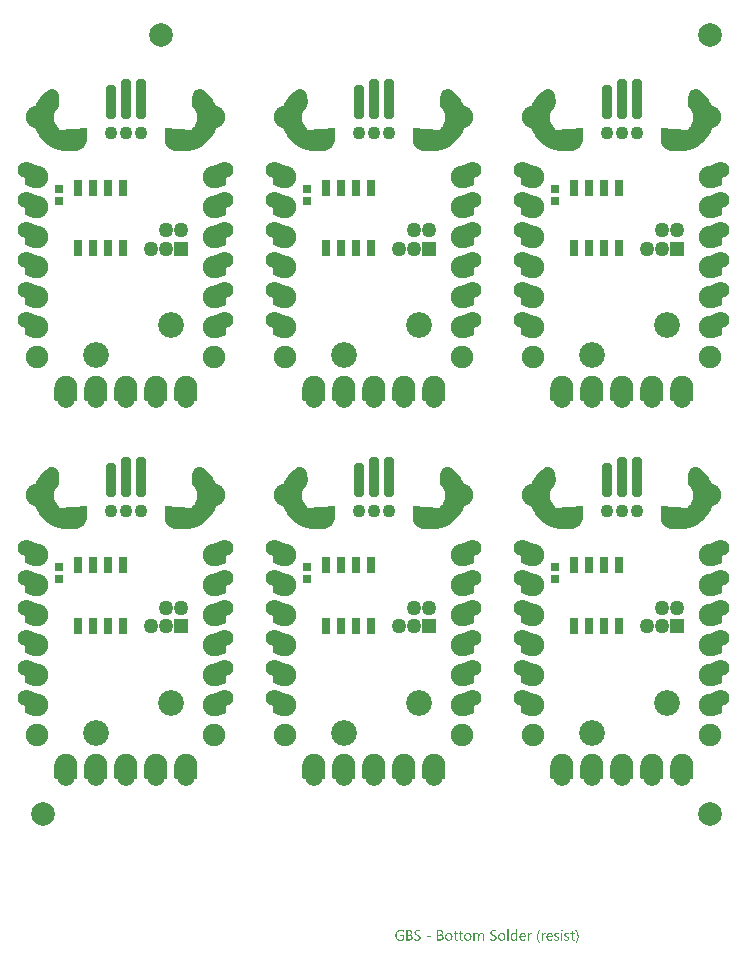
<source format=gbs>
G04*
G04 #@! TF.GenerationSoftware,Altium Limited,Altium Designer,21.9.2 (33)*
G04*
G04 Layer_Color=16711935*
%FSAX26Y26*%
%MOIN*%
G70*
G04*
G04 #@! TF.SameCoordinates,A79AF696-8D6D-4074-B618-5125023845C1*
G04*
G04*
G04 #@! TF.FilePolarity,Negative*
G04*
G01*
G75*
%ADD31C,0.043307*%
G04:AMPARAMS|DCode=33|XSize=35.433mil|YSize=133.858mil|CornerRadius=13.819mil|HoleSize=0mil|Usage=FLASHONLY|Rotation=360.000|XOffset=0mil|YOffset=0mil|HoleType=Round|Shape=RoundedRectangle|*
%AMROUNDEDRECTD33*
21,1,0.035433,0.106221,0,0,360.0*
21,1,0.007795,0.133858,0,0,360.0*
1,1,0.027638,0.003898,-0.053110*
1,1,0.027638,-0.003898,-0.053110*
1,1,0.027638,-0.003898,0.053110*
1,1,0.027638,0.003898,0.053110*
%
%ADD33ROUNDEDRECTD33*%
G04:AMPARAMS|DCode=34|XSize=35.433mil|YSize=114.173mil|CornerRadius=13.819mil|HoleSize=0mil|Usage=FLASHONLY|Rotation=360.000|XOffset=0mil|YOffset=0mil|HoleType=Round|Shape=RoundedRectangle|*
%AMROUNDEDRECTD34*
21,1,0.035433,0.086535,0,0,360.0*
21,1,0.007795,0.114173,0,0,360.0*
1,1,0.027638,0.003898,-0.043268*
1,1,0.027638,-0.003898,-0.043268*
1,1,0.027638,-0.003898,0.043268*
1,1,0.027638,0.003898,0.043268*
%
%ADD34ROUNDEDRECTD34*%
%ADD57R,0.027559X0.025591*%
%ADD59C,0.078740*%
%ADD60C,0.005906*%
%ADD61C,0.085906*%
%ADD62C,0.074803*%
%ADD63C,0.055118*%
%ADD64R,0.049606X0.049606*%
%ADD65C,0.049606*%
%ADD66R,0.027559X0.055118*%
G36*
X01506909Y01944948D02*
X01507476Y01944936D01*
X01507488Y01944935D01*
X01507503Y01944935D01*
X01507568Y01944930D01*
X01507634Y01944928D01*
X01508227Y01944878D01*
X01508797Y01944834D01*
X01508810Y01944832D01*
X01508824Y01944831D01*
X01508888Y01944822D01*
X01508955Y01944817D01*
X01509555Y01944732D01*
X01510111Y01944657D01*
X01510122Y01944655D01*
X01510137Y01944653D01*
X01510200Y01944641D01*
X01510267Y01944631D01*
X01510863Y01944513D01*
X01510872Y01944511D01*
X01511413Y01944407D01*
X01511424Y01944405D01*
X01511439Y01944402D01*
X01511502Y01944386D01*
X01511567Y01944373D01*
X01512147Y01944223D01*
X01512173Y01944217D01*
X01512698Y01944085D01*
X01512709Y01944082D01*
X01512724Y01944078D01*
X01512787Y01944058D01*
X01512851Y01944042D01*
X01513425Y01943859D01*
X01513964Y01943691D01*
X01513976Y01943686D01*
X01513989Y01943682D01*
X01514049Y01943660D01*
X01514114Y01943639D01*
X01514679Y01943423D01*
X01515206Y01943226D01*
X01515216Y01943222D01*
X01515230Y01943216D01*
X01515290Y01943190D01*
X01515352Y01943167D01*
X01515905Y01942919D01*
X01516419Y01942693D01*
X01516430Y01942688D01*
X01516443Y01942682D01*
X01516500Y01942653D01*
X01516562Y01942625D01*
X01517101Y01942347D01*
X01517601Y01942093D01*
X01517612Y01942086D01*
X01517624Y01942080D01*
X01517680Y01942048D01*
X01517740Y01942017D01*
X01518265Y01941707D01*
X01518747Y01941427D01*
X01518756Y01941421D01*
X01518770Y01941413D01*
X01518823Y01941377D01*
X01518881Y01941343D01*
X01519387Y01941005D01*
X01519407Y01940992D01*
X01519854Y01940698D01*
X01519872Y01940685D01*
X01519876Y01940682D01*
X01519880Y01940680D01*
X01525639Y01936651D01*
X01526119Y01936295D01*
X01526600Y01935943D01*
X01526651Y01935900D01*
X01526704Y01935861D01*
X01527163Y01935478D01*
X01527623Y01935100D01*
X01527671Y01935055D01*
X01527722Y01935013D01*
X01528156Y01934608D01*
X01528597Y01934201D01*
X01538704Y01924340D01*
X01539117Y01923914D01*
X01539536Y01923486D01*
X01539581Y01923435D01*
X01539626Y01923388D01*
X01540017Y01922937D01*
X01540409Y01922488D01*
X01540449Y01922437D01*
X01540494Y01922386D01*
X01540864Y01921906D01*
X01541225Y01921444D01*
X01549601Y01910076D01*
X01549935Y01909595D01*
X01550285Y01909098D01*
X01550321Y01909041D01*
X01550358Y01908987D01*
X01550668Y01908482D01*
X01550985Y01907973D01*
X01551016Y01907915D01*
X01551051Y01907858D01*
X01551335Y01907331D01*
X01551621Y01906810D01*
X01558045Y01894235D01*
X01558302Y01893695D01*
X01558561Y01893160D01*
X01558586Y01893099D01*
X01558615Y01893039D01*
X01558841Y01892486D01*
X01559069Y01891936D01*
X01559091Y01891873D01*
X01559117Y01891812D01*
X01559310Y01891251D01*
X01559509Y01890685D01*
X01563812Y01877236D01*
X01563977Y01876665D01*
X01564146Y01876091D01*
X01564162Y01876026D01*
X01564180Y01875963D01*
X01564314Y01875379D01*
X01564450Y01874801D01*
X01564461Y01874737D01*
X01564476Y01874671D01*
X01564578Y01874080D01*
X01564681Y01873496D01*
X01566749Y01859527D01*
X01566820Y01858932D01*
X01566894Y01858344D01*
X01566898Y01858279D01*
X01566906Y01858211D01*
X01566944Y01857610D01*
X01566984Y01857021D01*
X01566985Y01856955D01*
X01566989Y01856888D01*
X01566993Y01856295D01*
X01567001Y01855696D01*
X01566779Y01841577D01*
X01566753Y01840985D01*
X01566730Y01840385D01*
X01566724Y01840318D01*
X01566721Y01840253D01*
X01566661Y01839657D01*
X01566606Y01839066D01*
X01566596Y01839001D01*
X01566589Y01838934D01*
X01566497Y01838345D01*
X01566407Y01837755D01*
X01563902Y01823859D01*
X01563778Y01823268D01*
X01563660Y01822690D01*
X01563644Y01822627D01*
X01563630Y01822561D01*
X01563474Y01821979D01*
X01563324Y01821408D01*
X01563304Y01821346D01*
X01563286Y01821281D01*
X01563098Y01820710D01*
X01562916Y01820147D01*
X01558193Y01806840D01*
X01557974Y01806276D01*
X01557765Y01805727D01*
X01557738Y01805667D01*
X01557714Y01805604D01*
X01557466Y01805055D01*
X01557225Y01804516D01*
X01557195Y01804457D01*
X01557167Y01804396D01*
X01556889Y01803863D01*
X01556618Y01803338D01*
X01549802Y01790971D01*
X01549503Y01790463D01*
X01549200Y01789941D01*
X01549163Y01789885D01*
X01549130Y01789829D01*
X01548802Y01789336D01*
X01548472Y01788834D01*
X01548432Y01788781D01*
X01548395Y01788726D01*
X01548039Y01788252D01*
X01547682Y01787770D01*
X01538953Y01776670D01*
X01538572Y01776213D01*
X01538192Y01775752D01*
X01538147Y01775703D01*
X01538105Y01775652D01*
X01537699Y01775216D01*
X01537293Y01774777D01*
X01537246Y01774731D01*
X01537200Y01774682D01*
X01536769Y01774269D01*
X01536342Y01773855D01*
X01525930Y01764316D01*
X01525477Y01763923D01*
X01525031Y01763532D01*
X01524978Y01763491D01*
X01524928Y01763448D01*
X01524459Y01763086D01*
X01523986Y01762716D01*
X01523931Y01762678D01*
X01523879Y01762638D01*
X01523395Y01762305D01*
X01522898Y01761960D01*
X01522458Y01761672D01*
X01520164Y01759748D01*
X01503459Y01750103D01*
X01485334Y01743506D01*
X01466338Y01740157D01*
X01456693Y01740157D01*
X01456693Y01740157D01*
X01425893Y01740157D01*
X01422335Y01740157D01*
X01415355Y01741545D01*
X01408780Y01744268D01*
X01402862Y01748222D01*
X01397830Y01753255D01*
X01393876Y01759172D01*
X01391153Y01765747D01*
X01389764Y01772727D01*
X01389764Y01776286D01*
X01389764Y01776285D01*
X01389764Y01814744D01*
X01480822Y01808582D01*
X01480854Y01808747D01*
X01480973Y01809354D01*
X01480987Y01809410D01*
X01480997Y01809464D01*
X01481148Y01810048D01*
X01481298Y01810639D01*
X01481315Y01810693D01*
X01481329Y01810748D01*
X01481512Y01811320D01*
X01481695Y01811904D01*
X01481715Y01811957D01*
X01481732Y01812011D01*
X01481946Y01812571D01*
X01482162Y01813144D01*
X01482185Y01813196D01*
X01482205Y01813249D01*
X01482452Y01813800D01*
X01482698Y01814357D01*
X01482724Y01814407D01*
X01482747Y01814459D01*
X01483031Y01815008D01*
X01483301Y01815537D01*
X01483329Y01815584D01*
X01483356Y01815636D01*
X01483666Y01816162D01*
X01483969Y01816682D01*
X01484001Y01816730D01*
X01484030Y01816778D01*
X01484366Y01817280D01*
X01484701Y01817787D01*
X01484734Y01817832D01*
X01484766Y01817880D01*
X01485135Y01818370D01*
X01485493Y01818850D01*
X01485529Y01818893D01*
X01485564Y01818938D01*
X01485952Y01819398D01*
X01486344Y01819866D01*
X01489443Y01823365D01*
X01494241Y01830691D01*
X01497326Y01838271D01*
X01498897Y01846301D01*
X01498897Y01854484D01*
X01497325Y01862515D01*
X01494239Y01870093D01*
X01489440Y01877419D01*
X01486341Y01880918D01*
X01486048Y01881268D01*
X01485753Y01881608D01*
X01485700Y01881673D01*
X01485622Y01881773D01*
X01485555Y01881853D01*
X01485539Y01881874D01*
X01485496Y01881925D01*
X01485191Y01882330D01*
X01484889Y01882722D01*
X01484798Y01882853D01*
X01484699Y01882984D01*
X01484418Y01883405D01*
X01484138Y01883814D01*
X01484054Y01883951D01*
X01483964Y01884087D01*
X01483709Y01884518D01*
X01483449Y01884946D01*
X01483372Y01885090D01*
X01483290Y01885229D01*
X01483062Y01885670D01*
X01482825Y01886116D01*
X01482756Y01886264D01*
X01482682Y01886407D01*
X01482479Y01886861D01*
X01482267Y01887318D01*
X01482207Y01887469D01*
X01482141Y01887617D01*
X01481963Y01888084D01*
X01481778Y01888550D01*
X01481727Y01888704D01*
X01481669Y01888855D01*
X01481518Y01889331D01*
X01481359Y01889808D01*
X01481316Y01889964D01*
X01481267Y01890118D01*
X01481142Y01890603D01*
X01481010Y01891087D01*
X01480977Y01891245D01*
X01480936Y01891402D01*
X01480839Y01891891D01*
X01480734Y01892383D01*
X01480709Y01892545D01*
X01480678Y01892702D01*
X01480609Y01893193D01*
X01480532Y01893693D01*
X01480516Y01893855D01*
X01480493Y01894014D01*
X01480452Y01894507D01*
X01480402Y01895012D01*
X01480396Y01895177D01*
X01480382Y01895335D01*
X01480369Y01895831D01*
X01480348Y01896337D01*
X01480350Y01896499D01*
X01480346Y01896660D01*
X01480350Y01909447D01*
X01480349Y01910964D01*
X01480363Y01911444D01*
X01480369Y01911928D01*
X01480381Y01912110D01*
X01480386Y01912289D01*
X01480426Y01912765D01*
X01480459Y01913251D01*
X01480753Y01916286D01*
X01480813Y01916765D01*
X01480866Y01917242D01*
X01480895Y01917421D01*
X01480918Y01917601D01*
X01481004Y01918074D01*
X01481084Y01918550D01*
X01481670Y01921542D01*
X01481775Y01922010D01*
X01481874Y01922484D01*
X01481921Y01922659D01*
X01481961Y01922835D01*
X01482093Y01923298D01*
X01482218Y01923764D01*
X01483090Y01926686D01*
X01483242Y01927144D01*
X01483385Y01927603D01*
X01483449Y01927773D01*
X01483505Y01927945D01*
X01483680Y01928390D01*
X01483851Y01928844D01*
X01484416Y01930229D01*
X01484416Y01930231D01*
X01484417Y01930232D01*
X01484426Y01930256D01*
X01484452Y01930314D01*
X01484476Y01930377D01*
X01484714Y01930909D01*
X01484949Y01931444D01*
X01484956Y01931458D01*
X01484961Y01931468D01*
X01484990Y01931526D01*
X01485018Y01931587D01*
X01485281Y01932096D01*
X01485550Y01932626D01*
X01485557Y01932638D01*
X01485563Y01932650D01*
X01485596Y01932707D01*
X01485626Y01932765D01*
X01485922Y01933266D01*
X01486216Y01933772D01*
X01486223Y01933783D01*
X01486230Y01933795D01*
X01486266Y01933850D01*
X01486300Y01933907D01*
X01486627Y01934397D01*
X01486945Y01934879D01*
X01486952Y01934889D01*
X01486960Y01934901D01*
X01487000Y01934955D01*
X01487036Y01935009D01*
X01487387Y01935475D01*
X01487735Y01935944D01*
X01487744Y01935955D01*
X01487751Y01935965D01*
X01487793Y01936014D01*
X01487833Y01936068D01*
X01488206Y01936509D01*
X01488583Y01936962D01*
X01488593Y01936973D01*
X01488601Y01936982D01*
X01488646Y01937031D01*
X01488688Y01937081D01*
X01489088Y01937503D01*
X01489487Y01937931D01*
X01489496Y01937940D01*
X01489506Y01937950D01*
X01489554Y01937996D01*
X01489599Y01938044D01*
X01489599Y01938044D01*
X01490030Y01938451D01*
X01490444Y01938849D01*
X01490455Y01938857D01*
X01490464Y01938867D01*
X01490514Y01938909D01*
X01490562Y01938955D01*
X01491007Y01939330D01*
X01491451Y01939710D01*
X01491462Y01939718D01*
X01491472Y01939727D01*
X01491525Y01939768D01*
X01491575Y01939810D01*
X01492040Y01940159D01*
X01492505Y01940515D01*
X01492516Y01940522D01*
X01492527Y01940530D01*
X01492582Y01940567D01*
X01492634Y01940607D01*
X01493122Y01940933D01*
X01493602Y01941258D01*
X01493613Y01941265D01*
X01493625Y01941273D01*
X01493681Y01941307D01*
X01493736Y01941343D01*
X01494247Y01941644D01*
X01494739Y01941939D01*
X01494750Y01941945D01*
X01494763Y01941953D01*
X01494821Y01941983D01*
X01494878Y01942017D01*
X01495407Y01942290D01*
X01495913Y01942556D01*
X01495926Y01942562D01*
X01495937Y01942568D01*
X01495995Y01942594D01*
X01496055Y01942625D01*
X01496598Y01942868D01*
X01497119Y01943105D01*
X01497131Y01943110D01*
X01497144Y01943116D01*
X01497205Y01943139D01*
X01497265Y01943167D01*
X01497814Y01943376D01*
X01498354Y01943586D01*
X01498368Y01943591D01*
X01498380Y01943595D01*
X01498441Y01943615D01*
X01498504Y01943639D01*
X01499065Y01943818D01*
X01499615Y01943997D01*
X01499627Y01944001D01*
X01499640Y01944005D01*
X01499704Y01944022D01*
X01499767Y01944042D01*
X01500344Y01944190D01*
X01500359Y01944195D01*
X01500896Y01944337D01*
X01500906Y01944339D01*
X01500922Y01944343D01*
X01500987Y01944357D01*
X01501050Y01944373D01*
X01501641Y01944490D01*
X01502194Y01944604D01*
X01502207Y01944606D01*
X01502221Y01944609D01*
X01502284Y01944618D01*
X01502350Y01944631D01*
X01502951Y01944716D01*
X01503506Y01944798D01*
X01503517Y01944799D01*
X01503532Y01944802D01*
X01503597Y01944807D01*
X01503663Y01944817D01*
X01504255Y01944867D01*
X01504286Y01944869D01*
X01504826Y01944919D01*
X01504837Y01944919D01*
X01504852Y01944920D01*
X01504919Y01944923D01*
X01504984Y01944928D01*
X01505585Y01944945D01*
X01506150Y01944965D01*
X01506163Y01944964D01*
X01506177Y01944965D01*
X01506241Y01944964D01*
X01506309Y01944965D01*
X01506909Y01944948D01*
X01506909Y01944948D02*
G37*
G36*
X00680138Y01944948D02*
X00680704Y01944936D01*
X00680717Y01944935D01*
X00680731Y01944935D01*
X00680796Y01944930D01*
X00680862Y01944928D01*
X00681456Y01944878D01*
X00682025Y01944834D01*
X00682038Y01944832D01*
X00682052Y01944831D01*
X00682116Y01944822D01*
X00682183Y01944817D01*
X00682783Y01944732D01*
X00683339Y01944657D01*
X00683350Y01944655D01*
X00683366Y01944653D01*
X00683429Y01944641D01*
X00683495Y01944631D01*
X00684092Y01944513D01*
X00684100Y01944511D01*
X00684641Y01944407D01*
X00684652Y01944405D01*
X00684667Y01944402D01*
X00684730Y01944386D01*
X00684796Y01944373D01*
X00685375Y01944223D01*
X00685401Y01944217D01*
X00685927Y01944085D01*
X00685937Y01944082D01*
X00685952Y01944078D01*
X00686015Y01944058D01*
X00686079Y01944042D01*
X00686653Y01943859D01*
X00687192Y01943691D01*
X00687205Y01943686D01*
X00687218Y01943682D01*
X00687277Y01943660D01*
X00687342Y01943639D01*
X00687907Y01943423D01*
X00688434Y01943226D01*
X00688444Y01943222D01*
X00688459Y01943216D01*
X00688519Y01943190D01*
X00688580Y01943167D01*
X00689133Y01942919D01*
X00689647Y01942693D01*
X00689658Y01942688D01*
X00689672Y01942682D01*
X00689729Y01942653D01*
X00689790Y01942625D01*
X00690329Y01942347D01*
X00690829Y01942093D01*
X00690840Y01942086D01*
X00690853Y01942080D01*
X00690908Y01942048D01*
X00690968Y01942017D01*
X00691493Y01941707D01*
X00691975Y01941427D01*
X00691985Y01941421D01*
X00691998Y01941413D01*
X00692052Y01941377D01*
X00692110Y01941343D01*
X00692615Y01941005D01*
X00692635Y01940992D01*
X00693082Y01940698D01*
X00693100Y01940685D01*
X00693104Y01940682D01*
X00693108Y01940680D01*
X00698868Y01936651D01*
X00699348Y01936295D01*
X00699828Y01935943D01*
X00699879Y01935900D01*
X00699932Y01935861D01*
X00700391Y01935478D01*
X00700851Y01935100D01*
X00700899Y01935055D01*
X00700951Y01935013D01*
X00701385Y01934608D01*
X00701825Y01934201D01*
X00711932Y01924340D01*
X00712345Y01923914D01*
X00712764Y01923486D01*
X00712809Y01923435D01*
X00712854Y01923388D01*
X00713245Y01922937D01*
X00713638Y01922488D01*
X00713678Y01922437D01*
X00713722Y01922386D01*
X00714092Y01921906D01*
X00714454Y01921444D01*
X00722830Y01910076D01*
X00723163Y01909595D01*
X00723513Y01909098D01*
X00723549Y01909041D01*
X00723586Y01908987D01*
X00723896Y01908482D01*
X00724213Y01907973D01*
X00724245Y01907915D01*
X00724280Y01907858D01*
X00724564Y01907331D01*
X00724849Y01906810D01*
X00731273Y01894235D01*
X00731530Y01893695D01*
X00731789Y01893160D01*
X00731814Y01893099D01*
X00731843Y01893039D01*
X00732069Y01892486D01*
X00732298Y01891936D01*
X00732320Y01891873D01*
X00732345Y01891812D01*
X00732538Y01891251D01*
X00732737Y01890685D01*
X00737040Y01877236D01*
X00737205Y01876665D01*
X00737375Y01876091D01*
X00737390Y01876026D01*
X00737408Y01875963D01*
X00737542Y01875379D01*
X00737678Y01874801D01*
X00737690Y01874737D01*
X00737705Y01874671D01*
X00737806Y01874080D01*
X00737909Y01873496D01*
X00739977Y01859527D01*
X00740048Y01858932D01*
X00740122Y01858344D01*
X00740126Y01858279D01*
X00740135Y01858211D01*
X00740172Y01857610D01*
X00740213Y01857021D01*
X00740213Y01856955D01*
X00740218Y01856888D01*
X00740222Y01856295D01*
X00740229Y01855696D01*
X00740008Y01841577D01*
X00739981Y01840985D01*
X00739959Y01840385D01*
X00739952Y01840318D01*
X00739949Y01840253D01*
X00739890Y01839657D01*
X00739834Y01839066D01*
X00739824Y01839001D01*
X00739817Y01838934D01*
X00739725Y01838345D01*
X00739635Y01837755D01*
X00737130Y01823859D01*
X00737006Y01823268D01*
X00736889Y01822690D01*
X00736872Y01822627D01*
X00736858Y01822561D01*
X00736702Y01821979D01*
X00736552Y01821408D01*
X00736532Y01821346D01*
X00736514Y01821281D01*
X00736326Y01820710D01*
X00736144Y01820147D01*
X00731421Y01806840D01*
X00731203Y01806276D01*
X00730994Y01805727D01*
X00730967Y01805667D01*
X00730942Y01805604D01*
X00730694Y01805055D01*
X00730454Y01804516D01*
X00730423Y01804457D01*
X00730396Y01804396D01*
X00730117Y01803863D01*
X00729847Y01803338D01*
X00723031Y01790971D01*
X00722732Y01790463D01*
X00722429Y01789941D01*
X00722392Y01789885D01*
X00722359Y01789829D01*
X00722030Y01789336D01*
X00721700Y01788834D01*
X00721660Y01788781D01*
X00721623Y01788726D01*
X00721268Y01788252D01*
X00720910Y01787770D01*
X00712181Y01776670D01*
X00711800Y01776213D01*
X00711420Y01775752D01*
X00711375Y01775703D01*
X00711333Y01775652D01*
X00710927Y01775216D01*
X00710522Y01774777D01*
X00710474Y01774731D01*
X00710429Y01774682D01*
X00709997Y01774269D01*
X00709570Y01773855D01*
X00699159Y01764316D01*
X00698705Y01763923D01*
X00698259Y01763532D01*
X00698207Y01763491D01*
X00698157Y01763448D01*
X00697688Y01763086D01*
X00697215Y01762716D01*
X00697159Y01762678D01*
X00697107Y01762638D01*
X00696623Y01762305D01*
X00696126Y01761960D01*
X00695686Y01761672D01*
X00693392Y01759748D01*
X00676688Y01750103D01*
X00658562Y01743506D01*
X00639566Y01740157D01*
X00629922Y01740157D01*
X00629922Y01740157D01*
X00599122Y01740157D01*
X00595563Y01740157D01*
X00588583Y01741545D01*
X00582008Y01744268D01*
X00576091Y01748222D01*
X00571058Y01753255D01*
X00567105Y01759172D01*
X00564381Y01765747D01*
X00562993Y01772727D01*
X00562993Y01776286D01*
X00562993Y01776285D01*
X00562993Y01814744D01*
X00654050Y01808582D01*
X00654083Y01808747D01*
X00654201Y01809354D01*
X00654215Y01809410D01*
X00654226Y01809464D01*
X00654376Y01810048D01*
X00654526Y01810639D01*
X00654543Y01810693D01*
X00654557Y01810748D01*
X00654740Y01811320D01*
X00654923Y01811904D01*
X00654943Y01811957D01*
X00654960Y01812011D01*
X00655174Y01812571D01*
X00655390Y01813144D01*
X00655413Y01813196D01*
X00655433Y01813249D01*
X00655680Y01813800D01*
X00655926Y01814357D01*
X00655952Y01814407D01*
X00655975Y01814459D01*
X00656259Y01815008D01*
X00656529Y01815537D01*
X00656557Y01815584D01*
X00656584Y01815636D01*
X00656894Y01816162D01*
X00657198Y01816682D01*
X00657229Y01816730D01*
X00657258Y01816778D01*
X00657594Y01817280D01*
X00657929Y01817787D01*
X00657963Y01817832D01*
X00657995Y01817880D01*
X00658364Y01818370D01*
X00658722Y01818850D01*
X00658758Y01818893D01*
X00658792Y01818938D01*
X00659180Y01819398D01*
X00659572Y01819866D01*
X00662671Y01823365D01*
X00667469Y01830691D01*
X00670554Y01838271D01*
X00672126Y01846301D01*
X00672125Y01854484D01*
X00670553Y01862515D01*
X00667467Y01870093D01*
X00662668Y01877419D01*
X00659569Y01880918D01*
X00659277Y01881268D01*
X00658982Y01881608D01*
X00658928Y01881673D01*
X00658851Y01881773D01*
X00658783Y01881853D01*
X00658767Y01881874D01*
X00658725Y01881925D01*
X00658419Y01882330D01*
X00658117Y01882722D01*
X00658027Y01882853D01*
X00657928Y01882984D01*
X00657647Y01883405D01*
X00657366Y01883814D01*
X00657282Y01883951D01*
X00657192Y01884087D01*
X00656937Y01884518D01*
X00656677Y01884946D01*
X00656601Y01885090D01*
X00656519Y01885229D01*
X00656291Y01885670D01*
X00656053Y01886116D01*
X00655984Y01886264D01*
X00655911Y01886407D01*
X00655707Y01886861D01*
X00655495Y01887318D01*
X00655436Y01887469D01*
X00655370Y01887617D01*
X00655192Y01888084D01*
X00655006Y01888550D01*
X00654955Y01888704D01*
X00654897Y01888855D01*
X00654746Y01889331D01*
X00654587Y01889808D01*
X00654544Y01889964D01*
X00654495Y01890118D01*
X00654370Y01890603D01*
X00654239Y01891087D01*
X00654205Y01891245D01*
X00654165Y01891402D01*
X00654067Y01891891D01*
X00653963Y01892383D01*
X00653938Y01892545D01*
X00653907Y01892702D01*
X00653837Y01893193D01*
X00653760Y01893693D01*
X00653744Y01893855D01*
X00653722Y01894014D01*
X00653680Y01894507D01*
X00653631Y01895012D01*
X00653624Y01895177D01*
X00653611Y01895335D01*
X00653597Y01895831D01*
X00653576Y01896337D01*
X00653578Y01896499D01*
X00653574Y01896660D01*
X00653578Y01909447D01*
X00653578Y01910964D01*
X00653591Y01911444D01*
X00653597Y01911928D01*
X00653609Y01912110D01*
X00653614Y01912289D01*
X00653654Y01912765D01*
X00653688Y01913251D01*
X00653981Y01916286D01*
X00654042Y01916765D01*
X00654094Y01917242D01*
X00654124Y01917421D01*
X00654146Y01917601D01*
X00654233Y01918074D01*
X00654312Y01918550D01*
X00654898Y01921542D01*
X00655003Y01922010D01*
X00655102Y01922484D01*
X00655149Y01922659D01*
X00655189Y01922835D01*
X00655321Y01923298D01*
X00655446Y01923764D01*
X00656319Y01926686D01*
X00656470Y01927144D01*
X00656613Y01927603D01*
X00656677Y01927773D01*
X00656734Y01927945D01*
X00656909Y01928390D01*
X00657079Y01928844D01*
X00657644Y01930229D01*
X00657644Y01930231D01*
X00657645Y01930232D01*
X00657655Y01930256D01*
X00657680Y01930314D01*
X00657705Y01930377D01*
X00657943Y01930909D01*
X00658178Y01931444D01*
X00658185Y01931458D01*
X00658189Y01931468D01*
X00658219Y01931526D01*
X00658246Y01931587D01*
X00658509Y01932096D01*
X00658778Y01932626D01*
X00658785Y01932638D01*
X00658791Y01932650D01*
X00658825Y01932707D01*
X00658854Y01932765D01*
X00659150Y01933266D01*
X00659444Y01933772D01*
X00659451Y01933783D01*
X00659458Y01933795D01*
X00659494Y01933850D01*
X00659528Y01933907D01*
X00659855Y01934397D01*
X00660173Y01934879D01*
X00660180Y01934889D01*
X00660188Y01934901D01*
X00660228Y01934955D01*
X00660264Y01935009D01*
X00660615Y01935475D01*
X00660963Y01935944D01*
X00660972Y01935955D01*
X00660980Y01935965D01*
X00661021Y01936014D01*
X00661061Y01936068D01*
X00661434Y01936509D01*
X00661811Y01936962D01*
X00661821Y01936973D01*
X00661829Y01936982D01*
X00661875Y01937031D01*
X00661917Y01937081D01*
X00662316Y01937503D01*
X00662716Y01937931D01*
X00662725Y01937940D01*
X00662734Y01937950D01*
X00662782Y01937996D01*
X00662827Y01938044D01*
X00662827Y01938044D01*
X00663258Y01938451D01*
X00663673Y01938849D01*
X00663683Y01938857D01*
X00663693Y01938867D01*
X00663742Y01938909D01*
X00663790Y01938955D01*
X00664235Y01939330D01*
X00664680Y01939710D01*
X00664690Y01939718D01*
X00664701Y01939727D01*
X00664754Y01939768D01*
X00664803Y01939810D01*
X00665268Y01940159D01*
X00665733Y01940515D01*
X00665744Y01940522D01*
X00665755Y01940530D01*
X00665810Y01940567D01*
X00665862Y01940607D01*
X00666351Y01940933D01*
X00666831Y01941258D01*
X00666842Y01941265D01*
X00666853Y01941273D01*
X00666910Y01941307D01*
X00666965Y01941343D01*
X00667475Y01941644D01*
X00667968Y01941939D01*
X00667979Y01941945D01*
X00667991Y01941953D01*
X00668049Y01941983D01*
X00668106Y01942017D01*
X00668635Y01942290D01*
X00669141Y01942556D01*
X00669154Y01942562D01*
X00669165Y01942568D01*
X00669223Y01942594D01*
X00669284Y01942625D01*
X00669826Y01942868D01*
X00670348Y01943105D01*
X00670359Y01943110D01*
X00670372Y01943116D01*
X00670433Y01943139D01*
X00670494Y01943167D01*
X00671042Y01943376D01*
X00671583Y01943586D01*
X00671597Y01943591D01*
X00671608Y01943595D01*
X00671670Y01943615D01*
X00671732Y01943639D01*
X00672293Y01943818D01*
X00672843Y01943997D01*
X00672856Y01944001D01*
X00672869Y01944005D01*
X00672932Y01944022D01*
X00672995Y01944042D01*
X00673572Y01944190D01*
X00673587Y01944195D01*
X00674124Y01944337D01*
X00674135Y01944339D01*
X00674150Y01944343D01*
X00674216Y01944357D01*
X00674279Y01944373D01*
X00674869Y01944490D01*
X00675423Y01944604D01*
X00675435Y01944606D01*
X00675449Y01944609D01*
X00675512Y01944618D01*
X00675579Y01944631D01*
X00676179Y01944716D01*
X00676734Y01944798D01*
X00676745Y01944799D01*
X00676761Y01944802D01*
X00676826Y01944807D01*
X00676891Y01944817D01*
X00677484Y01944867D01*
X00677514Y01944869D01*
X00678054Y01944919D01*
X00678065Y01944919D01*
X00678081Y01944920D01*
X00678147Y01944923D01*
X00678212Y01944928D01*
X00678813Y01944945D01*
X00679379Y01944965D01*
X00679391Y01944964D01*
X00679406Y01944965D01*
X00679469Y01944964D01*
X00679537Y01944965D01*
X00680138Y01944948D01*
X00680138Y01944948D02*
G37*
G36*
X-00146634Y01944948D02*
X-00146068Y01944936D01*
X-00146055Y01944935D01*
X-00146041Y01944935D01*
X-00145976Y01944930D01*
X-00145910Y01944928D01*
X-00145316Y01944878D01*
X-00144746Y01944834D01*
X-00144734Y01944832D01*
X-00144720Y01944831D01*
X-00144655Y01944822D01*
X-00144589Y01944817D01*
X-00143988Y01944732D01*
X-00143432Y01944657D01*
X-00143421Y01944655D01*
X-00143406Y01944653D01*
X-00143343Y01944641D01*
X-00143276Y01944631D01*
X-00142680Y01944513D01*
X-00142671Y01944511D01*
X-00142131Y01944407D01*
X-00142120Y01944405D01*
X-00142105Y01944402D01*
X-00142041Y01944386D01*
X-00141976Y01944373D01*
X-00141396Y01944223D01*
X-00141370Y01944217D01*
X-00140845Y01944085D01*
X-00140834Y01944082D01*
X-00140819Y01944078D01*
X-00140756Y01944058D01*
X-00140693Y01944042D01*
X-00140119Y01943859D01*
X-00139579Y01943691D01*
X-00139567Y01943686D01*
X-00139554Y01943682D01*
X-00139495Y01943660D01*
X-00139430Y01943639D01*
X-00138864Y01943423D01*
X-00138338Y01943226D01*
X-00138328Y01943222D01*
X-00138313Y01943216D01*
X-00138253Y01943190D01*
X-00138191Y01943167D01*
X-00137639Y01942919D01*
X-00137124Y01942693D01*
X-00137113Y01942688D01*
X-00137100Y01942682D01*
X-00137043Y01942653D01*
X-00136981Y01942625D01*
X-00136442Y01942347D01*
X-00135943Y01942093D01*
X-00135932Y01942086D01*
X-00135919Y01942080D01*
X-00135864Y01942048D01*
X-00135804Y01942017D01*
X-00135279Y01941707D01*
X-00134796Y01941427D01*
X-00134787Y01941421D01*
X-00134774Y01941413D01*
X-00134720Y01941377D01*
X-00134662Y01941343D01*
X-00134156Y01941005D01*
X-00134136Y01940992D01*
X-00133689Y01940698D01*
X-00133671Y01940685D01*
X-00133667Y01940682D01*
X-00133664Y01940680D01*
X-00127904Y01936651D01*
X-00127424Y01936295D01*
X-00126944Y01935943D01*
X-00126893Y01935900D01*
X-00126840Y01935861D01*
X-00126380Y01935478D01*
X-00125921Y01935100D01*
X-00125872Y01935055D01*
X-00125821Y01935013D01*
X-00125387Y01934608D01*
X-00124946Y01934201D01*
X-00114840Y01924340D01*
X-00114426Y01923914D01*
X-00114007Y01923486D01*
X-00113963Y01923435D01*
X-00113917Y01923388D01*
X-00113527Y01922937D01*
X-00113134Y01922488D01*
X-00113094Y01922437D01*
X-00113050Y01922386D01*
X-00112679Y01921906D01*
X-00112318Y01921444D01*
X-00103942Y01910076D01*
X-00103608Y01909595D01*
X-00103259Y01909098D01*
X-00103223Y01909041D01*
X-00103186Y01908987D01*
X-00102875Y01908482D01*
X-00102559Y01907973D01*
X-00102527Y01907915D01*
X-00102492Y01907858D01*
X-00102208Y01907331D01*
X-00101923Y01906810D01*
X-00095498Y01894235D01*
X-00095241Y01893695D01*
X-00094983Y01893160D01*
X-00094957Y01893099D01*
X-00094929Y01893039D01*
X-00094703Y01892486D01*
X-00094474Y01891936D01*
X-00094452Y01891873D01*
X-00094427Y01891812D01*
X-00094234Y01891251D01*
X-00094035Y01890685D01*
X-00089732Y01877236D01*
X-00089567Y01876665D01*
X-00089397Y01876091D01*
X-00089382Y01876026D01*
X-00089363Y01875963D01*
X-00089230Y01875379D01*
X-00089093Y01874801D01*
X-00089082Y01874737D01*
X-00089067Y01874671D01*
X-00088966Y01874080D01*
X-00088862Y01873496D01*
X-00086794Y01859527D01*
X-00086723Y01858932D01*
X-00086650Y01858344D01*
X-00086645Y01858279D01*
X-00086637Y01858211D01*
X-00086599Y01857610D01*
X-00086559Y01857021D01*
X-00086558Y01856955D01*
X-00086554Y01856888D01*
X-00086550Y01856295D01*
X-00086543Y01855696D01*
X-00086764Y01841577D01*
X-00086790Y01840985D01*
X-00086813Y01840385D01*
X-00086819Y01840318D01*
X-00086822Y01840253D01*
X-00086882Y01839657D01*
X-00086938Y01839066D01*
X-00086948Y01839001D01*
X-00086954Y01838934D01*
X-00087047Y01838345D01*
X-00087136Y01837755D01*
X-00089642Y01823859D01*
X-00089765Y01823268D01*
X-00089883Y01822690D01*
X-00089900Y01822627D01*
X-00089913Y01822561D01*
X-00090070Y01821979D01*
X-00090220Y01821408D01*
X-00090240Y01821346D01*
X-00090257Y01821281D01*
X-00090445Y01820710D01*
X-00090628Y01820147D01*
X-00095351Y01806840D01*
X-00095569Y01806276D01*
X-00095778Y01805727D01*
X-00095805Y01805667D01*
X-00095829Y01805604D01*
X-00096078Y01805055D01*
X-00096318Y01804516D01*
X-00096348Y01804457D01*
X-00096376Y01804396D01*
X-00096654Y01803863D01*
X-00096925Y01803338D01*
X-00103741Y01790971D01*
X-00104040Y01790463D01*
X-00104343Y01789941D01*
X-00104380Y01789885D01*
X-00104413Y01789829D01*
X-00104741Y01789336D01*
X-00105072Y01788834D01*
X-00105111Y01788781D01*
X-00105148Y01788726D01*
X-00105504Y01788252D01*
X-00105862Y01787770D01*
X-00114591Y01776670D01*
X-00114972Y01776213D01*
X-00115351Y01775752D01*
X-00115397Y01775703D01*
X-00115439Y01775652D01*
X-00115845Y01775216D01*
X-00116250Y01774777D01*
X-00116298Y01774731D01*
X-00116343Y01774682D01*
X-00116774Y01774269D01*
X-00117202Y01773855D01*
X-00127613Y01764316D01*
X-00128067Y01763923D01*
X-00128513Y01763532D01*
X-00128565Y01763491D01*
X-00128615Y01763448D01*
X-00129084Y01763086D01*
X-00129557Y01762716D01*
X-00129612Y01762678D01*
X-00129664Y01762638D01*
X-00130149Y01762305D01*
X-00130646Y01761960D01*
X-00131086Y01761672D01*
X-00133380Y01759748D01*
X-00150084Y01750103D01*
X-00168210Y01743506D01*
X-00187206Y01740157D01*
X-00196850Y01740157D01*
X-00196850Y01740157D01*
X-00227650Y01740157D01*
X-00231208Y01740157D01*
X-00238189Y01741545D01*
X-00244764Y01744268D01*
X-00250681Y01748222D01*
X-00255713Y01753255D01*
X-00259667Y01759172D01*
X-00262391Y01765747D01*
X-00263779Y01772727D01*
X-00263779Y01776286D01*
X-00263779Y01776285D01*
X-00263779Y01814744D01*
X-00172722Y01808582D01*
X-00172689Y01808747D01*
X-00172571Y01809354D01*
X-00172557Y01809410D01*
X-00172546Y01809464D01*
X-00172395Y01810048D01*
X-00172245Y01810639D01*
X-00172228Y01810693D01*
X-00172214Y01810748D01*
X-00172032Y01811320D01*
X-00171849Y01811904D01*
X-00171828Y01811957D01*
X-00171811Y01812011D01*
X-00171597Y01812571D01*
X-00171381Y01813144D01*
X-00171358Y01813196D01*
X-00171338Y01813249D01*
X-00171091Y01813800D01*
X-00170845Y01814357D01*
X-00170820Y01814407D01*
X-00170797Y01814459D01*
X-00170513Y01815008D01*
X-00170242Y01815537D01*
X-00170215Y01815584D01*
X-00170188Y01815636D01*
X-00169877Y01816162D01*
X-00169574Y01816682D01*
X-00169542Y01816730D01*
X-00169514Y01816778D01*
X-00169178Y01817280D01*
X-00168843Y01817787D01*
X-00168809Y01817832D01*
X-00168777Y01817880D01*
X-00168408Y01818370D01*
X-00168050Y01818850D01*
X-00168014Y01818893D01*
X-00167980Y01818938D01*
X-00167592Y01819398D01*
X-00167200Y01819866D01*
X-00164101Y01823365D01*
X-00159302Y01830691D01*
X-00156218Y01838271D01*
X-00154646Y01846301D01*
X-00154646Y01854484D01*
X-00156219Y01862515D01*
X-00159304Y01870093D01*
X-00164103Y01877419D01*
X-00167202Y01880918D01*
X-00167495Y01881268D01*
X-00167790Y01881608D01*
X-00167844Y01881673D01*
X-00167921Y01881773D01*
X-00167989Y01881853D01*
X-00168005Y01881874D01*
X-00168047Y01881925D01*
X-00168352Y01882330D01*
X-00168655Y01882722D01*
X-00168745Y01882853D01*
X-00168844Y01882984D01*
X-00169125Y01883405D01*
X-00169406Y01883814D01*
X-00169490Y01883951D01*
X-00169580Y01884087D01*
X-00169834Y01884518D01*
X-00170095Y01884946D01*
X-00170171Y01885090D01*
X-00170253Y01885229D01*
X-00170481Y01885670D01*
X-00170719Y01886116D01*
X-00170787Y01886264D01*
X-00170861Y01886407D01*
X-00171064Y01886861D01*
X-00171276Y01887318D01*
X-00171336Y01887469D01*
X-00171402Y01887617D01*
X-00171580Y01888084D01*
X-00171765Y01888550D01*
X-00171817Y01888704D01*
X-00171874Y01888855D01*
X-00172026Y01889331D01*
X-00172185Y01889808D01*
X-00172227Y01889964D01*
X-00172276Y01890118D01*
X-00172401Y01890603D01*
X-00172533Y01891087D01*
X-00172567Y01891245D01*
X-00172607Y01891402D01*
X-00172704Y01891891D01*
X-00172809Y01892383D01*
X-00172834Y01892545D01*
X-00172865Y01892702D01*
X-00172934Y01893193D01*
X-00173012Y01893693D01*
X-00173028Y01893855D01*
X-00173050Y01894014D01*
X-00173091Y01894507D01*
X-00173141Y01895012D01*
X-00173148Y01895177D01*
X-00173161Y01895335D01*
X-00173175Y01895831D01*
X-00173196Y01896337D01*
X-00173193Y01896499D01*
X-00173198Y01896660D01*
X-00173194Y01909447D01*
X-00173194Y01910964D01*
X-00173181Y01911444D01*
X-00173175Y01911928D01*
X-00173162Y01912110D01*
X-00173157Y01912289D01*
X-00173117Y01912765D01*
X-00173084Y01913251D01*
X-00172790Y01916286D01*
X-00172730Y01916765D01*
X-00172678Y01917242D01*
X-00172648Y01917421D01*
X-00172625Y01917601D01*
X-00172539Y01918074D01*
X-00172460Y01918550D01*
X-00171874Y01921542D01*
X-00171768Y01922010D01*
X-00171669Y01922484D01*
X-00171622Y01922659D01*
X-00171583Y01922835D01*
X-00171451Y01923298D01*
X-00171326Y01923764D01*
X-00170453Y01926686D01*
X-00170302Y01927144D01*
X-00170159Y01927603D01*
X-00170095Y01927773D01*
X-00170038Y01927945D01*
X-00169863Y01928390D01*
X-00169693Y01928844D01*
X-00169128Y01930229D01*
X-00169127Y01930231D01*
X-00169127Y01930232D01*
X-00169117Y01930256D01*
X-00169091Y01930314D01*
X-00169067Y01930377D01*
X-00168829Y01930909D01*
X-00168594Y01931444D01*
X-00168587Y01931458D01*
X-00168582Y01931468D01*
X-00168553Y01931526D01*
X-00168526Y01931587D01*
X-00168263Y01932096D01*
X-00167994Y01932626D01*
X-00167986Y01932638D01*
X-00167981Y01932650D01*
X-00167947Y01932707D01*
X-00167917Y01932765D01*
X-00167622Y01933266D01*
X-00167328Y01933772D01*
X-00167321Y01933783D01*
X-00167314Y01933795D01*
X-00167278Y01933850D01*
X-00167244Y01933907D01*
X-00166916Y01934397D01*
X-00166599Y01934879D01*
X-00166591Y01934889D01*
X-00166583Y01934901D01*
X-00166544Y01934955D01*
X-00166507Y01935009D01*
X-00166156Y01935475D01*
X-00165809Y01935944D01*
X-00165799Y01935955D01*
X-00165792Y01935965D01*
X-00165750Y01936014D01*
X-00165710Y01936068D01*
X-00165338Y01936509D01*
X-00164960Y01936962D01*
X-00164951Y01936973D01*
X-00164942Y01936982D01*
X-00164897Y01937031D01*
X-00164855Y01937081D01*
X-00164456Y01937503D01*
X-00164056Y01937931D01*
X-00164047Y01937940D01*
X-00164037Y01937950D01*
X-00163990Y01937996D01*
X-00163945Y01938044D01*
X-00163945Y01938044D01*
X-00163514Y01938451D01*
X-00163099Y01938849D01*
X-00163089Y01938857D01*
X-00163079Y01938867D01*
X-00163029Y01938909D01*
X-00162981Y01938955D01*
X-00162537Y01939330D01*
X-00162092Y01939710D01*
X-00162082Y01939718D01*
X-00162071Y01939727D01*
X-00162018Y01939768D01*
X-00161968Y01939810D01*
X-00161504Y01940159D01*
X-00161038Y01940515D01*
X-00161028Y01940522D01*
X-00161017Y01940530D01*
X-00160962Y01940567D01*
X-00160909Y01940607D01*
X-00160421Y01940933D01*
X-00159941Y01941258D01*
X-00159930Y01941265D01*
X-00159918Y01941273D01*
X-00159862Y01941307D01*
X-00159807Y01941343D01*
X-00159297Y01941644D01*
X-00158804Y01941939D01*
X-00158793Y01941945D01*
X-00158780Y01941953D01*
X-00158723Y01941983D01*
X-00158666Y01942017D01*
X-00158137Y01942290D01*
X-00157630Y01942556D01*
X-00157618Y01942562D01*
X-00157606Y01942568D01*
X-00157548Y01942594D01*
X-00157488Y01942625D01*
X-00156945Y01942868D01*
X-00156424Y01943105D01*
X-00156412Y01943110D01*
X-00156399Y01943116D01*
X-00156338Y01943139D01*
X-00156278Y01943167D01*
X-00155729Y01943376D01*
X-00155189Y01943586D01*
X-00155175Y01943591D01*
X-00155163Y01943595D01*
X-00155102Y01943615D01*
X-00155040Y01943639D01*
X-00154478Y01943818D01*
X-00153929Y01943997D01*
X-00153916Y01944001D01*
X-00153903Y01944005D01*
X-00153840Y01944022D01*
X-00153777Y01944042D01*
X-00153200Y01944190D01*
X-00153185Y01944195D01*
X-00152647Y01944337D01*
X-00152637Y01944339D01*
X-00152621Y01944343D01*
X-00152556Y01944357D01*
X-00152493Y01944373D01*
X-00151903Y01944490D01*
X-00151349Y01944604D01*
X-00151336Y01944606D01*
X-00151323Y01944609D01*
X-00151260Y01944618D01*
X-00151193Y01944631D01*
X-00150593Y01944716D01*
X-00150038Y01944798D01*
X-00150027Y01944799D01*
X-00150011Y01944802D01*
X-00149946Y01944807D01*
X-00149881Y01944817D01*
X-00149288Y01944867D01*
X-00149257Y01944869D01*
X-00148718Y01944919D01*
X-00148707Y01944919D01*
X-00148691Y01944920D01*
X-00148624Y01944923D01*
X-00148560Y01944928D01*
X-00147959Y01944945D01*
X-00147393Y01944965D01*
X-00147380Y01944964D01*
X-00147366Y01944965D01*
X-00147303Y01944964D01*
X-00147235Y01944965D01*
X-00146634Y01944948D01*
X-00146634Y01944948D02*
G37*
G36*
X01013445Y01944964D02*
X01013509Y01944965D01*
X01013523Y01944964D01*
X01013535Y01944965D01*
X01014101Y01944945D01*
X01014702Y01944928D01*
X01014767Y01944923D01*
X01014833Y01944920D01*
X01014849Y01944919D01*
X01014860Y01944919D01*
X01015400Y01944869D01*
X01015431Y01944867D01*
X01016023Y01944817D01*
X01016088Y01944807D01*
X01016154Y01944802D01*
X01016169Y01944799D01*
X01016180Y01944798D01*
X01016735Y01944716D01*
X01017336Y01944631D01*
X01017402Y01944618D01*
X01017465Y01944609D01*
X01017479Y01944606D01*
X01017492Y01944604D01*
X01018045Y01944490D01*
X01018636Y01944373D01*
X01018699Y01944357D01*
X01018764Y01944343D01*
X01018780Y01944339D01*
X01018790Y01944337D01*
X01019327Y01944195D01*
X01019342Y01944190D01*
X01019919Y01944042D01*
X01019982Y01944022D01*
X01020045Y01944005D01*
X01020059Y01944001D01*
X01020071Y01943997D01*
X01020621Y01943818D01*
X01021182Y01943639D01*
X01021245Y01943615D01*
X01021306Y01943595D01*
X01021318Y01943591D01*
X01021331Y01943586D01*
X01021872Y01943376D01*
X01022420Y01943167D01*
X01022481Y01943139D01*
X01022542Y01943116D01*
X01022555Y01943110D01*
X01022567Y01943105D01*
X01023088Y01942868D01*
X01023630Y01942625D01*
X01023691Y01942594D01*
X01023749Y01942568D01*
X01023760Y01942562D01*
X01023773Y01942556D01*
X01024279Y01942290D01*
X01024808Y01942017D01*
X01024865Y01941983D01*
X01024923Y01941953D01*
X01024936Y01941945D01*
X01024946Y01941939D01*
X01025439Y01941644D01*
X01025950Y01941343D01*
X01026004Y01941307D01*
X01026061Y01941273D01*
X01026073Y01941265D01*
X01026084Y01941258D01*
X01026563Y01940933D01*
X01027052Y01940607D01*
X01027104Y01940567D01*
X01027159Y01940530D01*
X01027170Y01940522D01*
X01027181Y01940515D01*
X01027646Y01940159D01*
X01028111Y01939810D01*
X01028160Y01939768D01*
X01028214Y01939727D01*
X01028224Y01939718D01*
X01028235Y01939710D01*
X01028679Y01939330D01*
X01029124Y01938955D01*
X01029172Y01938909D01*
X01029222Y01938867D01*
X01029231Y01938857D01*
X01029242Y01938849D01*
X01029656Y01938451D01*
X01030087Y01938044D01*
X01030087Y01938044D01*
X01030132Y01937996D01*
X01030180Y01937950D01*
X01030189Y01937940D01*
X01030199Y01937931D01*
X01030598Y01937503D01*
X01030998Y01937081D01*
X01031040Y01937031D01*
X01031085Y01936982D01*
X01031093Y01936973D01*
X01031103Y01936962D01*
X01031480Y01936509D01*
X01031853Y01936068D01*
X01031893Y01936014D01*
X01031935Y01935965D01*
X01031942Y01935955D01*
X01031951Y01935944D01*
X01032299Y01935475D01*
X01032650Y01935009D01*
X01032686Y01934955D01*
X01032726Y01934901D01*
X01032734Y01934889D01*
X01032741Y01934879D01*
X01033059Y01934397D01*
X01033386Y01933907D01*
X01033420Y01933850D01*
X01033456Y01933795D01*
X01033463Y01933783D01*
X01033470Y01933772D01*
X01033764Y01933266D01*
X01034060Y01932765D01*
X01034090Y01932707D01*
X01034123Y01932650D01*
X01034129Y01932638D01*
X01034136Y01932626D01*
X01034405Y01932096D01*
X01034668Y01931587D01*
X01034696Y01931526D01*
X01034725Y01931468D01*
X01034729Y01931458D01*
X01034736Y01931444D01*
X01034972Y01930909D01*
X01035210Y01930377D01*
X01035234Y01930314D01*
X01035260Y01930256D01*
X01035269Y01930232D01*
X01035270Y01930231D01*
X01035270Y01930229D01*
X01035835Y01928844D01*
X01036005Y01928390D01*
X01036181Y01927945D01*
X01036237Y01927773D01*
X01036301Y01927603D01*
X01036444Y01927144D01*
X01036595Y01926686D01*
X01037468Y01923764D01*
X01037593Y01923298D01*
X01037725Y01922835D01*
X01037765Y01922659D01*
X01037812Y01922484D01*
X01037911Y01922010D01*
X01038016Y01921542D01*
X01038602Y01918550D01*
X01038682Y01918074D01*
X01038768Y01917601D01*
X01038791Y01917421D01*
X01038820Y01917242D01*
X01038873Y01916765D01*
X01038933Y01916286D01*
X01039227Y01913251D01*
X01039260Y01912765D01*
X01039300Y01912289D01*
X01039305Y01912110D01*
X01039317Y01911928D01*
X01039323Y01911444D01*
X01039337Y01910964D01*
X01039336Y01909447D01*
X01039340Y01896661D01*
X01039336Y01896499D01*
X01039338Y01896337D01*
X01039318Y01895835D01*
X01039304Y01895336D01*
X01039290Y01895176D01*
X01039284Y01895012D01*
X01039234Y01894509D01*
X01039193Y01894015D01*
X01039170Y01893856D01*
X01039154Y01893693D01*
X01039077Y01893196D01*
X01039008Y01892702D01*
X01038976Y01892544D01*
X01038952Y01892383D01*
X01038847Y01891891D01*
X01038750Y01891402D01*
X01038709Y01891246D01*
X01038676Y01891087D01*
X01038543Y01890599D01*
X01038419Y01890118D01*
X01038370Y01889966D01*
X01038327Y01889808D01*
X01038168Y01889331D01*
X01038017Y01888855D01*
X01037959Y01888704D01*
X01037908Y01888550D01*
X01037723Y01888085D01*
X01037545Y01887617D01*
X01037478Y01887468D01*
X01037419Y01887318D01*
X01037208Y01886864D01*
X01037004Y01886407D01*
X01036930Y01886263D01*
X01036861Y01886116D01*
X01036625Y01885673D01*
X01036396Y01885229D01*
X01036313Y01885089D01*
X01036237Y01884946D01*
X01035977Y01884518D01*
X01035723Y01884087D01*
X01035632Y01883952D01*
X01035549Y01883814D01*
X01035268Y01883405D01*
X01034987Y01882984D01*
X01034888Y01882853D01*
X01034797Y01882722D01*
X01034494Y01882329D01*
X01034190Y01881925D01*
X01034147Y01881874D01*
X01034131Y01881853D01*
X01034065Y01881775D01*
X01033986Y01881673D01*
X01033933Y01881608D01*
X01033635Y01881264D01*
X01033345Y01880918D01*
X01030246Y01877419D01*
X01025447Y01870093D01*
X01022361Y01862515D01*
X01020789Y01854484D01*
X01020788Y01846301D01*
X01022360Y01838271D01*
X01025445Y01830691D01*
X01030243Y01823365D01*
X01033342Y01819866D01*
X01033730Y01819402D01*
X01034122Y01818938D01*
X01034157Y01818893D01*
X01034193Y01818850D01*
X01034552Y01818368D01*
X01034920Y01817880D01*
X01034951Y01817832D01*
X01034985Y01817787D01*
X01035322Y01817278D01*
X01035656Y01816778D01*
X01035685Y01816729D01*
X01035716Y01816682D01*
X01036017Y01816167D01*
X01036330Y01815636D01*
X01036358Y01815583D01*
X01036385Y01815537D01*
X01036655Y01815007D01*
X01036939Y01814459D01*
X01036962Y01814408D01*
X01036988Y01814357D01*
X01037238Y01813791D01*
X01037481Y01813249D01*
X01037501Y01813197D01*
X01037524Y01813144D01*
X01037744Y01812559D01*
X01037954Y01812011D01*
X01037970Y01811958D01*
X01037991Y01811904D01*
X01038175Y01811318D01*
X01038357Y01810748D01*
X01038371Y01810693D01*
X01038388Y01810639D01*
X01038536Y01810053D01*
X01038688Y01809465D01*
X01038699Y01809409D01*
X01038713Y01809354D01*
X01038831Y01808751D01*
X01038864Y01808582D01*
X01129922Y01814744D01*
X01129922Y01776285D01*
X01129921Y01776286D01*
X01129922Y01772727D01*
X01128533Y01765747D01*
X01125810Y01759172D01*
X01121856Y01753255D01*
X01116823Y01748222D01*
X01110906Y01744268D01*
X01104331Y01741545D01*
X01097351Y01740157D01*
X01093793Y01740157D01*
X01062993Y01740157D01*
X01062993Y01740157D01*
X01053348Y01740157D01*
X01034352Y01743506D01*
X01016227Y01750103D01*
X00999522Y01759748D01*
X00997228Y01761672D01*
X00996788Y01761960D01*
X00996291Y01762305D01*
X00995807Y01762638D01*
X00995755Y01762678D01*
X00995700Y01762716D01*
X00995227Y01763086D01*
X00994758Y01763448D01*
X00994708Y01763491D01*
X00994655Y01763532D01*
X00994209Y01763923D01*
X00993756Y01764316D01*
X00983344Y01773855D01*
X00982917Y01774269D01*
X00982485Y01774682D01*
X00982440Y01774731D01*
X00982393Y01774777D01*
X00981987Y01775216D01*
X00981581Y01775652D01*
X00981539Y01775703D01*
X00981494Y01775752D01*
X00981114Y01776213D01*
X00980733Y01776670D01*
X00972004Y01787770D01*
X00971647Y01788252D01*
X00971291Y01788726D01*
X00971254Y01788781D01*
X00971214Y01788834D01*
X00970884Y01789336D01*
X00970556Y01789829D01*
X00970523Y01789885D01*
X00970485Y01789941D01*
X00970183Y01790463D01*
X00969884Y01790971D01*
X00963068Y01803338D01*
X00962797Y01803863D01*
X00962519Y01804396D01*
X00962491Y01804457D01*
X00962461Y01804516D01*
X00962220Y01805055D01*
X00961972Y01805604D01*
X00961947Y01805667D01*
X00961921Y01805727D01*
X00961712Y01806276D01*
X00961493Y01806840D01*
X00956770Y01820147D01*
X00956588Y01820710D01*
X00956400Y01821281D01*
X00956382Y01821346D01*
X00956362Y01821408D01*
X00956212Y01821979D01*
X00956056Y01822561D01*
X00956042Y01822627D01*
X00956025Y01822690D01*
X00955908Y01823268D01*
X00955784Y01823859D01*
X00953279Y01837755D01*
X00953189Y01838345D01*
X00953097Y01838934D01*
X00953090Y01839001D01*
X00953080Y01839066D01*
X00953024Y01839657D01*
X00952965Y01840253D01*
X00952962Y01840318D01*
X00952956Y01840385D01*
X00952933Y01840985D01*
X00952907Y01841577D01*
X00952685Y01855696D01*
X00952692Y01856295D01*
X00952697Y01856888D01*
X00952701Y01856955D01*
X00952702Y01857021D01*
X00952742Y01857610D01*
X00952780Y01858211D01*
X00952788Y01858279D01*
X00952792Y01858344D01*
X00952866Y01858932D01*
X00952937Y01859527D01*
X00955005Y01873496D01*
X00955108Y01874080D01*
X00955209Y01874671D01*
X00955225Y01874737D01*
X00955236Y01874801D01*
X00955372Y01875379D01*
X00955506Y01875963D01*
X00955524Y01876026D01*
X00955539Y01876091D01*
X00955709Y01876665D01*
X00955874Y01877236D01*
X00960177Y01890685D01*
X00960376Y01891251D01*
X00960569Y01891812D01*
X00960594Y01891873D01*
X00960616Y01891936D01*
X00960845Y01892486D01*
X00961071Y01893039D01*
X00961100Y01893099D01*
X00961125Y01893160D01*
X00961384Y01893695D01*
X00961641Y01894235D01*
X00968065Y01906810D01*
X00968351Y01907331D01*
X00968635Y01907858D01*
X00968670Y01907915D01*
X00968701Y01907973D01*
X00969018Y01908482D01*
X00969328Y01908987D01*
X00969365Y01909041D01*
X00969401Y01909098D01*
X00969751Y01909595D01*
X00970084Y01910076D01*
X00978461Y01921444D01*
X00978822Y01921906D01*
X00979192Y01922386D01*
X00979236Y01922437D01*
X00979277Y01922488D01*
X00979669Y01922937D01*
X00980060Y01923388D01*
X00980105Y01923435D01*
X00980150Y01923486D01*
X00980569Y01923914D01*
X00980982Y01924340D01*
X00991089Y01934201D01*
X00991530Y01934608D01*
X00991964Y01935013D01*
X00992015Y01935055D01*
X00992063Y01935100D01*
X00992523Y01935478D01*
X00992982Y01935861D01*
X00993035Y01935900D01*
X00993086Y01935943D01*
X00993567Y01936295D01*
X00994047Y01936651D01*
X00999806Y01940680D01*
X00999810Y01940682D01*
X00999814Y01940685D01*
X00999832Y01940698D01*
X01000279Y01940992D01*
X01000299Y01941005D01*
X01000804Y01941343D01*
X01000862Y01941377D01*
X01000916Y01941413D01*
X01000929Y01941421D01*
X01000939Y01941427D01*
X01001421Y01941707D01*
X01001946Y01942017D01*
X01002006Y01942048D01*
X01002062Y01942080D01*
X01002074Y01942086D01*
X01002085Y01942093D01*
X01002585Y01942347D01*
X01003124Y01942625D01*
X01003186Y01942653D01*
X01003243Y01942682D01*
X01003256Y01942688D01*
X01003267Y01942693D01*
X01003781Y01942919D01*
X01004334Y01943167D01*
X01004396Y01943190D01*
X01004456Y01943216D01*
X01004470Y01943222D01*
X01004480Y01943226D01*
X01005007Y01943423D01*
X01005572Y01943639D01*
X01005637Y01943660D01*
X01005697Y01943682D01*
X01005710Y01943686D01*
X01005722Y01943691D01*
X01006261Y01943859D01*
X01006835Y01944042D01*
X01006899Y01944058D01*
X01006962Y01944078D01*
X01006977Y01944082D01*
X01006987Y01944085D01*
X01007513Y01944217D01*
X01007539Y01944223D01*
X01008119Y01944373D01*
X01008184Y01944386D01*
X01008247Y01944402D01*
X01008262Y01944405D01*
X01008273Y01944407D01*
X01008814Y01944511D01*
X01008822Y01944513D01*
X01009419Y01944631D01*
X01009485Y01944641D01*
X01009548Y01944653D01*
X01009564Y01944655D01*
X01009575Y01944657D01*
X01010131Y01944732D01*
X01010731Y01944817D01*
X01010798Y01944822D01*
X01010862Y01944831D01*
X01010876Y01944832D01*
X01010889Y01944834D01*
X01011459Y01944878D01*
X01012052Y01944928D01*
X01012118Y01944930D01*
X01012183Y01944935D01*
X01012198Y01944935D01*
X01012210Y01944936D01*
X01012777Y01944948D01*
X01013377Y01944965D01*
X01013445Y01944964D01*
X01013445Y01944964D02*
G37*
G36*
X00186674Y01944964D02*
X00186737Y01944965D01*
X00186751Y01944964D01*
X00186764Y01944965D01*
X00187329Y01944945D01*
X00187930Y01944928D01*
X00187995Y01944923D01*
X00188062Y01944920D01*
X00188077Y01944919D01*
X00188089Y01944919D01*
X00188628Y01944869D01*
X00188659Y01944867D01*
X00189251Y01944817D01*
X00189317Y01944807D01*
X00189382Y01944802D01*
X00189398Y01944799D01*
X00189409Y01944798D01*
X00189964Y01944716D01*
X00190564Y01944631D01*
X00190630Y01944618D01*
X00190693Y01944609D01*
X00190707Y01944606D01*
X00190720Y01944604D01*
X00191273Y01944490D01*
X00191864Y01944373D01*
X00191927Y01944357D01*
X00191992Y01944343D01*
X00192008Y01944339D01*
X00192018Y01944337D01*
X00192556Y01944195D01*
X00192571Y01944190D01*
X00193147Y01944042D01*
X00193211Y01944022D01*
X00193274Y01944005D01*
X00193287Y01944001D01*
X00193299Y01943997D01*
X00193849Y01943818D01*
X00194410Y01943639D01*
X00194473Y01943615D01*
X00194534Y01943595D01*
X00194546Y01943591D01*
X00194560Y01943586D01*
X00195100Y01943376D01*
X00195649Y01943167D01*
X00195709Y01943139D01*
X00195770Y01943116D01*
X00195783Y01943110D01*
X00195795Y01943105D01*
X00196316Y01942868D01*
X00196859Y01942625D01*
X00196919Y01942594D01*
X00196977Y01942568D01*
X00196988Y01942562D01*
X00197001Y01942556D01*
X00197507Y01942290D01*
X00198036Y01942017D01*
X00198093Y01941983D01*
X00198151Y01941953D01*
X00198164Y01941945D01*
X00198175Y01941939D01*
X00198667Y01941644D01*
X00199178Y01941343D01*
X00199233Y01941307D01*
X00199289Y01941273D01*
X00199301Y01941265D01*
X00199312Y01941258D01*
X00199792Y01940933D01*
X00200280Y01940607D01*
X00200333Y01940567D01*
X00200387Y01940530D01*
X00200398Y01940522D01*
X00200409Y01940515D01*
X00200875Y01940159D01*
X00201339Y01939810D01*
X00201389Y01939768D01*
X00201442Y01939727D01*
X00201452Y01939718D01*
X00201463Y01939710D01*
X00201908Y01939330D01*
X00202352Y01938955D01*
X00202400Y01938909D01*
X00202450Y01938867D01*
X00202460Y01938857D01*
X00202470Y01938849D01*
X00202885Y01938451D01*
X00203315Y01938044D01*
X00203315Y01938044D01*
X00203360Y01937996D01*
X00203408Y01937950D01*
X00203418Y01937940D01*
X00203427Y01937931D01*
X00203827Y01937503D01*
X00204226Y01937081D01*
X00204268Y01937031D01*
X00204313Y01936982D01*
X00204321Y01936973D01*
X00204331Y01936962D01*
X00204709Y01936509D01*
X00205081Y01936068D01*
X00205121Y01936014D01*
X00205163Y01935965D01*
X00205170Y01935955D01*
X00205179Y01935944D01*
X00205527Y01935475D01*
X00205878Y01935009D01*
X00205914Y01934955D01*
X00205954Y01934901D01*
X00205962Y01934889D01*
X00205969Y01934879D01*
X00206287Y01934397D01*
X00206615Y01933907D01*
X00206648Y01933850D01*
X00206684Y01933795D01*
X00206691Y01933783D01*
X00206698Y01933772D01*
X00206993Y01933266D01*
X00207288Y01932765D01*
X00207318Y01932707D01*
X00207351Y01932650D01*
X00207357Y01932638D01*
X00207364Y01932626D01*
X00207633Y01932096D01*
X00207897Y01931587D01*
X00207924Y01931526D01*
X00207953Y01931468D01*
X00207958Y01931458D01*
X00207965Y01931444D01*
X00208200Y01930909D01*
X00208438Y01930377D01*
X00208462Y01930314D01*
X00208488Y01930256D01*
X00208497Y01930232D01*
X00208498Y01930231D01*
X00208499Y01930229D01*
X00209064Y01928844D01*
X00209234Y01928390D01*
X00209409Y01927945D01*
X00209465Y01927773D01*
X00209529Y01927603D01*
X00209673Y01927144D01*
X00209824Y01926686D01*
X00210696Y01923764D01*
X00210822Y01923298D01*
X00210953Y01922835D01*
X00210993Y01922659D01*
X00211040Y01922484D01*
X00211139Y01922010D01*
X00211244Y01921542D01*
X00211831Y01918550D01*
X00211910Y01918074D01*
X00211996Y01917601D01*
X00212019Y01917421D01*
X00212049Y01917242D01*
X00212101Y01916765D01*
X00212161Y01916286D01*
X00212455Y01913251D01*
X00212488Y01912765D01*
X00212528Y01912289D01*
X00212533Y01912110D01*
X00212546Y01911928D01*
X00212552Y01911444D01*
X00212565Y01910964D01*
X00212564Y01909447D01*
X00212569Y01896661D01*
X00212564Y01896499D01*
X00212567Y01896337D01*
X00212546Y01895835D01*
X00212532Y01895336D01*
X00212519Y01895176D01*
X00212512Y01895012D01*
X00212463Y01894509D01*
X00212421Y01894015D01*
X00212399Y01893856D01*
X00212383Y01893693D01*
X00212306Y01893196D01*
X00212236Y01892702D01*
X00212205Y01892544D01*
X00212180Y01892383D01*
X00212075Y01891891D01*
X00211978Y01891402D01*
X00211938Y01891246D01*
X00211904Y01891087D01*
X00211771Y01890599D01*
X00211647Y01890118D01*
X00211599Y01889966D01*
X00211556Y01889808D01*
X00211397Y01889331D01*
X00211245Y01888855D01*
X00211188Y01888704D01*
X00211136Y01888550D01*
X00210952Y01888085D01*
X00210773Y01887617D01*
X00210707Y01887468D01*
X00210647Y01887318D01*
X00210436Y01886864D01*
X00210232Y01886407D01*
X00210158Y01886263D01*
X00210090Y01886116D01*
X00209853Y01885673D01*
X00209624Y01885229D01*
X00209542Y01885089D01*
X00209465Y01884946D01*
X00209205Y01884518D01*
X00208951Y01884087D01*
X00208861Y01883952D01*
X00208777Y01883814D01*
X00208496Y01883405D01*
X00208215Y01882984D01*
X00208116Y01882853D01*
X00208026Y01882722D01*
X00207722Y01882329D01*
X00207418Y01881925D01*
X00207375Y01881874D01*
X00207359Y01881853D01*
X00207293Y01881775D01*
X00207215Y01881673D01*
X00207161Y01881608D01*
X00206863Y01881264D01*
X00206573Y01880918D01*
X00203474Y01877419D01*
X00198675Y01870093D01*
X00195590Y01862515D01*
X00194017Y01854484D01*
X00194017Y01846301D01*
X00195588Y01838271D01*
X00198673Y01830691D01*
X00203471Y01823365D01*
X00206570Y01819866D01*
X00206959Y01819402D01*
X00207351Y01818938D01*
X00207385Y01818893D01*
X00207421Y01818850D01*
X00207780Y01818368D01*
X00208148Y01817880D01*
X00208179Y01817832D01*
X00208213Y01817787D01*
X00208550Y01817278D01*
X00208885Y01816778D01*
X00208913Y01816729D01*
X00208945Y01816682D01*
X00209245Y01816167D01*
X00209559Y01815636D01*
X00209586Y01815583D01*
X00209613Y01815537D01*
X00209884Y01815007D01*
X00210167Y01814459D01*
X00210190Y01814408D01*
X00210216Y01814357D01*
X00210466Y01813791D01*
X00210709Y01813249D01*
X00210729Y01813197D01*
X00210752Y01813144D01*
X00210972Y01812559D01*
X00211182Y01812011D01*
X00211199Y01811958D01*
X00211220Y01811904D01*
X00211403Y01811318D01*
X00211585Y01810748D01*
X00211600Y01810693D01*
X00211616Y01810639D01*
X00211765Y01810053D01*
X00211917Y01809465D01*
X00211928Y01809409D01*
X00211942Y01809354D01*
X00212059Y01808751D01*
X00212093Y01808582D01*
X00303150Y01814744D01*
X00303150Y01776285D01*
X00303150Y01776286D01*
X00303150Y01772727D01*
X00301761Y01765747D01*
X00299038Y01759172D01*
X00295084Y01753255D01*
X00290052Y01748222D01*
X00284134Y01744268D01*
X00277559Y01741545D01*
X00270579Y01740157D01*
X00267021Y01740157D01*
X00236221Y01740157D01*
X00236221Y01740157D01*
X00226576Y01740157D01*
X00207581Y01743506D01*
X00189455Y01750103D01*
X00172750Y01759748D01*
X00170457Y01761672D01*
X00170017Y01761960D01*
X00169519Y01762305D01*
X00169035Y01762638D01*
X00168983Y01762678D01*
X00168928Y01762716D01*
X00168455Y01763086D01*
X00167986Y01763448D01*
X00167936Y01763491D01*
X00167883Y01763532D01*
X00167438Y01763923D01*
X00166984Y01764316D01*
X00156573Y01773855D01*
X00156145Y01774269D01*
X00155714Y01774682D01*
X00155668Y01774731D01*
X00155621Y01774777D01*
X00155216Y01775216D01*
X00154810Y01775652D01*
X00154767Y01775703D01*
X00154722Y01775752D01*
X00154343Y01776213D01*
X00153961Y01776670D01*
X00145232Y01787770D01*
X00144875Y01788252D01*
X00144519Y01788726D01*
X00144482Y01788781D01*
X00144443Y01788834D01*
X00144112Y01789336D01*
X00143784Y01789829D01*
X00143751Y01789885D01*
X00143714Y01789941D01*
X00143411Y01790463D01*
X00143112Y01790971D01*
X00136296Y01803338D01*
X00136025Y01803863D01*
X00135747Y01804396D01*
X00135719Y01804457D01*
X00135689Y01804516D01*
X00135449Y01805055D01*
X00135200Y01805604D01*
X00135176Y01805667D01*
X00135149Y01805727D01*
X00134940Y01806276D01*
X00134722Y01806840D01*
X00129999Y01820147D01*
X00129816Y01820710D01*
X00129628Y01821281D01*
X00129611Y01821346D01*
X00129590Y01821408D01*
X00129441Y01821979D01*
X00129284Y01822561D01*
X00129270Y01822627D01*
X00129254Y01822690D01*
X00129136Y01823268D01*
X00129012Y01823859D01*
X00126507Y01837755D01*
X00126418Y01838345D01*
X00126325Y01838934D01*
X00126318Y01839001D01*
X00126309Y01839066D01*
X00126253Y01839657D01*
X00126193Y01840253D01*
X00126190Y01840318D01*
X00126184Y01840385D01*
X00126161Y01840985D01*
X00126135Y01841577D01*
X00125913Y01855696D01*
X00125921Y01856295D01*
X00125925Y01856888D01*
X00125929Y01856955D01*
X00125930Y01857021D01*
X00125970Y01857610D01*
X00126008Y01858211D01*
X00126016Y01858279D01*
X00126020Y01858344D01*
X00126094Y01858932D01*
X00126165Y01859527D01*
X00128233Y01873496D01*
X00128337Y01874080D01*
X00128438Y01874671D01*
X00128453Y01874737D01*
X00128464Y01874801D01*
X00128600Y01875379D01*
X00128734Y01875963D01*
X00128752Y01876026D01*
X00128768Y01876091D01*
X00128937Y01876665D01*
X00129102Y01877236D01*
X00133406Y01890685D01*
X00133605Y01891251D01*
X00133798Y01891812D01*
X00133823Y01891873D01*
X00133845Y01891936D01*
X00134073Y01892486D01*
X00134299Y01893039D01*
X00134328Y01893099D01*
X00134353Y01893160D01*
X00134612Y01893695D01*
X00134869Y01894235D01*
X00141293Y01906810D01*
X00141579Y01907331D01*
X00141863Y01907858D01*
X00141898Y01907915D01*
X00141929Y01907973D01*
X00142246Y01908482D01*
X00142557Y01908987D01*
X00142594Y01909041D01*
X00142630Y01909098D01*
X00142979Y01909595D01*
X00143313Y01910076D01*
X00151689Y01921444D01*
X00152050Y01921906D01*
X00152420Y01922386D01*
X00152465Y01922437D01*
X00152505Y01922488D01*
X00152898Y01922937D01*
X00153288Y01923388D01*
X00153333Y01923435D01*
X00153378Y01923486D01*
X00153797Y01923914D01*
X00154210Y01924340D01*
X00164317Y01934201D01*
X00164758Y01934608D01*
X00165192Y01935013D01*
X00165243Y01935055D01*
X00165292Y01935100D01*
X00165751Y01935478D01*
X00166210Y01935861D01*
X00166264Y01935900D01*
X00166315Y01935943D01*
X00166795Y01936295D01*
X00167275Y01936651D01*
X00173035Y01940680D01*
X00173038Y01940682D01*
X00173042Y01940685D01*
X00173060Y01940698D01*
X00173507Y01940992D01*
X00173527Y01941005D01*
X00174033Y01941343D01*
X00174091Y01941377D01*
X00174144Y01941413D01*
X00174158Y01941421D01*
X00174167Y01941427D01*
X00174650Y01941707D01*
X00175174Y01942017D01*
X00175235Y01942048D01*
X00175290Y01942080D01*
X00175303Y01942086D01*
X00175313Y01942093D01*
X00175813Y01942347D01*
X00176352Y01942625D01*
X00176414Y01942653D01*
X00176471Y01942682D01*
X00176484Y01942688D01*
X00176495Y01942693D01*
X00177010Y01942919D01*
X00177562Y01943167D01*
X00177624Y01943190D01*
X00177684Y01943216D01*
X00177698Y01943222D01*
X00177709Y01943226D01*
X00178235Y01943423D01*
X00178800Y01943639D01*
X00178865Y01943660D01*
X00178925Y01943682D01*
X00178938Y01943686D01*
X00178950Y01943691D01*
X00179489Y01943859D01*
X00180063Y01944042D01*
X00180127Y01944058D01*
X00180190Y01944078D01*
X00180205Y01944082D01*
X00180216Y01944085D01*
X00180741Y01944217D01*
X00180767Y01944223D01*
X00181347Y01944373D01*
X00181412Y01944386D01*
X00181475Y01944402D01*
X00181490Y01944405D01*
X00181501Y01944407D01*
X00182042Y01944511D01*
X00182051Y01944513D01*
X00182647Y01944631D01*
X00182714Y01944641D01*
X00182777Y01944653D01*
X00182792Y01944655D01*
X00182803Y01944657D01*
X00183359Y01944732D01*
X00183959Y01944817D01*
X00184026Y01944822D01*
X00184090Y01944831D01*
X00184105Y01944832D01*
X00184117Y01944834D01*
X00184687Y01944878D01*
X00185280Y01944928D01*
X00185346Y01944930D01*
X00185412Y01944935D01*
X00185426Y01944935D01*
X00185439Y01944936D01*
X00186005Y01944948D01*
X00186605Y01944965D01*
X00186674Y01944964D01*
X00186674Y01944964D02*
G37*
G36*
X-00640098Y01944964D02*
X-00640035Y01944965D01*
X-00640021Y01944964D01*
X-00640008Y01944965D01*
X-00639442Y01944945D01*
X-00638841Y01944928D01*
X-00638777Y01944923D01*
X-00638710Y01944920D01*
X-00638694Y01944919D01*
X-00638683Y01944919D01*
X-00638143Y01944869D01*
X-00638113Y01944867D01*
X-00637520Y01944817D01*
X-00637455Y01944807D01*
X-00637390Y01944802D01*
X-00637374Y01944799D01*
X-00637363Y01944798D01*
X-00636808Y01944716D01*
X-00636208Y01944631D01*
X-00636141Y01944618D01*
X-00636078Y01944609D01*
X-00636065Y01944606D01*
X-00636052Y01944604D01*
X-00635498Y01944490D01*
X-00634908Y01944373D01*
X-00634845Y01944357D01*
X-00634780Y01944343D01*
X-00634764Y01944339D01*
X-00634754Y01944337D01*
X-00634216Y01944195D01*
X-00634201Y01944190D01*
X-00633624Y01944042D01*
X-00633561Y01944022D01*
X-00633498Y01944005D01*
X-00633485Y01944001D01*
X-00633472Y01943997D01*
X-00632922Y01943818D01*
X-00632361Y01943639D01*
X-00632299Y01943615D01*
X-00632237Y01943595D01*
X-00632226Y01943591D01*
X-00632212Y01943586D01*
X-00631672Y01943376D01*
X-00631123Y01943167D01*
X-00631063Y01943139D01*
X-00631002Y01943116D01*
X-00630989Y01943110D01*
X-00630977Y01943105D01*
X-00630456Y01942868D01*
X-00629913Y01942625D01*
X-00629853Y01942594D01*
X-00629795Y01942568D01*
X-00629783Y01942562D01*
X-00629770Y01942556D01*
X-00629264Y01942290D01*
X-00628735Y01942017D01*
X-00628678Y01941983D01*
X-00628620Y01941953D01*
X-00628608Y01941945D01*
X-00628597Y01941939D01*
X-00628104Y01941644D01*
X-00627594Y01941343D01*
X-00627539Y01941307D01*
X-00627482Y01941273D01*
X-00627471Y01941265D01*
X-00627460Y01941258D01*
X-00626980Y01940933D01*
X-00626492Y01940607D01*
X-00626439Y01940567D01*
X-00626384Y01940530D01*
X-00626373Y01940522D01*
X-00626363Y01940515D01*
X-00625897Y01940159D01*
X-00625433Y01939810D01*
X-00625383Y01939768D01*
X-00625330Y01939727D01*
X-00625319Y01939718D01*
X-00625309Y01939710D01*
X-00624864Y01939330D01*
X-00624420Y01938955D01*
X-00624372Y01938909D01*
X-00624322Y01938867D01*
X-00624312Y01938857D01*
X-00624302Y01938849D01*
X-00623887Y01938451D01*
X-00623456Y01938044D01*
X-00623456Y01938044D01*
X-00623411Y01937996D01*
X-00623364Y01937950D01*
X-00623354Y01937940D01*
X-00623345Y01937931D01*
X-00622945Y01937503D01*
X-00622546Y01937081D01*
X-00622504Y01937031D01*
X-00622458Y01936982D01*
X-00622450Y01936973D01*
X-00622441Y01936962D01*
X-00622063Y01936509D01*
X-00621691Y01936068D01*
X-00621650Y01936014D01*
X-00621609Y01935965D01*
X-00621602Y01935955D01*
X-00621592Y01935944D01*
X-00621245Y01935475D01*
X-00620894Y01935009D01*
X-00620857Y01934955D01*
X-00620818Y01934901D01*
X-00620810Y01934889D01*
X-00620802Y01934879D01*
X-00620485Y01934397D01*
X-00620157Y01933907D01*
X-00620123Y01933850D01*
X-00620087Y01933795D01*
X-00620080Y01933783D01*
X-00620073Y01933772D01*
X-00619779Y01933266D01*
X-00619484Y01932765D01*
X-00619454Y01932707D01*
X-00619420Y01932650D01*
X-00619414Y01932638D01*
X-00619407Y01932626D01*
X-00619138Y01932096D01*
X-00618875Y01931587D01*
X-00618848Y01931526D01*
X-00618818Y01931468D01*
X-00618814Y01931458D01*
X-00618807Y01931444D01*
X-00618572Y01930909D01*
X-00618334Y01930377D01*
X-00618309Y01930314D01*
X-00618284Y01930256D01*
X-00618274Y01930232D01*
X-00618274Y01930231D01*
X-00618273Y01930229D01*
X-00617708Y01928844D01*
X-00617538Y01928390D01*
X-00617363Y01927945D01*
X-00617306Y01927773D01*
X-00617242Y01927603D01*
X-00617099Y01927144D01*
X-00616948Y01926686D01*
X-00616075Y01923764D01*
X-00615950Y01923298D01*
X-00615818Y01922835D01*
X-00615779Y01922659D01*
X-00615732Y01922484D01*
X-00615633Y01922010D01*
X-00615527Y01921542D01*
X-00614941Y01918550D01*
X-00614862Y01918074D01*
X-00614775Y01917601D01*
X-00614753Y01917421D01*
X-00614723Y01917242D01*
X-00614671Y01916765D01*
X-00614611Y01916286D01*
X-00614317Y01913251D01*
X-00614284Y01912765D01*
X-00614244Y01912289D01*
X-00614239Y01912110D01*
X-00614226Y01911928D01*
X-00614220Y01911444D01*
X-00614207Y01910964D01*
X-00614207Y01909447D01*
X-00614203Y01896661D01*
X-00614207Y01896499D01*
X-00614205Y01896337D01*
X-00614226Y01895835D01*
X-00614240Y01895336D01*
X-00614253Y01895176D01*
X-00614260Y01895012D01*
X-00614309Y01894509D01*
X-00614351Y01894015D01*
X-00614373Y01893856D01*
X-00614389Y01893693D01*
X-00614466Y01893196D01*
X-00614535Y01892702D01*
X-00614567Y01892544D01*
X-00614592Y01892383D01*
X-00614697Y01891891D01*
X-00614794Y01891402D01*
X-00614834Y01891246D01*
X-00614868Y01891087D01*
X-00615000Y01890599D01*
X-00615124Y01890118D01*
X-00615173Y01889966D01*
X-00615216Y01889808D01*
X-00615375Y01889331D01*
X-00615526Y01888855D01*
X-00615584Y01888704D01*
X-00615635Y01888550D01*
X-00615820Y01888085D01*
X-00615999Y01887617D01*
X-00616065Y01887468D01*
X-00616125Y01887318D01*
X-00616335Y01886864D01*
X-00616540Y01886407D01*
X-00616614Y01886263D01*
X-00616682Y01886116D01*
X-00616918Y01885673D01*
X-00617148Y01885229D01*
X-00617230Y01885089D01*
X-00617306Y01884946D01*
X-00617566Y01884518D01*
X-00617821Y01884087D01*
X-00617911Y01883952D01*
X-00617995Y01883814D01*
X-00618276Y01883405D01*
X-00618557Y01882984D01*
X-00618656Y01882853D01*
X-00618746Y01882722D01*
X-00619049Y01882329D01*
X-00619354Y01881925D01*
X-00619397Y01881874D01*
X-00619412Y01881853D01*
X-00619479Y01881775D01*
X-00619557Y01881673D01*
X-00619611Y01881608D01*
X-00619908Y01881264D01*
X-00620199Y01880918D01*
X-00623298Y01877419D01*
X-00628097Y01870093D01*
X-00631182Y01862515D01*
X-00632755Y01854484D01*
X-00632755Y01846301D01*
X-00631183Y01838271D01*
X-00628098Y01830691D01*
X-00623300Y01823365D01*
X-00620201Y01819866D01*
X-00619813Y01819402D01*
X-00619421Y01818938D01*
X-00619387Y01818893D01*
X-00619351Y01818850D01*
X-00618991Y01818368D01*
X-00618624Y01817880D01*
X-00618592Y01817832D01*
X-00618558Y01817787D01*
X-00618222Y01817278D01*
X-00617887Y01816778D01*
X-00617859Y01816729D01*
X-00617827Y01816682D01*
X-00617526Y01816167D01*
X-00617213Y01815636D01*
X-00617186Y01815583D01*
X-00617159Y01815537D01*
X-00616888Y01815007D01*
X-00616604Y01814459D01*
X-00616582Y01814408D01*
X-00616555Y01814357D01*
X-00616305Y01813791D01*
X-00616063Y01813249D01*
X-00616043Y01813197D01*
X-00616019Y01813144D01*
X-00615799Y01812559D01*
X-00615590Y01812011D01*
X-00615573Y01811958D01*
X-00615552Y01811904D01*
X-00615368Y01811318D01*
X-00615187Y01810748D01*
X-00615172Y01810693D01*
X-00615155Y01810639D01*
X-00615007Y01810053D01*
X-00614855Y01809465D01*
X-00614844Y01809409D01*
X-00614830Y01809354D01*
X-00614713Y01808751D01*
X-00614679Y01808582D01*
X-00523622Y01814744D01*
X-00523622Y01776285D01*
X-00523622Y01776286D01*
X-00523622Y01772727D01*
X-00525010Y01765747D01*
X-00527734Y01759172D01*
X-00531688Y01753255D01*
X-00536720Y01748222D01*
X-00542637Y01744268D01*
X-00549212Y01741545D01*
X-00556192Y01740157D01*
X-00559751Y01740157D01*
X-00590551Y01740157D01*
X-00590551Y01740157D01*
X-00600195Y01740157D01*
X-00619191Y01743506D01*
X-00637317Y01750103D01*
X-00654021Y01759748D01*
X-00656315Y01761672D01*
X-00656755Y01761960D01*
X-00657252Y01762305D01*
X-00657736Y01762638D01*
X-00657788Y01762678D01*
X-00657844Y01762716D01*
X-00658317Y01763086D01*
X-00658786Y01763448D01*
X-00658836Y01763491D01*
X-00658888Y01763532D01*
X-00659334Y01763923D01*
X-00659788Y01764316D01*
X-00670199Y01773855D01*
X-00670627Y01774269D01*
X-00671058Y01774682D01*
X-00671103Y01774731D01*
X-00671151Y01774777D01*
X-00671556Y01775216D01*
X-00671962Y01775652D01*
X-00672004Y01775703D01*
X-00672050Y01775752D01*
X-00672429Y01776213D01*
X-00672810Y01776670D01*
X-00681539Y01787770D01*
X-00681897Y01788252D01*
X-00682253Y01788726D01*
X-00682289Y01788781D01*
X-00682329Y01788834D01*
X-00682659Y01789336D01*
X-00682988Y01789829D01*
X-00683021Y01789885D01*
X-00683058Y01789941D01*
X-00683361Y01790463D01*
X-00683660Y01790971D01*
X-00690476Y01803338D01*
X-00690747Y01803863D01*
X-00691025Y01804396D01*
X-00691053Y01804457D01*
X-00691083Y01804516D01*
X-00691323Y01805055D01*
X-00691572Y01805604D01*
X-00691596Y01805667D01*
X-00691623Y01805727D01*
X-00691832Y01806276D01*
X-00692050Y01806840D01*
X-00696773Y01820147D01*
X-00696955Y01820710D01*
X-00697144Y01821281D01*
X-00697161Y01821346D01*
X-00697181Y01821408D01*
X-00697331Y01821979D01*
X-00697488Y01822561D01*
X-00697501Y01822627D01*
X-00697518Y01822690D01*
X-00697635Y01823268D01*
X-00697759Y01823859D01*
X-00700265Y01837755D01*
X-00700354Y01838345D01*
X-00700447Y01838934D01*
X-00700453Y01839001D01*
X-00700463Y01839066D01*
X-00700519Y01839657D01*
X-00700579Y01840253D01*
X-00700582Y01840318D01*
X-00700588Y01840385D01*
X-00700611Y01840985D01*
X-00700637Y01841577D01*
X-00700858Y01855696D01*
X-00700851Y01856295D01*
X-00700847Y01856888D01*
X-00700843Y01856955D01*
X-00700842Y01857021D01*
X-00700802Y01857610D01*
X-00700764Y01858211D01*
X-00700756Y01858279D01*
X-00700751Y01858344D01*
X-00700678Y01858932D01*
X-00700606Y01859527D01*
X-00698538Y01873496D01*
X-00698435Y01874080D01*
X-00698334Y01874671D01*
X-00698319Y01874737D01*
X-00698308Y01874801D01*
X-00698171Y01875379D01*
X-00698038Y01875963D01*
X-00698019Y01876026D01*
X-00698004Y01876091D01*
X-00697834Y01876665D01*
X-00697669Y01877236D01*
X-00693366Y01890685D01*
X-00693167Y01891251D01*
X-00692974Y01891812D01*
X-00692949Y01891873D01*
X-00692927Y01891936D01*
X-00692698Y01892486D01*
X-00692472Y01893039D01*
X-00692444Y01893099D01*
X-00692418Y01893160D01*
X-00692160Y01893695D01*
X-00691903Y01894235D01*
X-00685478Y01906810D01*
X-00685193Y01907331D01*
X-00684909Y01907858D01*
X-00684874Y01907915D01*
X-00684842Y01907973D01*
X-00684525Y01908482D01*
X-00684215Y01908987D01*
X-00684178Y01909041D01*
X-00684142Y01909098D01*
X-00683793Y01909595D01*
X-00683459Y01910076D01*
X-00675083Y01921444D01*
X-00674722Y01921906D01*
X-00674351Y01922386D01*
X-00674307Y01922437D01*
X-00674267Y01922488D01*
X-00673874Y01922937D01*
X-00673484Y01923388D01*
X-00673438Y01923435D01*
X-00673394Y01923486D01*
X-00672975Y01923914D01*
X-00672561Y01924340D01*
X-00662455Y01934201D01*
X-00662014Y01934608D01*
X-00661580Y01935013D01*
X-00661529Y01935055D01*
X-00661480Y01935100D01*
X-00661021Y01935478D01*
X-00660561Y01935861D01*
X-00660508Y01935900D01*
X-00660457Y01935943D01*
X-00659977Y01936295D01*
X-00659497Y01936651D01*
X-00653737Y01940680D01*
X-00653734Y01940682D01*
X-00653730Y01940685D01*
X-00653712Y01940698D01*
X-00653265Y01940992D01*
X-00653245Y01941005D01*
X-00652739Y01941343D01*
X-00652681Y01941377D01*
X-00652627Y01941413D01*
X-00652614Y01941421D01*
X-00652605Y01941427D01*
X-00652122Y01941707D01*
X-00651597Y01942017D01*
X-00651537Y01942048D01*
X-00651482Y01942080D01*
X-00651469Y01942086D01*
X-00651458Y01942093D01*
X-00650958Y01942347D01*
X-00650420Y01942625D01*
X-00650358Y01942653D01*
X-00650301Y01942682D01*
X-00650288Y01942688D01*
X-00650277Y01942693D01*
X-00649762Y01942919D01*
X-00649210Y01943167D01*
X-00649148Y01943190D01*
X-00649088Y01943216D01*
X-00649073Y01943222D01*
X-00649063Y01943226D01*
X-00648537Y01943423D01*
X-00647971Y01943639D01*
X-00647906Y01943660D01*
X-00647847Y01943682D01*
X-00647834Y01943686D01*
X-00647822Y01943691D01*
X-00647282Y01943859D01*
X-00646708Y01944042D01*
X-00646645Y01944058D01*
X-00646582Y01944078D01*
X-00646567Y01944082D01*
X-00646556Y01944085D01*
X-00646031Y01944217D01*
X-00646005Y01944223D01*
X-00645425Y01944373D01*
X-00645360Y01944386D01*
X-00645296Y01944402D01*
X-00645281Y01944405D01*
X-00645270Y01944407D01*
X-00644730Y01944511D01*
X-00644721Y01944513D01*
X-00644125Y01944631D01*
X-00644058Y01944641D01*
X-00643995Y01944653D01*
X-00643980Y01944655D01*
X-00643968Y01944657D01*
X-00643413Y01944732D01*
X-00642812Y01944817D01*
X-00642745Y01944822D01*
X-00642681Y01944831D01*
X-00642667Y01944832D01*
X-00642655Y01944834D01*
X-00642085Y01944878D01*
X-00641491Y01944928D01*
X-00641425Y01944930D01*
X-00641360Y01944935D01*
X-00641346Y01944935D01*
X-00641333Y01944936D01*
X-00640767Y01944948D01*
X-00640166Y01944965D01*
X-00640098Y01944964D01*
X-00640098Y01944964D02*
G37*
G36*
X01592248Y01702729D02*
X01592754Y01702629D01*
X01593243Y01702463D01*
X01593706Y01702235D01*
X01594135Y01701948D01*
X01594523Y01701608D01*
X01594863Y01701220D01*
X01595150Y01700791D01*
X01595378Y01700328D01*
X01595544Y01699839D01*
X01595644Y01699333D01*
X01595678Y01698818D01*
X01595678Y01689369D01*
X01595674Y01689304D01*
X01595676Y01689240D01*
X01595657Y01689048D01*
X01595644Y01688854D01*
X01595632Y01688791D01*
X01595625Y01688726D01*
X01595582Y01688538D01*
X01595544Y01688348D01*
X01595523Y01688286D01*
X01595508Y01688224D01*
X01595440Y01688043D01*
X01595378Y01687859D01*
X01595349Y01687801D01*
X01595326Y01687741D01*
X01595235Y01687570D01*
X01595149Y01687396D01*
X01595114Y01687343D01*
X01595083Y01687285D01*
X01594970Y01687128D01*
X01594863Y01686967D01*
X01594820Y01686919D01*
X01594783Y01686866D01*
X01594650Y01686724D01*
X01594523Y01686579D01*
X01594474Y01686536D01*
X01594430Y01686489D01*
X01594280Y01686367D01*
X01594134Y01686239D01*
X01594081Y01686203D01*
X01594031Y01686162D01*
X01593866Y01686060D01*
X01593705Y01685952D01*
X01593648Y01685924D01*
X01593592Y01685889D01*
X01593415Y01685809D01*
X01593243Y01685724D01*
X01593182Y01685703D01*
X01593122Y01685676D01*
X01592937Y01685620D01*
X01592754Y01685558D01*
X01592690Y01685545D01*
X01592629Y01685527D01*
X01592438Y01685495D01*
X01592248Y01685457D01*
X01592184Y01685453D01*
X01592119Y01685443D01*
X01589937Y01685228D01*
X01586093Y01683636D01*
X01583293Y01680835D01*
X01581777Y01677176D01*
X01581777Y01673216D01*
X01583293Y01669556D01*
X01586093Y01666756D01*
X01589937Y01665164D01*
X01592120Y01664949D01*
X01592184Y01664938D01*
X01592248Y01664934D01*
X01592437Y01664897D01*
X01592629Y01664865D01*
X01592690Y01664846D01*
X01592754Y01664834D01*
X01592938Y01664771D01*
X01593122Y01664715D01*
X01593181Y01664688D01*
X01593243Y01664668D01*
X01593416Y01664582D01*
X01593593Y01664502D01*
X01593648Y01664468D01*
X01593705Y01664439D01*
X01593867Y01664332D01*
X01594031Y01664229D01*
X01594081Y01664189D01*
X01594134Y01664153D01*
X01594281Y01664024D01*
X01594430Y01663902D01*
X01594474Y01663855D01*
X01594523Y01663812D01*
X01594651Y01663666D01*
X01594783Y01663525D01*
X01594820Y01663473D01*
X01594863Y01663424D01*
X01594970Y01663264D01*
X01595083Y01663106D01*
X01595114Y01663049D01*
X01595149Y01662995D01*
X01595235Y01662823D01*
X01595326Y01662651D01*
X01595349Y01662590D01*
X01595378Y01662532D01*
X01595440Y01662350D01*
X01595508Y01662168D01*
X01595523Y01662104D01*
X01595544Y01662044D01*
X01595581Y01661856D01*
X01595626Y01661665D01*
X01595632Y01661600D01*
X01595644Y01661538D01*
X01595657Y01661346D01*
X01595676Y01661152D01*
X01595674Y01661087D01*
X01595678Y01661023D01*
X01595678Y01629153D01*
X01595672Y01629058D01*
X01595674Y01628963D01*
X01595655Y01628800D01*
X01595644Y01628638D01*
X01595626Y01628545D01*
X01595615Y01628450D01*
X01595576Y01628292D01*
X01595544Y01628132D01*
X01595513Y01628041D01*
X01595490Y01627949D01*
X01595430Y01627798D01*
X01595378Y01627643D01*
X01595336Y01627557D01*
X01595301Y01627469D01*
X01595222Y01627326D01*
X01595150Y01627180D01*
X01595097Y01627101D01*
X01595051Y01627018D01*
X01594953Y01626886D01*
X01594863Y01626751D01*
X01594800Y01626679D01*
X01594744Y01626603D01*
X01594630Y01626486D01*
X01594523Y01626363D01*
X01594451Y01626300D01*
X01594385Y01626232D01*
X01594257Y01626130D01*
X01594135Y01626023D01*
X01594055Y01625970D01*
X01593981Y01625910D01*
X01593841Y01625826D01*
X01593706Y01625736D01*
X01593620Y01625694D01*
X01593539Y01625645D01*
X01593389Y01625580D01*
X01593243Y01625508D01*
X01593152Y01625477D01*
X01593065Y01625439D01*
X01567715Y01616343D01*
X01567712Y01616343D01*
X01567710Y01616342D01*
X01567497Y01616281D01*
X01567219Y01616201D01*
X01567216Y01616201D01*
X01567214Y01616200D01*
X01566973Y01616165D01*
X01566708Y01616125D01*
X01566706Y01616125D01*
X01566704Y01616125D01*
X01566432Y01616120D01*
X01566193Y01616116D01*
X01566190Y01616116D01*
X01566188Y01616116D01*
X01565929Y01616146D01*
X01565680Y01616175D01*
X01565677Y01616175D01*
X01565675Y01616176D01*
X01565436Y01616236D01*
X01565179Y01616300D01*
X01565177Y01616301D01*
X01565174Y01616301D01*
X01564925Y01616400D01*
X01564699Y01616489D01*
X01564697Y01616490D01*
X01564694Y01616491D01*
X01564477Y01616612D01*
X01564247Y01616739D01*
X01564245Y01616741D01*
X01564243Y01616742D01*
X01564051Y01616885D01*
X01563833Y01617046D01*
X01563831Y01617048D01*
X01563829Y01617050D01*
X01563651Y01617222D01*
X01563461Y01617405D01*
X01563460Y01617407D01*
X01563458Y01617409D01*
X01563338Y01617560D01*
X01563140Y01617809D01*
X01563139Y01617812D01*
X01563138Y01617813D01*
X01563045Y01617968D01*
X01562875Y01618251D01*
X01562874Y01618254D01*
X01562872Y01618256D01*
X01562786Y01618454D01*
X01562669Y01618725D01*
X01562668Y01618727D01*
X01562667Y01618729D01*
X01557632Y01632818D01*
X01557614Y01632881D01*
X01557591Y01632941D01*
X01557543Y01633129D01*
X01557491Y01633315D01*
X01557481Y01633378D01*
X01557465Y01633441D01*
X01557443Y01633634D01*
X01557415Y01633825D01*
X01557414Y01633890D01*
X01557407Y01633954D01*
X01557410Y01634147D01*
X01557407Y01634341D01*
X01557414Y01634405D01*
X01557415Y01634470D01*
X01557444Y01634662D01*
X01557466Y01634854D01*
X01557481Y01634916D01*
X01557491Y01634980D01*
X01557544Y01635167D01*
X01557591Y01635354D01*
X01557615Y01635415D01*
X01557633Y01635477D01*
X01557709Y01635653D01*
X01557781Y01635834D01*
X01557813Y01635891D01*
X01557838Y01635950D01*
X01557938Y01636115D01*
X01558032Y01636285D01*
X01558071Y01636338D01*
X01558104Y01636393D01*
X01558224Y01636544D01*
X01558340Y01636700D01*
X01558385Y01636746D01*
X01558425Y01636797D01*
X01558563Y01636931D01*
X01558699Y01637071D01*
X01558750Y01637111D01*
X01558796Y01637156D01*
X01558950Y01637270D01*
X01559103Y01637391D01*
X01559159Y01637425D01*
X01559210Y01637463D01*
X01559379Y01637556D01*
X01559546Y01637656D01*
X01559605Y01637682D01*
X01559662Y01637713D01*
X01562412Y01639013D01*
X01566749Y01642940D01*
X01569167Y01648048D01*
X01569446Y01653692D01*
X01567544Y01659014D01*
X01563751Y01663202D01*
X01558643Y01665620D01*
X01552800Y01665909D01*
X01549848Y01665171D01*
X01549783Y01665159D01*
X01549723Y01665142D01*
X01549566Y01665118D01*
X01549406Y01665087D01*
X01549373Y01665084D01*
X01549340Y01665079D01*
X01549275Y01665075D01*
X01549212Y01665066D01*
X01549053Y01665063D01*
X01548891Y01665053D01*
X01548859Y01665055D01*
X01548825Y01665053D01*
X01548759Y01665059D01*
X01548696Y01665058D01*
X01548538Y01665076D01*
X01548376Y01665087D01*
X01548344Y01665093D01*
X01548311Y01665096D01*
X01548246Y01665110D01*
X01548183Y01665117D01*
X01548030Y01665155D01*
X01547870Y01665187D01*
X01547838Y01665198D01*
X01547806Y01665205D01*
X01547745Y01665227D01*
X01547683Y01665243D01*
X01547537Y01665300D01*
X01547381Y01665353D01*
X01547351Y01665368D01*
X01547320Y01665379D01*
X01547262Y01665409D01*
X01547203Y01665432D01*
X01547065Y01665509D01*
X01546918Y01665581D01*
X01546890Y01665600D01*
X01546861Y01665615D01*
X01546807Y01665652D01*
X01546752Y01665683D01*
X01546626Y01665777D01*
X01546489Y01665868D01*
X01546464Y01665890D01*
X01546437Y01665909D01*
X01546388Y01665953D01*
X01546338Y01665991D01*
X01546224Y01666101D01*
X01546101Y01666208D01*
X01546080Y01666233D01*
X01546055Y01666255D01*
X01546012Y01666306D01*
X01545967Y01666350D01*
X01545868Y01666474D01*
X01545761Y01666596D01*
X01545743Y01666624D01*
X01545721Y01666649D01*
X01545685Y01666705D01*
X01545646Y01666754D01*
X01545566Y01666889D01*
X01545474Y01667025D01*
X01545459Y01667055D01*
X01545442Y01667083D01*
X01545413Y01667143D01*
X01545381Y01667197D01*
X01545319Y01667341D01*
X01545246Y01667488D01*
X01545235Y01667520D01*
X01545221Y01667550D01*
X01545201Y01667612D01*
X01545176Y01667670D01*
X01540139Y01681763D01*
X01540045Y01682094D01*
X01539998Y01682259D01*
X01539998Y01682259D01*
X01539998Y01682259D01*
X01539922Y01682770D01*
X01539915Y01683244D01*
X01539914Y01683285D01*
X01539914Y01683285D01*
X01539914Y01683286D01*
X01539945Y01683551D01*
X01539973Y01683798D01*
X01539973Y01683798D01*
X01539974Y01683800D01*
X01540099Y01684299D01*
X01540178Y01684499D01*
X01540289Y01684779D01*
X01540442Y01685055D01*
X01540539Y01685229D01*
X01540847Y01685644D01*
X01540847Y01685644D01*
X01541170Y01685978D01*
X01541206Y01686015D01*
X01541206Y01686015D01*
X01541522Y01686266D01*
X01541610Y01686335D01*
X01541610Y01686335D01*
X01541611Y01686336D01*
X01541878Y01686496D01*
X01542053Y01686601D01*
X01542053Y01686601D01*
X01542053Y01686601D01*
X01542527Y01686806D01*
X01542528Y01686806D01*
X01584184Y01701699D01*
X01584331Y01701741D01*
X01584474Y01701790D01*
X01585233Y01701998D01*
X01585361Y01702024D01*
X01585489Y01702058D01*
X01587032Y01702371D01*
X01587163Y01702389D01*
X01587291Y01702414D01*
X01588851Y01702623D01*
X01588982Y01702632D01*
X01589112Y01702650D01*
X01590683Y01702754D01*
X01590814Y01702755D01*
X01590946Y01702763D01*
X01591731Y01702763D01*
X01591733Y01702763D01*
X01592248Y01702729D01*
X01592248Y01702729D02*
G37*
G36*
X00928872Y01702755D02*
X00929003Y01702754D01*
X00930574Y01702650D01*
X00930704Y01702632D01*
X00930835Y01702623D01*
X00932395Y01702414D01*
X00932523Y01702389D01*
X00932654Y01702371D01*
X00934197Y01702058D01*
X00934324Y01702024D01*
X00934452Y01701998D01*
X00935212Y01701790D01*
X00935355Y01701741D01*
X00935501Y01701699D01*
X00977158Y01686806D01*
X00977159Y01686806D01*
X00977633Y01686601D01*
X00977633Y01686601D01*
X00977633Y01686601D01*
X00977808Y01686496D01*
X00978076Y01686336D01*
X00978076Y01686335D01*
X00978076Y01686335D01*
X00978164Y01686266D01*
X00978480Y01686015D01*
X00978480Y01686015D01*
X00978516Y01685978D01*
X00978839Y01685644D01*
X00978839Y01685644D01*
X00979147Y01685229D01*
X00979244Y01685055D01*
X00979397Y01684779D01*
X00979508Y01684499D01*
X00979587Y01684299D01*
X00979712Y01683800D01*
X00979713Y01683798D01*
X00979713Y01683798D01*
X00979741Y01683551D01*
X00979772Y01683286D01*
X00979772Y01683285D01*
X00979772Y01683285D01*
X00979771Y01683244D01*
X00979764Y01682770D01*
X00979688Y01682259D01*
X00979688Y01682259D01*
X00979688Y01682259D01*
X00979641Y01682094D01*
X00979547Y01681763D01*
X00974510Y01667670D01*
X00974485Y01667611D01*
X00974465Y01667550D01*
X00974451Y01667520D01*
X00974440Y01667488D01*
X00974368Y01667343D01*
X00974305Y01667197D01*
X00974272Y01667142D01*
X00974244Y01667083D01*
X00974226Y01667055D01*
X00974212Y01667025D01*
X00974122Y01666891D01*
X00974040Y01666754D01*
X00974000Y01666704D01*
X00973965Y01666649D01*
X00973943Y01666624D01*
X00973925Y01666596D01*
X00973819Y01666475D01*
X00973719Y01666350D01*
X00973673Y01666305D01*
X00973631Y01666255D01*
X00973606Y01666233D01*
X00973585Y01666208D01*
X00973463Y01666102D01*
X00973348Y01665991D01*
X00973297Y01665953D01*
X00973249Y01665909D01*
X00973222Y01665890D01*
X00973197Y01665868D01*
X00973062Y01665778D01*
X00972934Y01665683D01*
X00972878Y01665652D01*
X00972824Y01665615D01*
X00972795Y01665600D01*
X00972768Y01665581D01*
X00972622Y01665510D01*
X00972483Y01665432D01*
X00972424Y01665409D01*
X00972365Y01665379D01*
X00972335Y01665368D01*
X00972305Y01665353D01*
X00972150Y01665301D01*
X00972003Y01665243D01*
X00971941Y01665227D01*
X00971880Y01665205D01*
X00971848Y01665198D01*
X00971816Y01665187D01*
X00971656Y01665155D01*
X00971503Y01665117D01*
X00971439Y01665110D01*
X00971375Y01665096D01*
X00971342Y01665093D01*
X00971310Y01665087D01*
X00971148Y01665076D01*
X00970990Y01665058D01*
X00970927Y01665059D01*
X00970861Y01665053D01*
X00970827Y01665055D01*
X00970795Y01665053D01*
X00970633Y01665063D01*
X00970474Y01665066D01*
X00970411Y01665075D01*
X00970346Y01665079D01*
X00970313Y01665084D01*
X00970280Y01665087D01*
X00970120Y01665119D01*
X00969963Y01665142D01*
X00969903Y01665159D01*
X00969838Y01665171D01*
X00966886Y01665909D01*
X00961043Y01665620D01*
X00955935Y01663202D01*
X00952142Y01659014D01*
X00950240Y01653692D01*
X00950519Y01648048D01*
X00952937Y01642940D01*
X00957274Y01639013D01*
X00960024Y01637713D01*
X00960080Y01637682D01*
X00960140Y01637656D01*
X00960308Y01637555D01*
X00960475Y01637463D01*
X00960527Y01637425D01*
X00960583Y01637391D01*
X00960736Y01637270D01*
X00960890Y01637156D01*
X00960936Y01637111D01*
X00960987Y01637071D01*
X00961123Y01636931D01*
X00961261Y01636797D01*
X00961301Y01636746D01*
X00961346Y01636700D01*
X00961462Y01636543D01*
X00961582Y01636393D01*
X00961615Y01636338D01*
X00961654Y01636285D01*
X00961749Y01636115D01*
X00961847Y01635950D01*
X00961873Y01635891D01*
X00961905Y01635834D01*
X00961976Y01635653D01*
X00962053Y01635477D01*
X00962071Y01635415D01*
X00962095Y01635354D01*
X00962141Y01635167D01*
X00962195Y01634980D01*
X00962205Y01634916D01*
X00962220Y01634854D01*
X00962242Y01634662D01*
X00962271Y01634470D01*
X00962272Y01634405D01*
X00962279Y01634341D01*
X00962276Y01634146D01*
X00962279Y01633954D01*
X00962272Y01633891D01*
X00962271Y01633825D01*
X00962242Y01633631D01*
X00962221Y01633441D01*
X00962205Y01633379D01*
X00962196Y01633315D01*
X00962142Y01633128D01*
X00962095Y01632941D01*
X00962072Y01632881D01*
X00962054Y01632818D01*
X00957019Y01618729D01*
X00957018Y01618727D01*
X00957017Y01618725D01*
X00956914Y01618488D01*
X00956813Y01618256D01*
X00956812Y01618254D01*
X00956811Y01618251D01*
X00956663Y01618005D01*
X00956548Y01617813D01*
X00956547Y01617811D01*
X00956546Y01617809D01*
X00956384Y01617605D01*
X00956228Y01617409D01*
X00956226Y01617407D01*
X00956225Y01617405D01*
X00956054Y01617241D01*
X00955857Y01617050D01*
X00955855Y01617048D01*
X00955853Y01617046D01*
X00955635Y01616885D01*
X00955443Y01616742D01*
X00955441Y01616741D01*
X00955438Y01616739D01*
X00955208Y01616612D01*
X00954992Y01616491D01*
X00954989Y01616490D01*
X00954987Y01616489D01*
X00954761Y01616400D01*
X00954512Y01616301D01*
X00954509Y01616301D01*
X00954507Y01616300D01*
X00954250Y01616236D01*
X00954011Y01616176D01*
X00954009Y01616175D01*
X00954006Y01616175D01*
X00953757Y01616146D01*
X00953498Y01616116D01*
X00953496Y01616116D01*
X00953494Y01616116D01*
X00953254Y01616120D01*
X00952982Y01616125D01*
X00952980Y01616125D01*
X00952977Y01616125D01*
X00952707Y01616166D01*
X00952472Y01616200D01*
X00952470Y01616201D01*
X00952467Y01616201D01*
X00952226Y01616270D01*
X00951976Y01616342D01*
X00951973Y01616343D01*
X00951971Y01616343D01*
X00926621Y01625439D01*
X00926534Y01625477D01*
X00926443Y01625508D01*
X00926297Y01625580D01*
X00926147Y01625645D01*
X00926066Y01625694D01*
X00925981Y01625736D01*
X00925845Y01625826D01*
X00925705Y01625910D01*
X00925630Y01625970D01*
X00925551Y01626023D01*
X00925429Y01626130D01*
X00925301Y01626232D01*
X00925235Y01626300D01*
X00925163Y01626363D01*
X00925056Y01626486D01*
X00924942Y01626603D01*
X00924886Y01626679D01*
X00924823Y01626751D01*
X00924733Y01626886D01*
X00924635Y01627018D01*
X00924589Y01627101D01*
X00924536Y01627180D01*
X00924464Y01627326D01*
X00924385Y01627469D01*
X00924350Y01627557D01*
X00924308Y01627643D01*
X00924255Y01627798D01*
X00924196Y01627949D01*
X00924173Y01628041D01*
X00924142Y01628132D01*
X00924110Y01628292D01*
X00924071Y01628450D01*
X00924060Y01628545D01*
X00924042Y01628638D01*
X00924031Y01628800D01*
X00924012Y01628963D01*
X00924014Y01629058D01*
X00924008Y01629153D01*
X00924008Y01661023D01*
X00924012Y01661087D01*
X00924010Y01661152D01*
X00924029Y01661346D01*
X00924042Y01661538D01*
X00924054Y01661600D01*
X00924061Y01661665D01*
X00924105Y01661855D01*
X00924142Y01662044D01*
X00924163Y01662105D01*
X00924178Y01662168D01*
X00924246Y01662349D01*
X00924308Y01662532D01*
X00924337Y01662590D01*
X00924360Y01662651D01*
X00924451Y01662822D01*
X00924537Y01662995D01*
X00924572Y01663049D01*
X00924603Y01663106D01*
X00924715Y01663263D01*
X00924823Y01663424D01*
X00924866Y01663473D01*
X00924903Y01663525D01*
X00925035Y01663666D01*
X00925163Y01663812D01*
X00925212Y01663855D01*
X00925256Y01663902D01*
X00925405Y01664024D01*
X00925552Y01664153D01*
X00925605Y01664189D01*
X00925655Y01664229D01*
X00925819Y01664332D01*
X00925981Y01664439D01*
X00926038Y01664468D01*
X00926093Y01664502D01*
X00926270Y01664582D01*
X00926443Y01664668D01*
X00926505Y01664688D01*
X00926563Y01664715D01*
X00926748Y01664771D01*
X00926932Y01664834D01*
X00926996Y01664846D01*
X00927057Y01664865D01*
X00927249Y01664897D01*
X00927438Y01664934D01*
X00927502Y01664938D01*
X00927567Y01664949D01*
X00929749Y01665164D01*
X00933593Y01666756D01*
X00936393Y01669556D01*
X00937909Y01673216D01*
X00937909Y01677176D01*
X00936393Y01680835D01*
X00933593Y01683636D01*
X00929749Y01685228D01*
X00927567Y01685443D01*
X00927503Y01685453D01*
X00927438Y01685457D01*
X00927248Y01685495D01*
X00927057Y01685527D01*
X00926996Y01685545D01*
X00926932Y01685558D01*
X00926749Y01685620D01*
X00926564Y01685676D01*
X00926504Y01685703D01*
X00926443Y01685724D01*
X00926271Y01685809D01*
X00926093Y01685889D01*
X00926038Y01685924D01*
X00925981Y01685952D01*
X00925820Y01686060D01*
X00925655Y01686162D01*
X00925605Y01686203D01*
X00925552Y01686239D01*
X00925406Y01686367D01*
X00925256Y01686489D01*
X00925212Y01686536D01*
X00925163Y01686579D01*
X00925035Y01686725D01*
X00924904Y01686866D01*
X00924866Y01686918D01*
X00924823Y01686967D01*
X00924715Y01687129D01*
X00924603Y01687285D01*
X00924572Y01687343D01*
X00924537Y01687396D01*
X00924451Y01687570D01*
X00924360Y01687741D01*
X00924337Y01687801D01*
X00924308Y01687859D01*
X00924246Y01688043D01*
X00924178Y01688224D01*
X00924163Y01688286D01*
X00924142Y01688348D01*
X00924105Y01688538D01*
X00924061Y01688726D01*
X00924054Y01688791D01*
X00924042Y01688854D01*
X00924029Y01689048D01*
X00924010Y01689240D01*
X00924012Y01689304D01*
X00924008Y01689369D01*
X00924008Y01698817D01*
X00924008Y01698818D01*
X00924008Y01698818D01*
X00924021Y01699020D01*
X00924042Y01699332D01*
X00924042Y01699333D01*
X00924042Y01699333D01*
X00924142Y01699839D01*
X00924308Y01700328D01*
X00924455Y01700624D01*
X00924536Y01700790D01*
X00924536Y01700790D01*
X00924536Y01700791D01*
X00924823Y01701220D01*
X00925163Y01701608D01*
X00925551Y01701948D01*
X00925981Y01702235D01*
X00926443Y01702463D01*
X00926932Y01702629D01*
X00927438Y01702729D01*
X00927953Y01702763D01*
X00927955Y01702763D01*
X00928740Y01702763D01*
X00928872Y01702755D01*
X00928872Y01702755D02*
G37*
G36*
X00765476Y01702729D02*
X00765982Y01702629D01*
X00766471Y01702463D01*
X00766934Y01702235D01*
X00767363Y01701948D01*
X00767751Y01701608D01*
X00768091Y01701220D01*
X00768378Y01700791D01*
X00768606Y01700328D01*
X00768772Y01699839D01*
X00768873Y01699333D01*
X00768907Y01698818D01*
X00768906Y01689369D01*
X00768902Y01689304D01*
X00768904Y01689240D01*
X00768885Y01689048D01*
X00768873Y01688854D01*
X00768860Y01688791D01*
X00768854Y01688726D01*
X00768810Y01688538D01*
X00768772Y01688348D01*
X00768751Y01688286D01*
X00768736Y01688224D01*
X00768669Y01688043D01*
X00768606Y01687859D01*
X00768577Y01687801D01*
X00768555Y01687741D01*
X00768463Y01687570D01*
X00768378Y01687396D01*
X00768342Y01687343D01*
X00768311Y01687285D01*
X00768198Y01687128D01*
X00768091Y01686967D01*
X00768049Y01686919D01*
X00768011Y01686866D01*
X00767878Y01686724D01*
X00767751Y01686579D01*
X00767702Y01686536D01*
X00767658Y01686489D01*
X00767509Y01686367D01*
X00767363Y01686239D01*
X00767309Y01686203D01*
X00767259Y01686162D01*
X00767094Y01686060D01*
X00766934Y01685952D01*
X00766876Y01685924D01*
X00766821Y01685889D01*
X00766643Y01685809D01*
X00766471Y01685724D01*
X00766410Y01685703D01*
X00766351Y01685676D01*
X00766165Y01685620D01*
X00765982Y01685558D01*
X00765918Y01685545D01*
X00765857Y01685527D01*
X00765666Y01685495D01*
X00765476Y01685457D01*
X00765412Y01685453D01*
X00765348Y01685443D01*
X00763165Y01685228D01*
X00759322Y01683636D01*
X00756521Y01680835D01*
X00755005Y01677176D01*
X00755005Y01673216D01*
X00756521Y01669556D01*
X00759322Y01666756D01*
X00763165Y01665164D01*
X00765348Y01664949D01*
X00765412Y01664938D01*
X00765476Y01664934D01*
X00765666Y01664897D01*
X00765857Y01664865D01*
X00765918Y01664846D01*
X00765982Y01664834D01*
X00766166Y01664771D01*
X00766351Y01664715D01*
X00766409Y01664688D01*
X00766471Y01664668D01*
X00766645Y01664582D01*
X00766821Y01664502D01*
X00766876Y01664468D01*
X00766934Y01664439D01*
X00767095Y01664332D01*
X00767259Y01664229D01*
X00767309Y01664189D01*
X00767363Y01664153D01*
X00767509Y01664024D01*
X00767658Y01663902D01*
X00767702Y01663855D01*
X00767751Y01663812D01*
X00767879Y01663666D01*
X00768011Y01663525D01*
X00768048Y01663473D01*
X00768091Y01663424D01*
X00768198Y01663264D01*
X00768312Y01663106D01*
X00768342Y01663049D01*
X00768378Y01662995D01*
X00768463Y01662823D01*
X00768555Y01662651D01*
X00768578Y01662590D01*
X00768606Y01662532D01*
X00768668Y01662350D01*
X00768737Y01662168D01*
X00768751Y01662104D01*
X00768772Y01662044D01*
X00768809Y01661856D01*
X00768854Y01661665D01*
X00768860Y01661600D01*
X00768873Y01661538D01*
X00768885Y01661346D01*
X00768904Y01661152D01*
X00768902Y01661087D01*
X00768906Y01661023D01*
X00768907Y01629153D01*
X00768900Y01629058D01*
X00768902Y01628963D01*
X00768883Y01628800D01*
X00768873Y01628638D01*
X00768854Y01628545D01*
X00768843Y01628450D01*
X00768804Y01628292D01*
X00768772Y01628132D01*
X00768741Y01628041D01*
X00768718Y01627949D01*
X00768659Y01627798D01*
X00768606Y01627643D01*
X00768564Y01627557D01*
X00768529Y01627469D01*
X00768450Y01627326D01*
X00768378Y01627180D01*
X00768325Y01627101D01*
X00768279Y01627018D01*
X00768182Y01626886D01*
X00768091Y01626751D01*
X00768028Y01626679D01*
X00767972Y01626603D01*
X00767859Y01626486D01*
X00767751Y01626363D01*
X00767679Y01626300D01*
X00767613Y01626232D01*
X00767486Y01626130D01*
X00767363Y01626023D01*
X00767284Y01625970D01*
X00767209Y01625910D01*
X00767069Y01625826D01*
X00766934Y01625736D01*
X00766849Y01625694D01*
X00766767Y01625645D01*
X00766617Y01625580D01*
X00766471Y01625508D01*
X00766381Y01625477D01*
X00766293Y01625439D01*
X00740943Y01616343D01*
X00740941Y01616343D01*
X00740939Y01616342D01*
X00740726Y01616281D01*
X00740447Y01616201D01*
X00740444Y01616201D01*
X00740442Y01616200D01*
X00740201Y01616165D01*
X00739937Y01616125D01*
X00739934Y01616125D01*
X00739932Y01616125D01*
X00739660Y01616120D01*
X00739421Y01616116D01*
X00739419Y01616116D01*
X00739416Y01616116D01*
X00739157Y01616146D01*
X00738908Y01616175D01*
X00738905Y01616175D01*
X00738903Y01616176D01*
X00738664Y01616236D01*
X00738407Y01616300D01*
X00738405Y01616301D01*
X00738403Y01616301D01*
X00738154Y01616400D01*
X00737927Y01616489D01*
X00737925Y01616490D01*
X00737923Y01616491D01*
X00737706Y01616612D01*
X00737476Y01616739D01*
X00737473Y01616741D01*
X00737472Y01616742D01*
X00737279Y01616885D01*
X00737061Y01617046D01*
X00737059Y01617048D01*
X00737057Y01617050D01*
X00736879Y01617222D01*
X00736690Y01617405D01*
X00736688Y01617407D01*
X00736687Y01617409D01*
X00736566Y01617560D01*
X00736369Y01617809D01*
X00736367Y01617812D01*
X00736366Y01617813D01*
X00736273Y01617968D01*
X00736103Y01618251D01*
X00736102Y01618254D01*
X00736101Y01618256D01*
X00736015Y01618454D01*
X00735897Y01618725D01*
X00735896Y01618727D01*
X00735896Y01618729D01*
X00730860Y01632818D01*
X00730842Y01632881D01*
X00730819Y01632941D01*
X00730772Y01633129D01*
X00730719Y01633315D01*
X00730709Y01633378D01*
X00730694Y01633441D01*
X00730672Y01633634D01*
X00730643Y01633825D01*
X00730642Y01633890D01*
X00730635Y01633954D01*
X00730638Y01634147D01*
X00730635Y01634341D01*
X00730642Y01634405D01*
X00730643Y01634470D01*
X00730672Y01634662D01*
X00730694Y01634854D01*
X00730710Y01634916D01*
X00730719Y01634980D01*
X00730773Y01635167D01*
X00730820Y01635354D01*
X00730844Y01635415D01*
X00730861Y01635477D01*
X00730938Y01635653D01*
X00731010Y01635834D01*
X00731041Y01635891D01*
X00731067Y01635950D01*
X00731166Y01636115D01*
X00731260Y01636285D01*
X00731299Y01636338D01*
X00731332Y01636393D01*
X00731452Y01636544D01*
X00731568Y01636700D01*
X00731613Y01636746D01*
X00731653Y01636797D01*
X00731792Y01636931D01*
X00731927Y01637071D01*
X00731978Y01637111D01*
X00732024Y01637156D01*
X00732178Y01637270D01*
X00732331Y01637391D01*
X00732387Y01637425D01*
X00732439Y01637463D01*
X00732607Y01637556D01*
X00732774Y01637656D01*
X00732833Y01637682D01*
X00732890Y01637713D01*
X00735641Y01639013D01*
X00739977Y01642940D01*
X00742395Y01648048D01*
X00742674Y01653692D01*
X00740773Y01659014D01*
X00736979Y01663202D01*
X00731872Y01665620D01*
X00726028Y01665909D01*
X00723077Y01665171D01*
X00723012Y01665159D01*
X00722951Y01665142D01*
X00722794Y01665118D01*
X00722634Y01665087D01*
X00722601Y01665084D01*
X00722569Y01665079D01*
X00722503Y01665075D01*
X00722440Y01665066D01*
X00722282Y01665063D01*
X00722119Y01665053D01*
X00722087Y01665055D01*
X00722053Y01665053D01*
X00721988Y01665059D01*
X00721924Y01665058D01*
X00721766Y01665076D01*
X00721604Y01665087D01*
X00721572Y01665093D01*
X00721539Y01665096D01*
X00721475Y01665110D01*
X00721412Y01665117D01*
X00721259Y01665155D01*
X00721098Y01665187D01*
X00721066Y01665198D01*
X00721035Y01665205D01*
X00720973Y01665227D01*
X00720911Y01665243D01*
X00720765Y01665300D01*
X00720609Y01665353D01*
X00720579Y01665368D01*
X00720549Y01665379D01*
X00720490Y01665409D01*
X00720431Y01665432D01*
X00720294Y01665509D01*
X00720146Y01665581D01*
X00720119Y01665600D01*
X00720090Y01665615D01*
X00720035Y01665652D01*
X00719980Y01665683D01*
X00719854Y01665777D01*
X00719717Y01665868D01*
X00719693Y01665890D01*
X00719665Y01665909D01*
X00719616Y01665953D01*
X00719566Y01665991D01*
X00719452Y01666101D01*
X00719330Y01666208D01*
X00719308Y01666233D01*
X00719283Y01666255D01*
X00719241Y01666306D01*
X00719195Y01666350D01*
X00719096Y01666474D01*
X00718989Y01666596D01*
X00718971Y01666624D01*
X00718949Y01666649D01*
X00718913Y01666705D01*
X00718874Y01666754D01*
X00718794Y01666889D01*
X00718702Y01667025D01*
X00718688Y01667055D01*
X00718670Y01667083D01*
X00718641Y01667143D01*
X00718609Y01667197D01*
X00718547Y01667341D01*
X00718474Y01667488D01*
X00718463Y01667520D01*
X00718449Y01667550D01*
X00718429Y01667612D01*
X00718404Y01667670D01*
X00713368Y01681763D01*
X00713273Y01682094D01*
X00713226Y01682259D01*
X00713226Y01682259D01*
X00713226Y01682259D01*
X00713150Y01682770D01*
X00713143Y01683244D01*
X00713142Y01683285D01*
X00713142Y01683285D01*
X00713142Y01683286D01*
X00713173Y01683551D01*
X00713201Y01683798D01*
X00713202Y01683798D01*
X00713202Y01683800D01*
X00713327Y01684299D01*
X00713406Y01684499D01*
X00713517Y01684779D01*
X00713670Y01685055D01*
X00713768Y01685229D01*
X00714075Y01685644D01*
X00714075Y01685644D01*
X00714399Y01685978D01*
X00714434Y01686015D01*
X00714434Y01686015D01*
X00714751Y01686266D01*
X00714838Y01686335D01*
X00714838Y01686335D01*
X00714839Y01686336D01*
X00715106Y01686496D01*
X00715281Y01686601D01*
X00715281Y01686601D01*
X00715282Y01686601D01*
X00715755Y01686806D01*
X00715756Y01686806D01*
X00757413Y01701699D01*
X00757559Y01701741D01*
X00757702Y01701790D01*
X00758462Y01701998D01*
X00758590Y01702024D01*
X00758717Y01702058D01*
X00760260Y01702371D01*
X00760391Y01702389D01*
X00760519Y01702414D01*
X00762079Y01702623D01*
X00762210Y01702632D01*
X00762341Y01702650D01*
X00763911Y01702754D01*
X00764042Y01702755D01*
X00764174Y01702763D01*
X00764960Y01702763D01*
X00764961Y01702763D01*
X00765476Y01702729D01*
X00765476Y01702729D02*
G37*
G36*
X00102100Y01702755D02*
X00102231Y01702754D01*
X00103802Y01702650D01*
X00103932Y01702632D01*
X00104063Y01702623D01*
X00105624Y01702414D01*
X00105751Y01702389D01*
X00105883Y01702371D01*
X00107425Y01702058D01*
X00107553Y01702024D01*
X00107681Y01701998D01*
X00108440Y01701790D01*
X00108583Y01701741D01*
X00108730Y01701699D01*
X00150387Y01686806D01*
X00150387Y01686806D01*
X00150861Y01686601D01*
X00150861Y01686601D01*
X00150862Y01686601D01*
X00151036Y01686496D01*
X00151304Y01686336D01*
X00151304Y01686335D01*
X00151304Y01686335D01*
X00151392Y01686266D01*
X00151708Y01686015D01*
X00151708Y01686015D01*
X00151744Y01685978D01*
X00152067Y01685644D01*
X00152067Y01685644D01*
X00152375Y01685229D01*
X00152472Y01685055D01*
X00152626Y01684779D01*
X00152736Y01684499D01*
X00152816Y01684299D01*
X00152941Y01683800D01*
X00152941Y01683798D01*
X00152941Y01683798D01*
X00152970Y01683551D01*
X00153000Y01683286D01*
X00153000Y01683285D01*
X00153000Y01683285D01*
X00153000Y01683244D01*
X00152992Y01682770D01*
X00152917Y01682259D01*
X00152916Y01682259D01*
X00152916Y01682259D01*
X00152869Y01682094D01*
X00152775Y01681763D01*
X00147738Y01667670D01*
X00147713Y01667611D01*
X00147693Y01667550D01*
X00147679Y01667520D01*
X00147668Y01667488D01*
X00147597Y01667343D01*
X00147533Y01667197D01*
X00147501Y01667142D01*
X00147473Y01667083D01*
X00147454Y01667055D01*
X00147440Y01667025D01*
X00147350Y01666891D01*
X00147268Y01666754D01*
X00147229Y01666704D01*
X00147193Y01666649D01*
X00147172Y01666624D01*
X00147153Y01666596D01*
X00147047Y01666475D01*
X00146948Y01666350D01*
X00146901Y01666305D01*
X00146859Y01666255D01*
X00146834Y01666233D01*
X00146813Y01666208D01*
X00146691Y01666102D01*
X00146577Y01665991D01*
X00146526Y01665953D01*
X00146477Y01665909D01*
X00146450Y01665890D01*
X00146425Y01665868D01*
X00146290Y01665778D01*
X00146162Y01665683D01*
X00146107Y01665652D01*
X00146053Y01665615D01*
X00146024Y01665600D01*
X00145996Y01665581D01*
X00145851Y01665510D01*
X00145711Y01665432D01*
X00145652Y01665409D01*
X00145594Y01665379D01*
X00145563Y01665368D01*
X00145533Y01665353D01*
X00145379Y01665301D01*
X00145232Y01665243D01*
X00145169Y01665227D01*
X00145108Y01665205D01*
X00145076Y01665198D01*
X00145044Y01665187D01*
X00144885Y01665155D01*
X00144731Y01665117D01*
X00144668Y01665110D01*
X00144603Y01665096D01*
X00144570Y01665093D01*
X00144538Y01665087D01*
X00144377Y01665076D01*
X00144218Y01665058D01*
X00144155Y01665059D01*
X00144089Y01665053D01*
X00144056Y01665055D01*
X00144023Y01665053D01*
X00143861Y01665063D01*
X00143702Y01665066D01*
X00143639Y01665075D01*
X00143574Y01665079D01*
X00143541Y01665084D01*
X00143508Y01665087D01*
X00143348Y01665119D01*
X00143192Y01665142D01*
X00143131Y01665159D01*
X00143066Y01665171D01*
X00140114Y01665909D01*
X00134271Y01665620D01*
X00129163Y01663202D01*
X00125370Y01659014D01*
X00123468Y01653692D01*
X00123748Y01648048D01*
X00126165Y01642940D01*
X00130502Y01639013D01*
X00133252Y01637713D01*
X00133308Y01637682D01*
X00133368Y01637656D01*
X00133537Y01637555D01*
X00133704Y01637463D01*
X00133755Y01637425D01*
X00133811Y01637391D01*
X00133964Y01637270D01*
X00134118Y01637156D01*
X00134164Y01637111D01*
X00134215Y01637071D01*
X00134351Y01636931D01*
X00134489Y01636797D01*
X00134530Y01636746D01*
X00134575Y01636700D01*
X00134691Y01636543D01*
X00134810Y01636393D01*
X00134843Y01636338D01*
X00134882Y01636285D01*
X00134977Y01636115D01*
X00135076Y01635950D01*
X00135101Y01635891D01*
X00135133Y01635834D01*
X00135205Y01635653D01*
X00135281Y01635477D01*
X00135299Y01635415D01*
X00135323Y01635354D01*
X00135370Y01635167D01*
X00135423Y01634980D01*
X00135433Y01634916D01*
X00135448Y01634854D01*
X00135471Y01634662D01*
X00135499Y01634470D01*
X00135500Y01634405D01*
X00135508Y01634341D01*
X00135505Y01634146D01*
X00135508Y01633954D01*
X00135500Y01633891D01*
X00135499Y01633825D01*
X00135471Y01633631D01*
X00135449Y01633441D01*
X00135433Y01633379D01*
X00135424Y01633315D01*
X00135370Y01633128D01*
X00135324Y01632941D01*
X00135300Y01632881D01*
X00135282Y01632818D01*
X00130247Y01618729D01*
X00130246Y01618727D01*
X00130245Y01618725D01*
X00130143Y01618488D01*
X00130042Y01618256D01*
X00130041Y01618254D01*
X00130040Y01618251D01*
X00129892Y01618005D01*
X00129777Y01617813D01*
X00129775Y01617811D01*
X00129774Y01617809D01*
X00129612Y01617605D01*
X00129456Y01617409D01*
X00129454Y01617407D01*
X00129453Y01617405D01*
X00129283Y01617241D01*
X00129085Y01617050D01*
X00129083Y01617048D01*
X00129082Y01617046D01*
X00128864Y01616885D01*
X00128671Y01616742D01*
X00128669Y01616741D01*
X00128667Y01616739D01*
X00128437Y01616612D01*
X00128220Y01616491D01*
X00128217Y01616490D01*
X00128215Y01616489D01*
X00127989Y01616400D01*
X00127740Y01616301D01*
X00127737Y01616301D01*
X00127735Y01616300D01*
X00127478Y01616236D01*
X00127239Y01616176D01*
X00127237Y01616175D01*
X00127235Y01616175D01*
X00126985Y01616146D01*
X00126727Y01616116D01*
X00126724Y01616116D01*
X00126722Y01616116D01*
X00126482Y01616120D01*
X00126211Y01616125D01*
X00126208Y01616125D01*
X00126206Y01616125D01*
X00125936Y01616166D01*
X00125700Y01616200D01*
X00125698Y01616201D01*
X00125695Y01616201D01*
X00125454Y01616270D01*
X00125204Y01616342D01*
X00125201Y01616343D01*
X00125199Y01616343D01*
X00099849Y01625439D01*
X00099762Y01625477D01*
X00099672Y01625508D01*
X00099525Y01625580D01*
X00099376Y01625645D01*
X00099294Y01625694D01*
X00099209Y01625736D01*
X00099073Y01625826D01*
X00098933Y01625910D01*
X00098859Y01625970D01*
X00098780Y01626023D01*
X00098657Y01626130D01*
X00098529Y01626232D01*
X00098463Y01626300D01*
X00098392Y01626363D01*
X00098284Y01626486D01*
X00098171Y01626603D01*
X00098114Y01626679D01*
X00098051Y01626751D01*
X00097961Y01626886D01*
X00097864Y01627018D01*
X00097817Y01627101D01*
X00097765Y01627180D01*
X00097693Y01627326D01*
X00097613Y01627469D01*
X00097579Y01627557D01*
X00097536Y01627643D01*
X00097484Y01627798D01*
X00097424Y01627949D01*
X00097401Y01628041D01*
X00097371Y01628132D01*
X00097339Y01628292D01*
X00097299Y01628450D01*
X00097288Y01628545D01*
X00097270Y01628638D01*
X00097259Y01628800D01*
X00097241Y01628963D01*
X00097242Y01629058D01*
X00097236Y01629153D01*
X00097236Y01661023D01*
X00097240Y01661087D01*
X00097238Y01661152D01*
X00097257Y01661346D01*
X00097270Y01661538D01*
X00097282Y01661600D01*
X00097289Y01661665D01*
X00097333Y01661855D01*
X00097371Y01662044D01*
X00097391Y01662105D01*
X00097406Y01662168D01*
X00097474Y01662349D01*
X00097537Y01662532D01*
X00097565Y01662590D01*
X00097588Y01662651D01*
X00097679Y01662822D01*
X00097765Y01662995D01*
X00097801Y01663049D01*
X00097831Y01663106D01*
X00097944Y01663263D01*
X00098052Y01663424D01*
X00098094Y01663473D01*
X00098132Y01663525D01*
X00098264Y01663666D01*
X00098392Y01663812D01*
X00098441Y01663855D01*
X00098484Y01663902D01*
X00098634Y01664024D01*
X00098780Y01664153D01*
X00098834Y01664189D01*
X00098883Y01664229D01*
X00099047Y01664332D01*
X00099209Y01664439D01*
X00099267Y01664468D01*
X00099322Y01664502D01*
X00099498Y01664582D01*
X00099672Y01664668D01*
X00099733Y01664688D01*
X00099792Y01664715D01*
X00099976Y01664771D01*
X00100160Y01664834D01*
X00100224Y01664846D01*
X00100286Y01664865D01*
X00100477Y01664897D01*
X00100667Y01664934D01*
X00100731Y01664938D01*
X00100795Y01664949D01*
X00102977Y01665164D01*
X00106821Y01666756D01*
X00109621Y01669556D01*
X00111137Y01673216D01*
X00111137Y01677176D01*
X00109621Y01680835D01*
X00106821Y01683636D01*
X00102977Y01685228D01*
X00100795Y01685443D01*
X00100731Y01685453D01*
X00100667Y01685457D01*
X00100477Y01685495D01*
X00100286Y01685527D01*
X00100224Y01685545D01*
X00100160Y01685558D01*
X00099977Y01685620D01*
X00099792Y01685676D01*
X00099733Y01685703D01*
X00099672Y01685724D01*
X00099499Y01685809D01*
X00099322Y01685889D01*
X00099266Y01685924D01*
X00099209Y01685952D01*
X00099048Y01686060D01*
X00098883Y01686162D01*
X00098834Y01686203D01*
X00098780Y01686239D01*
X00098634Y01686367D01*
X00098485Y01686489D01*
X00098441Y01686536D01*
X00098392Y01686579D01*
X00098264Y01686725D01*
X00098132Y01686866D01*
X00098094Y01686918D01*
X00098052Y01686967D01*
X00097944Y01687129D01*
X00097831Y01687285D01*
X00097801Y01687343D01*
X00097765Y01687396D01*
X00097679Y01687570D01*
X00097588Y01687741D01*
X00097565Y01687801D01*
X00097537Y01687859D01*
X00097474Y01688043D01*
X00097406Y01688224D01*
X00097391Y01688286D01*
X00097371Y01688348D01*
X00097333Y01688538D01*
X00097289Y01688726D01*
X00097283Y01688791D01*
X00097270Y01688854D01*
X00097257Y01689048D01*
X00097238Y01689240D01*
X00097240Y01689304D01*
X00097236Y01689369D01*
X00097236Y01698817D01*
X00097236Y01698818D01*
X00097236Y01698818D01*
X00097249Y01699020D01*
X00097270Y01699332D01*
X00097270Y01699333D01*
X00097270Y01699333D01*
X00097371Y01699839D01*
X00097536Y01700328D01*
X00097683Y01700624D01*
X00097764Y01700790D01*
X00097765Y01700790D01*
X00097765Y01700791D01*
X00098051Y01701220D01*
X00098392Y01701608D01*
X00098780Y01701948D01*
X00099209Y01702235D01*
X00099672Y01702463D01*
X00100160Y01702629D01*
X00100666Y01702729D01*
X00101181Y01702763D01*
X00101183Y01702763D01*
X00101968Y01702763D01*
X00102100Y01702755D01*
X00102100Y01702755D02*
G37*
G36*
X-00061296Y01702729D02*
X-00060789Y01702629D01*
X-00060301Y01702463D01*
X-00059838Y01702235D01*
X-00059409Y01701948D01*
X-00059021Y01701608D01*
X-00058681Y01701220D01*
X-00058394Y01700791D01*
X-00058166Y01700328D01*
X-00058000Y01699839D01*
X-00057899Y01699333D01*
X-00057865Y01698818D01*
X-00057865Y01689369D01*
X-00057870Y01689304D01*
X-00057867Y01689240D01*
X-00057886Y01689048D01*
X-00057899Y01688854D01*
X-00057912Y01688791D01*
X-00057918Y01688726D01*
X-00057962Y01688538D01*
X-00058000Y01688348D01*
X-00058021Y01688286D01*
X-00058035Y01688224D01*
X-00058103Y01688043D01*
X-00058166Y01687859D01*
X-00058194Y01687801D01*
X-00058217Y01687741D01*
X-00058308Y01687570D01*
X-00058394Y01687396D01*
X-00058430Y01687343D01*
X-00058460Y01687285D01*
X-00058573Y01687128D01*
X-00058681Y01686967D01*
X-00058723Y01686919D01*
X-00058761Y01686866D01*
X-00058894Y01686724D01*
X-00059021Y01686579D01*
X-00059069Y01686536D01*
X-00059114Y01686489D01*
X-00059263Y01686367D01*
X-00059409Y01686239D01*
X-00059463Y01686203D01*
X-00059513Y01686162D01*
X-00059677Y01686060D01*
X-00059838Y01685952D01*
X-00059896Y01685924D01*
X-00059951Y01685889D01*
X-00060128Y01685809D01*
X-00060301Y01685724D01*
X-00060362Y01685703D01*
X-00060421Y01685676D01*
X-00060606Y01685620D01*
X-00060790Y01685558D01*
X-00060853Y01685545D01*
X-00060915Y01685527D01*
X-00061106Y01685495D01*
X-00061296Y01685457D01*
X-00061360Y01685453D01*
X-00061424Y01685443D01*
X-00063607Y01685228D01*
X-00067450Y01683636D01*
X-00070251Y01680835D01*
X-00071766Y01677176D01*
X-00071766Y01673216D01*
X-00070251Y01669556D01*
X-00067450Y01666756D01*
X-00063606Y01665164D01*
X-00061424Y01664949D01*
X-00061360Y01664938D01*
X-00061296Y01664934D01*
X-00061106Y01664897D01*
X-00060915Y01664865D01*
X-00060853Y01664846D01*
X-00060790Y01664834D01*
X-00060605Y01664771D01*
X-00060421Y01664715D01*
X-00060362Y01664688D01*
X-00060301Y01664668D01*
X-00060127Y01664582D01*
X-00059951Y01664502D01*
X-00059896Y01664468D01*
X-00059838Y01664439D01*
X-00059677Y01664332D01*
X-00059513Y01664229D01*
X-00059463Y01664189D01*
X-00059409Y01664153D01*
X-00059263Y01664024D01*
X-00059114Y01663902D01*
X-00059070Y01663855D01*
X-00059021Y01663812D01*
X-00058893Y01663666D01*
X-00058761Y01663525D01*
X-00058723Y01663473D01*
X-00058681Y01663424D01*
X-00058573Y01663264D01*
X-00058460Y01663106D01*
X-00058430Y01663049D01*
X-00058394Y01662995D01*
X-00058309Y01662823D01*
X-00058217Y01662651D01*
X-00058194Y01662590D01*
X-00058166Y01662532D01*
X-00058104Y01662350D01*
X-00058035Y01662168D01*
X-00058020Y01662104D01*
X-00058000Y01662044D01*
X-00057962Y01661856D01*
X-00057918Y01661665D01*
X-00057911Y01661600D01*
X-00057899Y01661538D01*
X-00057886Y01661346D01*
X-00057867Y01661152D01*
X-00057870Y01661087D01*
X-00057865Y01661023D01*
X-00057865Y01629153D01*
X-00057871Y01629058D01*
X-00057870Y01628963D01*
X-00057888Y01628800D01*
X-00057899Y01628638D01*
X-00057917Y01628545D01*
X-00057928Y01628450D01*
X-00057968Y01628292D01*
X-00058000Y01628132D01*
X-00058030Y01628041D01*
X-00058053Y01627949D01*
X-00058113Y01627798D01*
X-00058166Y01627643D01*
X-00058208Y01627557D01*
X-00058242Y01627469D01*
X-00058322Y01627326D01*
X-00058394Y01627180D01*
X-00058446Y01627101D01*
X-00058493Y01627018D01*
X-00058590Y01626886D01*
X-00058681Y01626751D01*
X-00058743Y01626679D01*
X-00058800Y01626603D01*
X-00058913Y01626486D01*
X-00059021Y01626363D01*
X-00059093Y01626300D01*
X-00059158Y01626232D01*
X-00059286Y01626130D01*
X-00059409Y01626023D01*
X-00059488Y01625970D01*
X-00059562Y01625910D01*
X-00059703Y01625826D01*
X-00059838Y01625736D01*
X-00059923Y01625694D01*
X-00060005Y01625645D01*
X-00060154Y01625580D01*
X-00060301Y01625508D01*
X-00060391Y01625477D01*
X-00060478Y01625439D01*
X-00085828Y01616343D01*
X-00085831Y01616343D01*
X-00085833Y01616342D01*
X-00086046Y01616281D01*
X-00086325Y01616201D01*
X-00086327Y01616201D01*
X-00086329Y01616200D01*
X-00086570Y01616165D01*
X-00086835Y01616125D01*
X-00086837Y01616125D01*
X-00086840Y01616125D01*
X-00087112Y01616120D01*
X-00087351Y01616116D01*
X-00087353Y01616116D01*
X-00087356Y01616116D01*
X-00087615Y01616146D01*
X-00087864Y01616175D01*
X-00087866Y01616175D01*
X-00087868Y01616176D01*
X-00088108Y01616236D01*
X-00088364Y01616300D01*
X-00088367Y01616301D01*
X-00088369Y01616301D01*
X-00088618Y01616400D01*
X-00088844Y01616489D01*
X-00088847Y01616490D01*
X-00088849Y01616491D01*
X-00089066Y01616612D01*
X-00089296Y01616739D01*
X-00089298Y01616741D01*
X-00089300Y01616742D01*
X-00089493Y01616885D01*
X-00089711Y01617046D01*
X-00089712Y01617048D01*
X-00089714Y01617050D01*
X-00089892Y01617222D01*
X-00090082Y01617405D01*
X-00090084Y01617407D01*
X-00090085Y01617409D01*
X-00090206Y01617560D01*
X-00090403Y01617809D01*
X-00090405Y01617812D01*
X-00090406Y01617813D01*
X-00090499Y01617968D01*
X-00090669Y01618251D01*
X-00090670Y01618254D01*
X-00090671Y01618256D01*
X-00090757Y01618454D01*
X-00090874Y01618725D01*
X-00090875Y01618727D01*
X-00090876Y01618729D01*
X-00095912Y01632818D01*
X-00095929Y01632881D01*
X-00095953Y01632941D01*
X-00096000Y01633129D01*
X-00096053Y01633315D01*
X-00096062Y01633378D01*
X-00096078Y01633441D01*
X-00096100Y01633634D01*
X-00096129Y01633825D01*
X-00096129Y01633890D01*
X-00096137Y01633954D01*
X-00096134Y01634147D01*
X-00096137Y01634341D01*
X-00096129Y01634405D01*
X-00096128Y01634470D01*
X-00096100Y01634662D01*
X-00096078Y01634854D01*
X-00096062Y01634916D01*
X-00096052Y01634980D01*
X-00095999Y01635167D01*
X-00095952Y01635354D01*
X-00095928Y01635415D01*
X-00095910Y01635477D01*
X-00095834Y01635653D01*
X-00095762Y01635834D01*
X-00095731Y01635891D01*
X-00095705Y01635950D01*
X-00095606Y01636115D01*
X-00095511Y01636285D01*
X-00095473Y01636338D01*
X-00095439Y01636393D01*
X-00095319Y01636544D01*
X-00095204Y01636700D01*
X-00095159Y01636746D01*
X-00095118Y01636797D01*
X-00094980Y01636931D01*
X-00094845Y01637071D01*
X-00094794Y01637111D01*
X-00094748Y01637156D01*
X-00094594Y01637270D01*
X-00094440Y01637391D01*
X-00094384Y01637425D01*
X-00094333Y01637463D01*
X-00094165Y01637556D01*
X-00093998Y01637656D01*
X-00093938Y01637682D01*
X-00093882Y01637713D01*
X-00091131Y01639013D01*
X-00086795Y01642940D01*
X-00084377Y01648048D01*
X-00084097Y01653692D01*
X-00085999Y01659014D01*
X-00089793Y01663202D01*
X-00094900Y01665620D01*
X-00100744Y01665909D01*
X-00103695Y01665171D01*
X-00103760Y01665159D01*
X-00103821Y01665142D01*
X-00103977Y01665118D01*
X-00104137Y01665087D01*
X-00104170Y01665084D01*
X-00104203Y01665079D01*
X-00104269Y01665075D01*
X-00104331Y01665066D01*
X-00104490Y01665063D01*
X-00104652Y01665053D01*
X-00104685Y01665055D01*
X-00104718Y01665053D01*
X-00104784Y01665059D01*
X-00104847Y01665058D01*
X-00105006Y01665076D01*
X-00105167Y01665087D01*
X-00105199Y01665093D01*
X-00105233Y01665096D01*
X-00105297Y01665110D01*
X-00105360Y01665117D01*
X-00105513Y01665155D01*
X-00105674Y01665187D01*
X-00105706Y01665198D01*
X-00105737Y01665205D01*
X-00105799Y01665227D01*
X-00105861Y01665243D01*
X-00106007Y01665300D01*
X-00106162Y01665353D01*
X-00106192Y01665368D01*
X-00106223Y01665379D01*
X-00106281Y01665409D01*
X-00106341Y01665432D01*
X-00106478Y01665509D01*
X-00106625Y01665581D01*
X-00106653Y01665600D01*
X-00106682Y01665615D01*
X-00106736Y01665652D01*
X-00106791Y01665683D01*
X-00106918Y01665777D01*
X-00107054Y01665868D01*
X-00107079Y01665890D01*
X-00107106Y01665909D01*
X-00107155Y01665953D01*
X-00107206Y01665991D01*
X-00107320Y01666101D01*
X-00107442Y01666208D01*
X-00107464Y01666233D01*
X-00107489Y01666255D01*
X-00107531Y01666306D01*
X-00107577Y01666350D01*
X-00107675Y01666474D01*
X-00107782Y01666596D01*
X-00107801Y01666624D01*
X-00107822Y01666649D01*
X-00107858Y01666705D01*
X-00107897Y01666754D01*
X-00107978Y01666889D01*
X-00108069Y01667025D01*
X-00108084Y01667055D01*
X-00108102Y01667083D01*
X-00108130Y01667143D01*
X-00108162Y01667197D01*
X-00108225Y01667341D01*
X-00108297Y01667488D01*
X-00108308Y01667520D01*
X-00108322Y01667550D01*
X-00108342Y01667612D01*
X-00108368Y01667670D01*
X-00113404Y01681763D01*
X-00113499Y01682094D01*
X-00113546Y01682259D01*
X-00113546Y01682259D01*
X-00113546Y01682259D01*
X-00113621Y01682770D01*
X-00113629Y01683244D01*
X-00113629Y01683285D01*
X-00113629Y01683285D01*
X-00113629Y01683286D01*
X-00113599Y01683551D01*
X-00113570Y01683798D01*
X-00113570Y01683798D01*
X-00113570Y01683800D01*
X-00113445Y01684299D01*
X-00113365Y01684499D01*
X-00113255Y01684779D01*
X-00113101Y01685055D01*
X-00113004Y01685229D01*
X-00112697Y01685644D01*
X-00112696Y01685644D01*
X-00112373Y01685978D01*
X-00112338Y01686015D01*
X-00112337Y01686015D01*
X-00112021Y01686266D01*
X-00111933Y01686335D01*
X-00111933Y01686335D01*
X-00111933Y01686336D01*
X-00111665Y01686496D01*
X-00111491Y01686601D01*
X-00111490Y01686601D01*
X-00111490Y01686601D01*
X-00111017Y01686806D01*
X-00111016Y01686806D01*
X-00069359Y01701699D01*
X-00069213Y01701741D01*
X-00069069Y01701790D01*
X-00068310Y01701998D01*
X-00068182Y01702024D01*
X-00068055Y01702058D01*
X-00066512Y01702371D01*
X-00066381Y01702389D01*
X-00066253Y01702414D01*
X-00064692Y01702623D01*
X-00064561Y01702632D01*
X-00064431Y01702650D01*
X-00062861Y01702754D01*
X-00062730Y01702755D01*
X-00062597Y01702763D01*
X-00061812Y01702763D01*
X-00061811Y01702763D01*
X-00061296Y01702729D01*
X-00061296Y01702729D02*
G37*
G36*
X-00724671Y01702755D02*
X-00724540Y01702754D01*
X-00722970Y01702650D01*
X-00722840Y01702632D01*
X-00722708Y01702623D01*
X-00721148Y01702414D01*
X-00721020Y01702389D01*
X-00720889Y01702371D01*
X-00719346Y01702058D01*
X-00719219Y01702024D01*
X-00719091Y01701998D01*
X-00718332Y01701790D01*
X-00718188Y01701741D01*
X-00718042Y01701699D01*
X-00676385Y01686806D01*
X-00676384Y01686806D01*
X-00675911Y01686601D01*
X-00675910Y01686601D01*
X-00675910Y01686601D01*
X-00675736Y01686496D01*
X-00675468Y01686336D01*
X-00675468Y01686335D01*
X-00675467Y01686335D01*
X-00675380Y01686266D01*
X-00675063Y01686015D01*
X-00675063Y01686015D01*
X-00675028Y01685978D01*
X-00674705Y01685644D01*
X-00674704Y01685644D01*
X-00674397Y01685229D01*
X-00674299Y01685055D01*
X-00674146Y01684779D01*
X-00674035Y01684499D01*
X-00673956Y01684299D01*
X-00673831Y01683800D01*
X-00673831Y01683798D01*
X-00673831Y01683798D01*
X-00673802Y01683551D01*
X-00673771Y01683286D01*
X-00673771Y01683285D01*
X-00673771Y01683285D01*
X-00673772Y01683244D01*
X-00673780Y01682770D01*
X-00673855Y01682259D01*
X-00673855Y01682259D01*
X-00673855Y01682259D01*
X-00673902Y01682094D01*
X-00673997Y01681763D01*
X-00679033Y01667670D01*
X-00679059Y01667611D01*
X-00679079Y01667550D01*
X-00679093Y01667520D01*
X-00679103Y01667488D01*
X-00679175Y01667343D01*
X-00679238Y01667197D01*
X-00679271Y01667142D01*
X-00679299Y01667083D01*
X-00679317Y01667055D01*
X-00679332Y01667025D01*
X-00679422Y01666891D01*
X-00679504Y01666754D01*
X-00679543Y01666704D01*
X-00679579Y01666649D01*
X-00679600Y01666624D01*
X-00679618Y01666596D01*
X-00679725Y01666475D01*
X-00679824Y01666350D01*
X-00679870Y01666305D01*
X-00679912Y01666255D01*
X-00679937Y01666233D01*
X-00679959Y01666208D01*
X-00680080Y01666102D01*
X-00680195Y01665991D01*
X-00680246Y01665953D01*
X-00680295Y01665909D01*
X-00680322Y01665890D01*
X-00680347Y01665868D01*
X-00680482Y01665778D01*
X-00680609Y01665683D01*
X-00680665Y01665652D01*
X-00680719Y01665615D01*
X-00680748Y01665600D01*
X-00680776Y01665581D01*
X-00680921Y01665510D01*
X-00681060Y01665432D01*
X-00681120Y01665409D01*
X-00681178Y01665379D01*
X-00681209Y01665368D01*
X-00681239Y01665353D01*
X-00681393Y01665301D01*
X-00681540Y01665243D01*
X-00681602Y01665227D01*
X-00681664Y01665205D01*
X-00681695Y01665198D01*
X-00681727Y01665187D01*
X-00681887Y01665155D01*
X-00682041Y01665117D01*
X-00682104Y01665110D01*
X-00682168Y01665096D01*
X-00682202Y01665093D01*
X-00682234Y01665087D01*
X-00682395Y01665076D01*
X-00682553Y01665058D01*
X-00682617Y01665059D01*
X-00682683Y01665053D01*
X-00682716Y01665055D01*
X-00682749Y01665053D01*
X-00682911Y01665063D01*
X-00683069Y01665066D01*
X-00683132Y01665075D01*
X-00683198Y01665079D01*
X-00683231Y01665084D01*
X-00683264Y01665087D01*
X-00683424Y01665119D01*
X-00683580Y01665142D01*
X-00683641Y01665159D01*
X-00683706Y01665171D01*
X-00686657Y01665909D01*
X-00692501Y01665620D01*
X-00697608Y01663202D01*
X-00701402Y01659014D01*
X-00703303Y01653692D01*
X-00703024Y01648048D01*
X-00700606Y01642940D01*
X-00696270Y01639013D01*
X-00693519Y01637713D01*
X-00693463Y01637682D01*
X-00693403Y01637656D01*
X-00693235Y01637555D01*
X-00693068Y01637463D01*
X-00693017Y01637425D01*
X-00692961Y01637391D01*
X-00692807Y01637270D01*
X-00692653Y01637156D01*
X-00692607Y01637111D01*
X-00692556Y01637071D01*
X-00692421Y01636931D01*
X-00692282Y01636797D01*
X-00692242Y01636746D01*
X-00692197Y01636700D01*
X-00692081Y01636543D01*
X-00691961Y01636393D01*
X-00691929Y01636338D01*
X-00691890Y01636285D01*
X-00691795Y01636115D01*
X-00691696Y01635950D01*
X-00691670Y01635891D01*
X-00691639Y01635834D01*
X-00691567Y01635653D01*
X-00691490Y01635477D01*
X-00691473Y01635415D01*
X-00691449Y01635354D01*
X-00691402Y01635167D01*
X-00691348Y01634980D01*
X-00691339Y01634916D01*
X-00691323Y01634854D01*
X-00691301Y01634662D01*
X-00691273Y01634470D01*
X-00691271Y01634405D01*
X-00691264Y01634341D01*
X-00691267Y01634146D01*
X-00691264Y01633954D01*
X-00691271Y01633891D01*
X-00691272Y01633825D01*
X-00691301Y01633631D01*
X-00691323Y01633441D01*
X-00691338Y01633379D01*
X-00691348Y01633315D01*
X-00691401Y01633128D01*
X-00691448Y01632941D01*
X-00691471Y01632881D01*
X-00691489Y01632818D01*
X-00696525Y01618729D01*
X-00696526Y01618727D01*
X-00696526Y01618725D01*
X-00696629Y01618488D01*
X-00696730Y01618256D01*
X-00696731Y01618254D01*
X-00696732Y01618251D01*
X-00696880Y01618005D01*
X-00696995Y01617813D01*
X-00696996Y01617811D01*
X-00696998Y01617809D01*
X-00697159Y01617605D01*
X-00697316Y01617409D01*
X-00697317Y01617407D01*
X-00697319Y01617405D01*
X-00697489Y01617241D01*
X-00697686Y01617050D01*
X-00697688Y01617048D01*
X-00697690Y01617046D01*
X-00697908Y01616885D01*
X-00698101Y01616742D01*
X-00698103Y01616741D01*
X-00698105Y01616739D01*
X-00698335Y01616612D01*
X-00698552Y01616491D01*
X-00698554Y01616490D01*
X-00698556Y01616489D01*
X-00698783Y01616400D01*
X-00699032Y01616301D01*
X-00699034Y01616301D01*
X-00699036Y01616300D01*
X-00699293Y01616236D01*
X-00699532Y01616176D01*
X-00699534Y01616175D01*
X-00699537Y01616175D01*
X-00699786Y01616146D01*
X-00700045Y01616116D01*
X-00700048Y01616116D01*
X-00700050Y01616116D01*
X-00700290Y01616120D01*
X-00700561Y01616125D01*
X-00700563Y01616125D01*
X-00700566Y01616125D01*
X-00700836Y01616166D01*
X-00701072Y01616200D01*
X-00701074Y01616201D01*
X-00701076Y01616201D01*
X-00701317Y01616270D01*
X-00701568Y01616342D01*
X-00701570Y01616343D01*
X-00701572Y01616343D01*
X-00726923Y01625439D01*
X-00727010Y01625477D01*
X-00727100Y01625508D01*
X-00727246Y01625580D01*
X-00727396Y01625645D01*
X-00727478Y01625694D01*
X-00727563Y01625736D01*
X-00727698Y01625826D01*
X-00727838Y01625910D01*
X-00727913Y01625970D01*
X-00727992Y01626023D01*
X-00728115Y01626130D01*
X-00728242Y01626232D01*
X-00728308Y01626300D01*
X-00728380Y01626363D01*
X-00728488Y01626486D01*
X-00728601Y01626603D01*
X-00728657Y01626679D01*
X-00728720Y01626751D01*
X-00728811Y01626886D01*
X-00728908Y01627018D01*
X-00728954Y01627101D01*
X-00729007Y01627180D01*
X-00729079Y01627326D01*
X-00729158Y01627469D01*
X-00729193Y01627557D01*
X-00729235Y01627643D01*
X-00729288Y01627798D01*
X-00729347Y01627949D01*
X-00729370Y01628041D01*
X-00729401Y01628132D01*
X-00729433Y01628292D01*
X-00729472Y01628450D01*
X-00729483Y01628545D01*
X-00729502Y01628638D01*
X-00729513Y01628800D01*
X-00729531Y01628963D01*
X-00729529Y01629058D01*
X-00729536Y01629153D01*
X-00729535Y01661023D01*
X-00729531Y01661087D01*
X-00729533Y01661152D01*
X-00729514Y01661346D01*
X-00729502Y01661538D01*
X-00729489Y01661600D01*
X-00729483Y01661665D01*
X-00729439Y01661855D01*
X-00729401Y01662044D01*
X-00729380Y01662105D01*
X-00729366Y01662168D01*
X-00729297Y01662349D01*
X-00729235Y01662532D01*
X-00729207Y01662590D01*
X-00729184Y01662651D01*
X-00729092Y01662822D01*
X-00729007Y01662995D01*
X-00728971Y01663049D01*
X-00728941Y01663106D01*
X-00728828Y01663263D01*
X-00728720Y01663424D01*
X-00728677Y01663473D01*
X-00728640Y01663525D01*
X-00728508Y01663666D01*
X-00728380Y01663812D01*
X-00728331Y01663855D01*
X-00728287Y01663902D01*
X-00728138Y01664024D01*
X-00727992Y01664153D01*
X-00727938Y01664189D01*
X-00727888Y01664229D01*
X-00727724Y01664332D01*
X-00727563Y01664439D01*
X-00727505Y01664468D01*
X-00727450Y01664502D01*
X-00727274Y01664582D01*
X-00727100Y01664668D01*
X-00727038Y01664688D01*
X-00726980Y01664715D01*
X-00726795Y01664771D01*
X-00726611Y01664834D01*
X-00726548Y01664846D01*
X-00726486Y01664865D01*
X-00726295Y01664897D01*
X-00726105Y01664934D01*
X-00726041Y01664938D01*
X-00725977Y01664949D01*
X-00723794Y01665164D01*
X-00719951Y01666756D01*
X-00717150Y01669556D01*
X-00715635Y01673216D01*
X-00715635Y01677176D01*
X-00717150Y01680835D01*
X-00719951Y01683636D01*
X-00723794Y01685228D01*
X-00725977Y01685443D01*
X-00726041Y01685453D01*
X-00726105Y01685457D01*
X-00726295Y01685495D01*
X-00726486Y01685527D01*
X-00726547Y01685545D01*
X-00726611Y01685558D01*
X-00726794Y01685620D01*
X-00726980Y01685676D01*
X-00727039Y01685703D01*
X-00727100Y01685724D01*
X-00727272Y01685809D01*
X-00727450Y01685889D01*
X-00727505Y01685924D01*
X-00727563Y01685952D01*
X-00727723Y01686060D01*
X-00727888Y01686162D01*
X-00727938Y01686203D01*
X-00727992Y01686239D01*
X-00728138Y01686367D01*
X-00728287Y01686489D01*
X-00728331Y01686536D01*
X-00728380Y01686579D01*
X-00728508Y01686725D01*
X-00728640Y01686866D01*
X-00728677Y01686918D01*
X-00728720Y01686967D01*
X-00728828Y01687129D01*
X-00728941Y01687285D01*
X-00728971Y01687343D01*
X-00729007Y01687396D01*
X-00729093Y01687570D01*
X-00729184Y01687741D01*
X-00729207Y01687801D01*
X-00729235Y01687859D01*
X-00729298Y01688043D01*
X-00729366Y01688224D01*
X-00729380Y01688286D01*
X-00729401Y01688348D01*
X-00729439Y01688538D01*
X-00729483Y01688726D01*
X-00729489Y01688791D01*
X-00729502Y01688854D01*
X-00729514Y01689048D01*
X-00729533Y01689240D01*
X-00729531Y01689304D01*
X-00729535Y01689369D01*
X-00729536Y01698817D01*
X-00729536Y01698818D01*
X-00729536Y01698818D01*
X-00729522Y01699020D01*
X-00729502Y01699332D01*
X-00729502Y01699333D01*
X-00729502Y01699333D01*
X-00729401Y01699839D01*
X-00729235Y01700328D01*
X-00729089Y01700624D01*
X-00729007Y01700790D01*
X-00729007Y01700790D01*
X-00729007Y01700791D01*
X-00728720Y01701220D01*
X-00728380Y01701608D01*
X-00727992Y01701948D01*
X-00727563Y01702235D01*
X-00727100Y01702463D01*
X-00726611Y01702629D01*
X-00726105Y01702729D01*
X-00725590Y01702763D01*
X-00725589Y01702763D01*
X-00724804Y01702763D01*
X-00724671Y01702755D01*
X-00724671Y01702755D02*
G37*
G36*
X01592248Y01602729D02*
X01592754Y01602629D01*
X01593243Y01602463D01*
X01593706Y01602235D01*
X01594135Y01601948D01*
X01594523Y01601608D01*
X01594863Y01601220D01*
X01595150Y01600791D01*
X01595378Y01600328D01*
X01595544Y01599839D01*
X01595644Y01599333D01*
X01595678Y01598818D01*
X01595678Y01589369D01*
X01595674Y01589304D01*
X01595676Y01589240D01*
X01595657Y01589048D01*
X01595644Y01588854D01*
X01595632Y01588791D01*
X01595625Y01588726D01*
X01595582Y01588538D01*
X01595544Y01588348D01*
X01595523Y01588286D01*
X01595508Y01588224D01*
X01595440Y01588043D01*
X01595378Y01587859D01*
X01595349Y01587801D01*
X01595326Y01587741D01*
X01595235Y01587570D01*
X01595149Y01587396D01*
X01595114Y01587343D01*
X01595083Y01587285D01*
X01594970Y01587128D01*
X01594863Y01586967D01*
X01594820Y01586919D01*
X01594783Y01586866D01*
X01594650Y01586724D01*
X01594523Y01586579D01*
X01594474Y01586536D01*
X01594430Y01586489D01*
X01594280Y01586367D01*
X01594134Y01586239D01*
X01594081Y01586203D01*
X01594031Y01586162D01*
X01593866Y01586060D01*
X01593705Y01585952D01*
X01593648Y01585924D01*
X01593592Y01585889D01*
X01593415Y01585809D01*
X01593243Y01585724D01*
X01593182Y01585703D01*
X01593122Y01585676D01*
X01592937Y01585620D01*
X01592754Y01585558D01*
X01592690Y01585545D01*
X01592629Y01585527D01*
X01592438Y01585495D01*
X01592248Y01585457D01*
X01592184Y01585453D01*
X01592119Y01585443D01*
X01589937Y01585228D01*
X01586093Y01583636D01*
X01583293Y01580835D01*
X01581777Y01577176D01*
X01581777Y01573216D01*
X01583293Y01569556D01*
X01586093Y01566756D01*
X01589937Y01565164D01*
X01592120Y01564949D01*
X01592184Y01564938D01*
X01592248Y01564934D01*
X01592437Y01564897D01*
X01592629Y01564865D01*
X01592690Y01564846D01*
X01592754Y01564834D01*
X01592938Y01564771D01*
X01593122Y01564715D01*
X01593181Y01564688D01*
X01593243Y01564668D01*
X01593416Y01564582D01*
X01593593Y01564502D01*
X01593648Y01564468D01*
X01593705Y01564439D01*
X01593867Y01564332D01*
X01594031Y01564229D01*
X01594081Y01564189D01*
X01594134Y01564153D01*
X01594281Y01564024D01*
X01594430Y01563902D01*
X01594474Y01563855D01*
X01594523Y01563812D01*
X01594651Y01563666D01*
X01594783Y01563525D01*
X01594820Y01563473D01*
X01594863Y01563424D01*
X01594970Y01563264D01*
X01595083Y01563106D01*
X01595114Y01563049D01*
X01595149Y01562995D01*
X01595235Y01562823D01*
X01595326Y01562651D01*
X01595349Y01562590D01*
X01595378Y01562532D01*
X01595440Y01562350D01*
X01595508Y01562168D01*
X01595523Y01562104D01*
X01595544Y01562044D01*
X01595581Y01561856D01*
X01595626Y01561665D01*
X01595632Y01561600D01*
X01595644Y01561538D01*
X01595657Y01561346D01*
X01595676Y01561152D01*
X01595674Y01561087D01*
X01595678Y01561023D01*
X01595678Y01529153D01*
X01595672Y01529058D01*
X01595674Y01528963D01*
X01595655Y01528800D01*
X01595644Y01528638D01*
X01595626Y01528545D01*
X01595615Y01528450D01*
X01595576Y01528292D01*
X01595544Y01528132D01*
X01595513Y01528041D01*
X01595490Y01527949D01*
X01595430Y01527798D01*
X01595378Y01527643D01*
X01595336Y01527557D01*
X01595301Y01527469D01*
X01595222Y01527326D01*
X01595150Y01527180D01*
X01595097Y01527101D01*
X01595051Y01527018D01*
X01594953Y01526886D01*
X01594863Y01526751D01*
X01594800Y01526679D01*
X01594744Y01526603D01*
X01594630Y01526486D01*
X01594523Y01526363D01*
X01594451Y01526300D01*
X01594385Y01526232D01*
X01594257Y01526130D01*
X01594135Y01526023D01*
X01594055Y01525970D01*
X01593981Y01525910D01*
X01593841Y01525826D01*
X01593706Y01525736D01*
X01593620Y01525694D01*
X01593539Y01525645D01*
X01593389Y01525580D01*
X01593243Y01525508D01*
X01593152Y01525477D01*
X01593065Y01525439D01*
X01567715Y01516343D01*
X01567712Y01516343D01*
X01567710Y01516342D01*
X01567497Y01516281D01*
X01567219Y01516201D01*
X01567216Y01516201D01*
X01567214Y01516200D01*
X01566973Y01516165D01*
X01566708Y01516125D01*
X01566706Y01516125D01*
X01566704Y01516125D01*
X01566432Y01516120D01*
X01566193Y01516116D01*
X01566190Y01516116D01*
X01566188Y01516116D01*
X01565929Y01516146D01*
X01565680Y01516175D01*
X01565677Y01516175D01*
X01565675Y01516176D01*
X01565436Y01516236D01*
X01565179Y01516300D01*
X01565177Y01516301D01*
X01565174Y01516301D01*
X01564925Y01516400D01*
X01564699Y01516489D01*
X01564697Y01516490D01*
X01564694Y01516491D01*
X01564477Y01516612D01*
X01564247Y01516739D01*
X01564245Y01516741D01*
X01564243Y01516742D01*
X01564051Y01516885D01*
X01563833Y01517046D01*
X01563831Y01517048D01*
X01563829Y01517050D01*
X01563651Y01517222D01*
X01563461Y01517405D01*
X01563460Y01517407D01*
X01563458Y01517409D01*
X01563338Y01517560D01*
X01563140Y01517809D01*
X01563139Y01517812D01*
X01563138Y01517813D01*
X01563045Y01517968D01*
X01562875Y01518251D01*
X01562874Y01518254D01*
X01562872Y01518256D01*
X01562786Y01518454D01*
X01562669Y01518725D01*
X01562668Y01518727D01*
X01562667Y01518729D01*
X01557632Y01532818D01*
X01557614Y01532881D01*
X01557591Y01532941D01*
X01557543Y01533129D01*
X01557491Y01533315D01*
X01557481Y01533378D01*
X01557465Y01533441D01*
X01557443Y01533634D01*
X01557415Y01533825D01*
X01557414Y01533890D01*
X01557407Y01533954D01*
X01557410Y01534147D01*
X01557407Y01534341D01*
X01557414Y01534405D01*
X01557415Y01534470D01*
X01557444Y01534662D01*
X01557466Y01534854D01*
X01557481Y01534916D01*
X01557491Y01534980D01*
X01557544Y01535167D01*
X01557591Y01535354D01*
X01557615Y01535415D01*
X01557633Y01535477D01*
X01557709Y01535653D01*
X01557781Y01535834D01*
X01557813Y01535891D01*
X01557838Y01535950D01*
X01557938Y01536115D01*
X01558032Y01536285D01*
X01558071Y01536338D01*
X01558104Y01536393D01*
X01558224Y01536544D01*
X01558340Y01536700D01*
X01558385Y01536746D01*
X01558425Y01536797D01*
X01558563Y01536931D01*
X01558699Y01537071D01*
X01558750Y01537111D01*
X01558796Y01537156D01*
X01558950Y01537270D01*
X01559103Y01537391D01*
X01559159Y01537425D01*
X01559210Y01537463D01*
X01559379Y01537556D01*
X01559546Y01537656D01*
X01559605Y01537682D01*
X01559662Y01537713D01*
X01562412Y01539013D01*
X01566749Y01542940D01*
X01569167Y01548048D01*
X01569446Y01553692D01*
X01567544Y01559014D01*
X01563751Y01563202D01*
X01558643Y01565620D01*
X01552800Y01565909D01*
X01549848Y01565171D01*
X01549783Y01565159D01*
X01549723Y01565142D01*
X01549566Y01565118D01*
X01549406Y01565087D01*
X01549373Y01565084D01*
X01549340Y01565079D01*
X01549275Y01565075D01*
X01549212Y01565066D01*
X01549053Y01565063D01*
X01548891Y01565053D01*
X01548859Y01565055D01*
X01548825Y01565053D01*
X01548759Y01565059D01*
X01548696Y01565058D01*
X01548538Y01565076D01*
X01548376Y01565087D01*
X01548344Y01565093D01*
X01548311Y01565096D01*
X01548246Y01565110D01*
X01548183Y01565117D01*
X01548030Y01565155D01*
X01547870Y01565187D01*
X01547838Y01565198D01*
X01547806Y01565205D01*
X01547745Y01565227D01*
X01547683Y01565243D01*
X01547537Y01565300D01*
X01547381Y01565353D01*
X01547351Y01565368D01*
X01547320Y01565379D01*
X01547262Y01565409D01*
X01547203Y01565432D01*
X01547065Y01565509D01*
X01546918Y01565581D01*
X01546890Y01565600D01*
X01546861Y01565615D01*
X01546807Y01565652D01*
X01546752Y01565683D01*
X01546626Y01565777D01*
X01546489Y01565868D01*
X01546464Y01565890D01*
X01546437Y01565909D01*
X01546388Y01565953D01*
X01546338Y01565991D01*
X01546224Y01566101D01*
X01546101Y01566208D01*
X01546080Y01566233D01*
X01546055Y01566255D01*
X01546012Y01566306D01*
X01545967Y01566350D01*
X01545868Y01566474D01*
X01545761Y01566596D01*
X01545743Y01566624D01*
X01545721Y01566649D01*
X01545685Y01566705D01*
X01545646Y01566754D01*
X01545566Y01566889D01*
X01545474Y01567025D01*
X01545459Y01567055D01*
X01545442Y01567083D01*
X01545413Y01567143D01*
X01545381Y01567197D01*
X01545319Y01567341D01*
X01545246Y01567488D01*
X01545235Y01567520D01*
X01545221Y01567550D01*
X01545201Y01567612D01*
X01545176Y01567670D01*
X01540139Y01581763D01*
X01540045Y01582094D01*
X01539998Y01582259D01*
X01539998Y01582259D01*
X01539998Y01582259D01*
X01539922Y01582770D01*
X01539915Y01583244D01*
X01539914Y01583285D01*
X01539914Y01583285D01*
X01539914Y01583286D01*
X01539945Y01583551D01*
X01539973Y01583798D01*
X01539973Y01583798D01*
X01539974Y01583800D01*
X01540099Y01584299D01*
X01540178Y01584499D01*
X01540289Y01584779D01*
X01540442Y01585055D01*
X01540539Y01585229D01*
X01540847Y01585644D01*
X01540847Y01585644D01*
X01541170Y01585978D01*
X01541206Y01586015D01*
X01541206Y01586015D01*
X01541522Y01586266D01*
X01541610Y01586335D01*
X01541610Y01586335D01*
X01541611Y01586336D01*
X01541878Y01586496D01*
X01542053Y01586601D01*
X01542053Y01586601D01*
X01542053Y01586601D01*
X01542527Y01586806D01*
X01542528Y01586806D01*
X01584184Y01601699D01*
X01584331Y01601741D01*
X01584474Y01601790D01*
X01585233Y01601998D01*
X01585361Y01602024D01*
X01585489Y01602058D01*
X01587032Y01602371D01*
X01587163Y01602389D01*
X01587291Y01602414D01*
X01588851Y01602623D01*
X01588982Y01602632D01*
X01589112Y01602650D01*
X01590683Y01602754D01*
X01590814Y01602755D01*
X01590946Y01602763D01*
X01591731Y01602763D01*
X01591733Y01602763D01*
X01592248Y01602729D01*
X01592248Y01602729D02*
G37*
G36*
X00928872Y01602755D02*
X00929003Y01602754D01*
X00930574Y01602650D01*
X00930704Y01602632D01*
X00930835Y01602623D01*
X00932395Y01602414D01*
X00932523Y01602389D01*
X00932654Y01602371D01*
X00934197Y01602058D01*
X00934324Y01602024D01*
X00934452Y01601998D01*
X00935212Y01601790D01*
X00935355Y01601741D01*
X00935501Y01601699D01*
X00977158Y01586806D01*
X00977159Y01586806D01*
X00977633Y01586601D01*
X00977633Y01586601D01*
X00977633Y01586601D01*
X00977808Y01586496D01*
X00978076Y01586336D01*
X00978076Y01586335D01*
X00978076Y01586335D01*
X00978164Y01586266D01*
X00978480Y01586015D01*
X00978480Y01586015D01*
X00978516Y01585978D01*
X00978839Y01585644D01*
X00978839Y01585644D01*
X00979147Y01585229D01*
X00979244Y01585055D01*
X00979397Y01584779D01*
X00979508Y01584499D01*
X00979587Y01584299D01*
X00979712Y01583800D01*
X00979713Y01583798D01*
X00979713Y01583798D01*
X00979741Y01583551D01*
X00979772Y01583286D01*
X00979772Y01583285D01*
X00979772Y01583285D01*
X00979771Y01583244D01*
X00979764Y01582770D01*
X00979688Y01582259D01*
X00979688Y01582259D01*
X00979688Y01582259D01*
X00979641Y01582094D01*
X00979547Y01581763D01*
X00974510Y01567670D01*
X00974485Y01567611D01*
X00974465Y01567550D01*
X00974451Y01567520D01*
X00974440Y01567488D01*
X00974368Y01567343D01*
X00974305Y01567197D01*
X00974272Y01567142D01*
X00974244Y01567083D01*
X00974226Y01567055D01*
X00974212Y01567025D01*
X00974122Y01566891D01*
X00974040Y01566754D01*
X00974000Y01566704D01*
X00973965Y01566649D01*
X00973943Y01566624D01*
X00973925Y01566596D01*
X00973819Y01566475D01*
X00973719Y01566350D01*
X00973673Y01566305D01*
X00973631Y01566255D01*
X00973606Y01566233D01*
X00973585Y01566208D01*
X00973463Y01566102D01*
X00973348Y01565991D01*
X00973297Y01565953D01*
X00973249Y01565909D01*
X00973222Y01565890D01*
X00973197Y01565868D01*
X00973062Y01565778D01*
X00972934Y01565683D01*
X00972878Y01565652D01*
X00972824Y01565615D01*
X00972795Y01565600D01*
X00972768Y01565581D01*
X00972622Y01565510D01*
X00972483Y01565432D01*
X00972424Y01565409D01*
X00972365Y01565379D01*
X00972335Y01565368D01*
X00972305Y01565353D01*
X00972150Y01565301D01*
X00972003Y01565243D01*
X00971941Y01565227D01*
X00971880Y01565205D01*
X00971848Y01565198D01*
X00971816Y01565187D01*
X00971656Y01565155D01*
X00971503Y01565117D01*
X00971439Y01565110D01*
X00971375Y01565096D01*
X00971342Y01565093D01*
X00971310Y01565087D01*
X00971148Y01565076D01*
X00970990Y01565058D01*
X00970927Y01565059D01*
X00970861Y01565053D01*
X00970827Y01565055D01*
X00970795Y01565053D01*
X00970633Y01565063D01*
X00970474Y01565066D01*
X00970411Y01565075D01*
X00970346Y01565079D01*
X00970313Y01565084D01*
X00970280Y01565087D01*
X00970120Y01565119D01*
X00969963Y01565142D01*
X00969903Y01565159D01*
X00969838Y01565171D01*
X00966886Y01565909D01*
X00961043Y01565620D01*
X00955935Y01563202D01*
X00952142Y01559014D01*
X00950240Y01553692D01*
X00950519Y01548048D01*
X00952937Y01542940D01*
X00957274Y01539013D01*
X00960024Y01537713D01*
X00960080Y01537682D01*
X00960140Y01537656D01*
X00960308Y01537555D01*
X00960475Y01537463D01*
X00960527Y01537425D01*
X00960583Y01537391D01*
X00960736Y01537270D01*
X00960890Y01537156D01*
X00960936Y01537111D01*
X00960987Y01537071D01*
X00961123Y01536931D01*
X00961261Y01536797D01*
X00961301Y01536746D01*
X00961346Y01536700D01*
X00961462Y01536543D01*
X00961582Y01536393D01*
X00961615Y01536338D01*
X00961654Y01536285D01*
X00961749Y01536115D01*
X00961847Y01535950D01*
X00961873Y01535891D01*
X00961905Y01535834D01*
X00961976Y01535653D01*
X00962053Y01535477D01*
X00962071Y01535415D01*
X00962095Y01535354D01*
X00962141Y01535167D01*
X00962195Y01534980D01*
X00962205Y01534916D01*
X00962220Y01534854D01*
X00962242Y01534662D01*
X00962271Y01534470D01*
X00962272Y01534405D01*
X00962279Y01534341D01*
X00962276Y01534146D01*
X00962279Y01533954D01*
X00962272Y01533891D01*
X00962271Y01533825D01*
X00962242Y01533631D01*
X00962221Y01533441D01*
X00962205Y01533379D01*
X00962196Y01533315D01*
X00962142Y01533128D01*
X00962095Y01532941D01*
X00962072Y01532881D01*
X00962054Y01532818D01*
X00957019Y01518729D01*
X00957018Y01518727D01*
X00957017Y01518725D01*
X00956914Y01518488D01*
X00956813Y01518256D01*
X00956812Y01518254D01*
X00956811Y01518251D01*
X00956663Y01518005D01*
X00956548Y01517813D01*
X00956547Y01517811D01*
X00956546Y01517809D01*
X00956384Y01517605D01*
X00956228Y01517409D01*
X00956226Y01517407D01*
X00956225Y01517405D01*
X00956054Y01517241D01*
X00955857Y01517050D01*
X00955855Y01517048D01*
X00955853Y01517046D01*
X00955635Y01516885D01*
X00955443Y01516742D01*
X00955441Y01516741D01*
X00955438Y01516739D01*
X00955208Y01516612D01*
X00954992Y01516491D01*
X00954989Y01516490D01*
X00954987Y01516489D01*
X00954761Y01516400D01*
X00954512Y01516301D01*
X00954509Y01516301D01*
X00954507Y01516300D01*
X00954250Y01516236D01*
X00954011Y01516176D01*
X00954009Y01516175D01*
X00954006Y01516175D01*
X00953757Y01516146D01*
X00953498Y01516116D01*
X00953496Y01516116D01*
X00953494Y01516116D01*
X00953254Y01516120D01*
X00952982Y01516125D01*
X00952980Y01516125D01*
X00952977Y01516125D01*
X00952707Y01516166D01*
X00952472Y01516200D01*
X00952470Y01516201D01*
X00952467Y01516201D01*
X00952226Y01516270D01*
X00951976Y01516342D01*
X00951973Y01516343D01*
X00951971Y01516343D01*
X00926621Y01525439D01*
X00926534Y01525477D01*
X00926443Y01525508D01*
X00926297Y01525580D01*
X00926147Y01525645D01*
X00926066Y01525694D01*
X00925981Y01525736D01*
X00925845Y01525826D01*
X00925705Y01525910D01*
X00925630Y01525970D01*
X00925551Y01526023D01*
X00925429Y01526130D01*
X00925301Y01526232D01*
X00925235Y01526300D01*
X00925163Y01526363D01*
X00925056Y01526486D01*
X00924942Y01526603D01*
X00924886Y01526679D01*
X00924823Y01526751D01*
X00924733Y01526886D01*
X00924635Y01527018D01*
X00924589Y01527101D01*
X00924536Y01527180D01*
X00924464Y01527326D01*
X00924385Y01527469D01*
X00924350Y01527557D01*
X00924308Y01527643D01*
X00924255Y01527798D01*
X00924196Y01527949D01*
X00924173Y01528041D01*
X00924142Y01528132D01*
X00924110Y01528292D01*
X00924071Y01528450D01*
X00924060Y01528545D01*
X00924042Y01528638D01*
X00924031Y01528800D01*
X00924012Y01528963D01*
X00924014Y01529058D01*
X00924008Y01529153D01*
X00924008Y01561023D01*
X00924012Y01561087D01*
X00924010Y01561152D01*
X00924029Y01561346D01*
X00924042Y01561538D01*
X00924054Y01561600D01*
X00924061Y01561665D01*
X00924105Y01561855D01*
X00924142Y01562044D01*
X00924163Y01562105D01*
X00924178Y01562168D01*
X00924246Y01562349D01*
X00924308Y01562532D01*
X00924337Y01562590D01*
X00924360Y01562651D01*
X00924451Y01562822D01*
X00924537Y01562995D01*
X00924572Y01563049D01*
X00924603Y01563106D01*
X00924715Y01563263D01*
X00924823Y01563424D01*
X00924866Y01563473D01*
X00924903Y01563525D01*
X00925035Y01563666D01*
X00925163Y01563812D01*
X00925212Y01563855D01*
X00925256Y01563902D01*
X00925405Y01564024D01*
X00925552Y01564153D01*
X00925605Y01564189D01*
X00925655Y01564229D01*
X00925819Y01564332D01*
X00925981Y01564439D01*
X00926038Y01564468D01*
X00926093Y01564502D01*
X00926270Y01564582D01*
X00926443Y01564668D01*
X00926505Y01564688D01*
X00926563Y01564715D01*
X00926748Y01564771D01*
X00926932Y01564834D01*
X00926996Y01564846D01*
X00927057Y01564865D01*
X00927249Y01564897D01*
X00927438Y01564934D01*
X00927502Y01564938D01*
X00927567Y01564949D01*
X00929749Y01565164D01*
X00933593Y01566756D01*
X00936393Y01569556D01*
X00937909Y01573216D01*
X00937909Y01577176D01*
X00936393Y01580835D01*
X00933593Y01583636D01*
X00929749Y01585228D01*
X00927567Y01585443D01*
X00927503Y01585453D01*
X00927438Y01585457D01*
X00927248Y01585495D01*
X00927057Y01585527D01*
X00926996Y01585545D01*
X00926932Y01585558D01*
X00926749Y01585620D01*
X00926564Y01585676D01*
X00926504Y01585703D01*
X00926443Y01585724D01*
X00926271Y01585809D01*
X00926093Y01585889D01*
X00926038Y01585924D01*
X00925981Y01585952D01*
X00925820Y01586060D01*
X00925655Y01586162D01*
X00925605Y01586203D01*
X00925552Y01586239D01*
X00925406Y01586367D01*
X00925256Y01586489D01*
X00925212Y01586536D01*
X00925163Y01586579D01*
X00925035Y01586725D01*
X00924904Y01586866D01*
X00924866Y01586918D01*
X00924823Y01586967D01*
X00924715Y01587129D01*
X00924603Y01587285D01*
X00924572Y01587343D01*
X00924537Y01587396D01*
X00924451Y01587570D01*
X00924360Y01587741D01*
X00924337Y01587801D01*
X00924308Y01587859D01*
X00924246Y01588043D01*
X00924178Y01588224D01*
X00924163Y01588286D01*
X00924142Y01588348D01*
X00924105Y01588538D01*
X00924061Y01588726D01*
X00924054Y01588791D01*
X00924042Y01588854D01*
X00924029Y01589048D01*
X00924010Y01589240D01*
X00924012Y01589304D01*
X00924008Y01589369D01*
X00924008Y01598817D01*
X00924008Y01598818D01*
X00924008Y01598818D01*
X00924021Y01599020D01*
X00924042Y01599332D01*
X00924042Y01599333D01*
X00924042Y01599333D01*
X00924142Y01599839D01*
X00924308Y01600328D01*
X00924455Y01600624D01*
X00924536Y01600790D01*
X00924536Y01600790D01*
X00924536Y01600791D01*
X00924823Y01601220D01*
X00925163Y01601608D01*
X00925551Y01601948D01*
X00925981Y01602235D01*
X00926443Y01602463D01*
X00926932Y01602629D01*
X00927438Y01602729D01*
X00927953Y01602763D01*
X00927955Y01602763D01*
X00928740Y01602763D01*
X00928872Y01602755D01*
X00928872Y01602755D02*
G37*
G36*
X00765476Y01602729D02*
X00765982Y01602629D01*
X00766471Y01602463D01*
X00766934Y01602235D01*
X00767363Y01601948D01*
X00767751Y01601608D01*
X00768091Y01601220D01*
X00768378Y01600791D01*
X00768606Y01600328D01*
X00768772Y01599839D01*
X00768873Y01599333D01*
X00768907Y01598818D01*
X00768906Y01589369D01*
X00768902Y01589304D01*
X00768904Y01589240D01*
X00768885Y01589048D01*
X00768873Y01588854D01*
X00768860Y01588791D01*
X00768854Y01588726D01*
X00768810Y01588538D01*
X00768772Y01588348D01*
X00768751Y01588286D01*
X00768736Y01588224D01*
X00768669Y01588043D01*
X00768606Y01587859D01*
X00768577Y01587801D01*
X00768555Y01587741D01*
X00768463Y01587570D01*
X00768378Y01587396D01*
X00768342Y01587343D01*
X00768311Y01587285D01*
X00768198Y01587128D01*
X00768091Y01586967D01*
X00768049Y01586919D01*
X00768011Y01586866D01*
X00767878Y01586724D01*
X00767751Y01586579D01*
X00767702Y01586536D01*
X00767658Y01586489D01*
X00767509Y01586367D01*
X00767363Y01586239D01*
X00767309Y01586203D01*
X00767259Y01586162D01*
X00767094Y01586060D01*
X00766934Y01585952D01*
X00766876Y01585924D01*
X00766821Y01585889D01*
X00766643Y01585809D01*
X00766471Y01585724D01*
X00766410Y01585703D01*
X00766351Y01585676D01*
X00766165Y01585620D01*
X00765982Y01585558D01*
X00765918Y01585545D01*
X00765857Y01585527D01*
X00765666Y01585495D01*
X00765476Y01585457D01*
X00765412Y01585453D01*
X00765348Y01585443D01*
X00763165Y01585228D01*
X00759322Y01583636D01*
X00756521Y01580835D01*
X00755005Y01577176D01*
X00755005Y01573216D01*
X00756521Y01569556D01*
X00759322Y01566756D01*
X00763165Y01565164D01*
X00765348Y01564949D01*
X00765412Y01564938D01*
X00765476Y01564934D01*
X00765666Y01564897D01*
X00765857Y01564865D01*
X00765918Y01564846D01*
X00765982Y01564834D01*
X00766166Y01564771D01*
X00766351Y01564715D01*
X00766409Y01564688D01*
X00766471Y01564668D01*
X00766645Y01564582D01*
X00766821Y01564502D01*
X00766876Y01564468D01*
X00766934Y01564439D01*
X00767095Y01564332D01*
X00767259Y01564229D01*
X00767309Y01564189D01*
X00767363Y01564153D01*
X00767509Y01564024D01*
X00767658Y01563902D01*
X00767702Y01563855D01*
X00767751Y01563812D01*
X00767879Y01563666D01*
X00768011Y01563525D01*
X00768048Y01563473D01*
X00768091Y01563424D01*
X00768198Y01563264D01*
X00768312Y01563106D01*
X00768342Y01563049D01*
X00768378Y01562995D01*
X00768463Y01562823D01*
X00768555Y01562651D01*
X00768578Y01562590D01*
X00768606Y01562532D01*
X00768668Y01562350D01*
X00768737Y01562168D01*
X00768751Y01562104D01*
X00768772Y01562044D01*
X00768809Y01561856D01*
X00768854Y01561665D01*
X00768860Y01561600D01*
X00768873Y01561538D01*
X00768885Y01561346D01*
X00768904Y01561152D01*
X00768902Y01561087D01*
X00768906Y01561023D01*
X00768907Y01529153D01*
X00768900Y01529058D01*
X00768902Y01528963D01*
X00768883Y01528800D01*
X00768873Y01528638D01*
X00768854Y01528545D01*
X00768843Y01528450D01*
X00768804Y01528292D01*
X00768772Y01528132D01*
X00768741Y01528041D01*
X00768718Y01527949D01*
X00768659Y01527798D01*
X00768606Y01527643D01*
X00768564Y01527557D01*
X00768529Y01527469D01*
X00768450Y01527326D01*
X00768378Y01527180D01*
X00768325Y01527101D01*
X00768279Y01527018D01*
X00768182Y01526886D01*
X00768091Y01526751D01*
X00768028Y01526679D01*
X00767972Y01526603D01*
X00767859Y01526486D01*
X00767751Y01526363D01*
X00767679Y01526300D01*
X00767613Y01526232D01*
X00767486Y01526130D01*
X00767363Y01526023D01*
X00767284Y01525970D01*
X00767209Y01525910D01*
X00767069Y01525826D01*
X00766934Y01525736D01*
X00766849Y01525694D01*
X00766767Y01525645D01*
X00766617Y01525580D01*
X00766471Y01525508D01*
X00766381Y01525477D01*
X00766293Y01525439D01*
X00740943Y01516343D01*
X00740941Y01516343D01*
X00740939Y01516342D01*
X00740726Y01516281D01*
X00740447Y01516201D01*
X00740444Y01516201D01*
X00740442Y01516200D01*
X00740201Y01516165D01*
X00739937Y01516125D01*
X00739934Y01516125D01*
X00739932Y01516125D01*
X00739660Y01516120D01*
X00739421Y01516116D01*
X00739419Y01516116D01*
X00739416Y01516116D01*
X00739157Y01516146D01*
X00738908Y01516175D01*
X00738905Y01516175D01*
X00738903Y01516176D01*
X00738664Y01516236D01*
X00738407Y01516300D01*
X00738405Y01516301D01*
X00738403Y01516301D01*
X00738154Y01516400D01*
X00737927Y01516489D01*
X00737925Y01516490D01*
X00737923Y01516491D01*
X00737706Y01516612D01*
X00737476Y01516739D01*
X00737473Y01516741D01*
X00737472Y01516742D01*
X00737279Y01516885D01*
X00737061Y01517046D01*
X00737059Y01517048D01*
X00737057Y01517050D01*
X00736879Y01517222D01*
X00736690Y01517405D01*
X00736688Y01517407D01*
X00736687Y01517409D01*
X00736566Y01517560D01*
X00736369Y01517809D01*
X00736367Y01517812D01*
X00736366Y01517813D01*
X00736273Y01517968D01*
X00736103Y01518251D01*
X00736102Y01518254D01*
X00736101Y01518256D01*
X00736015Y01518454D01*
X00735897Y01518725D01*
X00735896Y01518727D01*
X00735896Y01518729D01*
X00730860Y01532818D01*
X00730842Y01532881D01*
X00730819Y01532941D01*
X00730772Y01533129D01*
X00730719Y01533315D01*
X00730709Y01533378D01*
X00730694Y01533441D01*
X00730672Y01533634D01*
X00730643Y01533825D01*
X00730642Y01533890D01*
X00730635Y01533954D01*
X00730638Y01534147D01*
X00730635Y01534341D01*
X00730642Y01534405D01*
X00730643Y01534470D01*
X00730672Y01534662D01*
X00730694Y01534854D01*
X00730710Y01534916D01*
X00730719Y01534980D01*
X00730773Y01535167D01*
X00730820Y01535354D01*
X00730844Y01535415D01*
X00730861Y01535477D01*
X00730938Y01535653D01*
X00731010Y01535834D01*
X00731041Y01535891D01*
X00731067Y01535950D01*
X00731166Y01536115D01*
X00731260Y01536285D01*
X00731299Y01536338D01*
X00731332Y01536393D01*
X00731452Y01536544D01*
X00731568Y01536700D01*
X00731613Y01536746D01*
X00731653Y01536797D01*
X00731792Y01536931D01*
X00731927Y01537071D01*
X00731978Y01537111D01*
X00732024Y01537156D01*
X00732178Y01537270D01*
X00732331Y01537391D01*
X00732387Y01537425D01*
X00732439Y01537463D01*
X00732607Y01537556D01*
X00732774Y01537656D01*
X00732833Y01537682D01*
X00732890Y01537713D01*
X00735641Y01539013D01*
X00739977Y01542940D01*
X00742395Y01548048D01*
X00742674Y01553692D01*
X00740773Y01559014D01*
X00736979Y01563202D01*
X00731872Y01565620D01*
X00726028Y01565909D01*
X00723077Y01565171D01*
X00723012Y01565159D01*
X00722951Y01565142D01*
X00722794Y01565118D01*
X00722634Y01565087D01*
X00722601Y01565084D01*
X00722569Y01565079D01*
X00722503Y01565075D01*
X00722440Y01565066D01*
X00722282Y01565063D01*
X00722119Y01565053D01*
X00722087Y01565055D01*
X00722053Y01565053D01*
X00721988Y01565059D01*
X00721924Y01565058D01*
X00721766Y01565076D01*
X00721604Y01565087D01*
X00721572Y01565093D01*
X00721539Y01565096D01*
X00721475Y01565110D01*
X00721412Y01565117D01*
X00721259Y01565155D01*
X00721098Y01565187D01*
X00721066Y01565198D01*
X00721035Y01565205D01*
X00720973Y01565227D01*
X00720911Y01565243D01*
X00720765Y01565300D01*
X00720609Y01565353D01*
X00720579Y01565368D01*
X00720549Y01565379D01*
X00720490Y01565409D01*
X00720431Y01565432D01*
X00720294Y01565509D01*
X00720146Y01565581D01*
X00720119Y01565600D01*
X00720090Y01565615D01*
X00720035Y01565652D01*
X00719980Y01565683D01*
X00719854Y01565777D01*
X00719717Y01565868D01*
X00719693Y01565890D01*
X00719665Y01565909D01*
X00719616Y01565953D01*
X00719566Y01565991D01*
X00719452Y01566101D01*
X00719330Y01566208D01*
X00719308Y01566233D01*
X00719283Y01566255D01*
X00719241Y01566306D01*
X00719195Y01566350D01*
X00719096Y01566474D01*
X00718989Y01566596D01*
X00718971Y01566624D01*
X00718949Y01566649D01*
X00718913Y01566705D01*
X00718874Y01566754D01*
X00718794Y01566889D01*
X00718702Y01567025D01*
X00718688Y01567055D01*
X00718670Y01567083D01*
X00718641Y01567143D01*
X00718609Y01567197D01*
X00718547Y01567341D01*
X00718474Y01567488D01*
X00718463Y01567520D01*
X00718449Y01567550D01*
X00718429Y01567612D01*
X00718404Y01567670D01*
X00713368Y01581763D01*
X00713273Y01582094D01*
X00713226Y01582259D01*
X00713226Y01582259D01*
X00713226Y01582259D01*
X00713150Y01582770D01*
X00713143Y01583244D01*
X00713142Y01583285D01*
X00713142Y01583285D01*
X00713142Y01583286D01*
X00713173Y01583551D01*
X00713201Y01583798D01*
X00713202Y01583798D01*
X00713202Y01583800D01*
X00713327Y01584299D01*
X00713406Y01584499D01*
X00713517Y01584779D01*
X00713670Y01585055D01*
X00713768Y01585229D01*
X00714075Y01585644D01*
X00714075Y01585644D01*
X00714399Y01585978D01*
X00714434Y01586015D01*
X00714434Y01586015D01*
X00714751Y01586266D01*
X00714838Y01586335D01*
X00714838Y01586335D01*
X00714839Y01586336D01*
X00715106Y01586496D01*
X00715281Y01586601D01*
X00715281Y01586601D01*
X00715282Y01586601D01*
X00715755Y01586806D01*
X00715756Y01586806D01*
X00757413Y01601699D01*
X00757559Y01601741D01*
X00757702Y01601790D01*
X00758462Y01601998D01*
X00758590Y01602024D01*
X00758717Y01602058D01*
X00760260Y01602371D01*
X00760391Y01602389D01*
X00760519Y01602414D01*
X00762079Y01602623D01*
X00762210Y01602632D01*
X00762341Y01602650D01*
X00763911Y01602754D01*
X00764042Y01602755D01*
X00764174Y01602763D01*
X00764960Y01602763D01*
X00764961Y01602763D01*
X00765476Y01602729D01*
X00765476Y01602729D02*
G37*
G36*
X00102100Y01602755D02*
X00102231Y01602754D01*
X00103802Y01602650D01*
X00103932Y01602632D01*
X00104063Y01602623D01*
X00105624Y01602414D01*
X00105751Y01602389D01*
X00105883Y01602371D01*
X00107425Y01602058D01*
X00107553Y01602024D01*
X00107681Y01601998D01*
X00108440Y01601790D01*
X00108583Y01601741D01*
X00108730Y01601699D01*
X00150387Y01586806D01*
X00150387Y01586806D01*
X00150861Y01586601D01*
X00150861Y01586601D01*
X00150862Y01586601D01*
X00151036Y01586496D01*
X00151304Y01586336D01*
X00151304Y01586335D01*
X00151304Y01586335D01*
X00151392Y01586266D01*
X00151708Y01586015D01*
X00151708Y01586015D01*
X00151744Y01585978D01*
X00152067Y01585644D01*
X00152067Y01585644D01*
X00152375Y01585229D01*
X00152472Y01585055D01*
X00152626Y01584779D01*
X00152736Y01584499D01*
X00152816Y01584299D01*
X00152941Y01583800D01*
X00152941Y01583798D01*
X00152941Y01583798D01*
X00152970Y01583551D01*
X00153000Y01583286D01*
X00153000Y01583285D01*
X00153000Y01583285D01*
X00153000Y01583244D01*
X00152992Y01582770D01*
X00152917Y01582259D01*
X00152916Y01582259D01*
X00152916Y01582259D01*
X00152869Y01582094D01*
X00152775Y01581763D01*
X00147738Y01567670D01*
X00147713Y01567611D01*
X00147693Y01567550D01*
X00147679Y01567520D01*
X00147668Y01567488D01*
X00147597Y01567343D01*
X00147533Y01567197D01*
X00147501Y01567142D01*
X00147473Y01567083D01*
X00147454Y01567055D01*
X00147440Y01567025D01*
X00147350Y01566891D01*
X00147268Y01566754D01*
X00147229Y01566704D01*
X00147193Y01566649D01*
X00147172Y01566624D01*
X00147153Y01566596D01*
X00147047Y01566475D01*
X00146948Y01566350D01*
X00146901Y01566305D01*
X00146859Y01566255D01*
X00146834Y01566233D01*
X00146813Y01566208D01*
X00146691Y01566102D01*
X00146577Y01565991D01*
X00146526Y01565953D01*
X00146477Y01565909D01*
X00146450Y01565890D01*
X00146425Y01565868D01*
X00146290Y01565778D01*
X00146162Y01565683D01*
X00146107Y01565652D01*
X00146053Y01565615D01*
X00146024Y01565600D01*
X00145996Y01565581D01*
X00145851Y01565510D01*
X00145711Y01565432D01*
X00145652Y01565409D01*
X00145594Y01565379D01*
X00145563Y01565368D01*
X00145533Y01565353D01*
X00145379Y01565301D01*
X00145232Y01565243D01*
X00145169Y01565227D01*
X00145108Y01565205D01*
X00145076Y01565198D01*
X00145044Y01565187D01*
X00144885Y01565155D01*
X00144731Y01565117D01*
X00144668Y01565110D01*
X00144603Y01565096D01*
X00144570Y01565093D01*
X00144538Y01565087D01*
X00144377Y01565076D01*
X00144218Y01565058D01*
X00144155Y01565059D01*
X00144089Y01565053D01*
X00144056Y01565055D01*
X00144023Y01565053D01*
X00143861Y01565063D01*
X00143702Y01565066D01*
X00143639Y01565075D01*
X00143574Y01565079D01*
X00143541Y01565084D01*
X00143508Y01565087D01*
X00143348Y01565119D01*
X00143192Y01565142D01*
X00143131Y01565159D01*
X00143066Y01565171D01*
X00140114Y01565909D01*
X00134271Y01565620D01*
X00129163Y01563202D01*
X00125370Y01559014D01*
X00123468Y01553692D01*
X00123748Y01548048D01*
X00126165Y01542940D01*
X00130502Y01539013D01*
X00133252Y01537713D01*
X00133308Y01537682D01*
X00133368Y01537656D01*
X00133537Y01537555D01*
X00133704Y01537463D01*
X00133755Y01537425D01*
X00133811Y01537391D01*
X00133964Y01537270D01*
X00134118Y01537156D01*
X00134164Y01537111D01*
X00134215Y01537071D01*
X00134351Y01536931D01*
X00134489Y01536797D01*
X00134530Y01536746D01*
X00134575Y01536700D01*
X00134691Y01536543D01*
X00134810Y01536393D01*
X00134843Y01536338D01*
X00134882Y01536285D01*
X00134977Y01536115D01*
X00135076Y01535950D01*
X00135101Y01535891D01*
X00135133Y01535834D01*
X00135205Y01535653D01*
X00135281Y01535477D01*
X00135299Y01535415D01*
X00135323Y01535354D01*
X00135370Y01535167D01*
X00135423Y01534980D01*
X00135433Y01534916D01*
X00135448Y01534854D01*
X00135471Y01534662D01*
X00135499Y01534470D01*
X00135500Y01534405D01*
X00135508Y01534341D01*
X00135505Y01534146D01*
X00135508Y01533954D01*
X00135500Y01533891D01*
X00135499Y01533825D01*
X00135471Y01533631D01*
X00135449Y01533441D01*
X00135433Y01533379D01*
X00135424Y01533315D01*
X00135370Y01533128D01*
X00135324Y01532941D01*
X00135300Y01532881D01*
X00135282Y01532818D01*
X00130247Y01518729D01*
X00130246Y01518727D01*
X00130245Y01518725D01*
X00130143Y01518488D01*
X00130042Y01518256D01*
X00130041Y01518254D01*
X00130040Y01518251D01*
X00129892Y01518005D01*
X00129777Y01517813D01*
X00129775Y01517811D01*
X00129774Y01517809D01*
X00129612Y01517605D01*
X00129456Y01517409D01*
X00129454Y01517407D01*
X00129453Y01517405D01*
X00129283Y01517241D01*
X00129085Y01517050D01*
X00129083Y01517048D01*
X00129082Y01517046D01*
X00128864Y01516885D01*
X00128671Y01516742D01*
X00128669Y01516741D01*
X00128667Y01516739D01*
X00128437Y01516612D01*
X00128220Y01516491D01*
X00128217Y01516490D01*
X00128215Y01516489D01*
X00127989Y01516400D01*
X00127740Y01516301D01*
X00127737Y01516301D01*
X00127735Y01516300D01*
X00127478Y01516236D01*
X00127239Y01516176D01*
X00127237Y01516175D01*
X00127235Y01516175D01*
X00126985Y01516146D01*
X00126727Y01516116D01*
X00126724Y01516116D01*
X00126722Y01516116D01*
X00126482Y01516120D01*
X00126211Y01516125D01*
X00126208Y01516125D01*
X00126206Y01516125D01*
X00125936Y01516166D01*
X00125700Y01516200D01*
X00125698Y01516201D01*
X00125695Y01516201D01*
X00125454Y01516270D01*
X00125204Y01516342D01*
X00125201Y01516343D01*
X00125199Y01516343D01*
X00099849Y01525439D01*
X00099762Y01525477D01*
X00099672Y01525508D01*
X00099525Y01525580D01*
X00099376Y01525645D01*
X00099294Y01525694D01*
X00099209Y01525736D01*
X00099073Y01525826D01*
X00098933Y01525910D01*
X00098859Y01525970D01*
X00098780Y01526023D01*
X00098657Y01526130D01*
X00098529Y01526232D01*
X00098463Y01526300D01*
X00098392Y01526363D01*
X00098284Y01526486D01*
X00098171Y01526603D01*
X00098114Y01526679D01*
X00098051Y01526751D01*
X00097961Y01526886D01*
X00097864Y01527018D01*
X00097817Y01527101D01*
X00097765Y01527180D01*
X00097693Y01527326D01*
X00097613Y01527469D01*
X00097579Y01527557D01*
X00097536Y01527643D01*
X00097484Y01527798D01*
X00097424Y01527949D01*
X00097401Y01528041D01*
X00097371Y01528132D01*
X00097339Y01528292D01*
X00097299Y01528450D01*
X00097288Y01528545D01*
X00097270Y01528638D01*
X00097259Y01528800D01*
X00097241Y01528963D01*
X00097242Y01529058D01*
X00097236Y01529153D01*
X00097236Y01561023D01*
X00097240Y01561087D01*
X00097238Y01561152D01*
X00097257Y01561346D01*
X00097270Y01561538D01*
X00097282Y01561600D01*
X00097289Y01561665D01*
X00097333Y01561855D01*
X00097371Y01562044D01*
X00097391Y01562105D01*
X00097406Y01562168D01*
X00097474Y01562349D01*
X00097537Y01562532D01*
X00097565Y01562590D01*
X00097588Y01562651D01*
X00097679Y01562822D01*
X00097765Y01562995D01*
X00097801Y01563049D01*
X00097831Y01563106D01*
X00097944Y01563263D01*
X00098052Y01563424D01*
X00098094Y01563473D01*
X00098132Y01563525D01*
X00098264Y01563666D01*
X00098392Y01563812D01*
X00098441Y01563855D01*
X00098484Y01563902D01*
X00098634Y01564024D01*
X00098780Y01564153D01*
X00098834Y01564189D01*
X00098883Y01564229D01*
X00099047Y01564332D01*
X00099209Y01564439D01*
X00099267Y01564468D01*
X00099322Y01564502D01*
X00099498Y01564582D01*
X00099672Y01564668D01*
X00099733Y01564688D01*
X00099792Y01564715D01*
X00099976Y01564771D01*
X00100160Y01564834D01*
X00100224Y01564846D01*
X00100286Y01564865D01*
X00100477Y01564897D01*
X00100667Y01564934D01*
X00100731Y01564938D01*
X00100795Y01564949D01*
X00102977Y01565164D01*
X00106821Y01566756D01*
X00109621Y01569556D01*
X00111137Y01573216D01*
X00111137Y01577176D01*
X00109621Y01580835D01*
X00106821Y01583636D01*
X00102977Y01585228D01*
X00100795Y01585443D01*
X00100731Y01585453D01*
X00100667Y01585457D01*
X00100477Y01585495D01*
X00100286Y01585527D01*
X00100224Y01585545D01*
X00100160Y01585558D01*
X00099977Y01585620D01*
X00099792Y01585676D01*
X00099733Y01585703D01*
X00099672Y01585724D01*
X00099499Y01585809D01*
X00099322Y01585889D01*
X00099266Y01585924D01*
X00099209Y01585952D01*
X00099048Y01586060D01*
X00098883Y01586162D01*
X00098834Y01586203D01*
X00098780Y01586239D01*
X00098634Y01586367D01*
X00098485Y01586489D01*
X00098441Y01586536D01*
X00098392Y01586579D01*
X00098264Y01586725D01*
X00098132Y01586866D01*
X00098094Y01586918D01*
X00098052Y01586967D01*
X00097944Y01587129D01*
X00097831Y01587285D01*
X00097801Y01587343D01*
X00097765Y01587396D01*
X00097679Y01587570D01*
X00097588Y01587741D01*
X00097565Y01587801D01*
X00097537Y01587859D01*
X00097474Y01588043D01*
X00097406Y01588224D01*
X00097391Y01588286D01*
X00097371Y01588348D01*
X00097333Y01588538D01*
X00097289Y01588726D01*
X00097283Y01588791D01*
X00097270Y01588854D01*
X00097257Y01589048D01*
X00097238Y01589240D01*
X00097240Y01589304D01*
X00097236Y01589369D01*
X00097236Y01598817D01*
X00097236Y01598818D01*
X00097236Y01598818D01*
X00097249Y01599020D01*
X00097270Y01599332D01*
X00097270Y01599333D01*
X00097270Y01599333D01*
X00097371Y01599839D01*
X00097536Y01600328D01*
X00097683Y01600624D01*
X00097764Y01600790D01*
X00097765Y01600790D01*
X00097765Y01600791D01*
X00098051Y01601220D01*
X00098392Y01601608D01*
X00098780Y01601948D01*
X00099209Y01602235D01*
X00099672Y01602463D01*
X00100160Y01602629D01*
X00100666Y01602729D01*
X00101181Y01602763D01*
X00101183Y01602763D01*
X00101968Y01602763D01*
X00102100Y01602755D01*
X00102100Y01602755D02*
G37*
G36*
X-00061296Y01602729D02*
X-00060789Y01602629D01*
X-00060301Y01602463D01*
X-00059838Y01602235D01*
X-00059409Y01601948D01*
X-00059021Y01601608D01*
X-00058681Y01601220D01*
X-00058394Y01600791D01*
X-00058166Y01600328D01*
X-00058000Y01599839D01*
X-00057899Y01599333D01*
X-00057865Y01598818D01*
X-00057865Y01589369D01*
X-00057870Y01589304D01*
X-00057867Y01589240D01*
X-00057886Y01589048D01*
X-00057899Y01588854D01*
X-00057912Y01588791D01*
X-00057918Y01588726D01*
X-00057962Y01588538D01*
X-00058000Y01588348D01*
X-00058021Y01588286D01*
X-00058035Y01588224D01*
X-00058103Y01588043D01*
X-00058166Y01587859D01*
X-00058194Y01587801D01*
X-00058217Y01587741D01*
X-00058308Y01587570D01*
X-00058394Y01587396D01*
X-00058430Y01587343D01*
X-00058460Y01587285D01*
X-00058573Y01587128D01*
X-00058681Y01586967D01*
X-00058723Y01586919D01*
X-00058761Y01586866D01*
X-00058894Y01586724D01*
X-00059021Y01586579D01*
X-00059069Y01586536D01*
X-00059114Y01586489D01*
X-00059263Y01586367D01*
X-00059409Y01586239D01*
X-00059463Y01586203D01*
X-00059513Y01586162D01*
X-00059677Y01586060D01*
X-00059838Y01585952D01*
X-00059896Y01585924D01*
X-00059951Y01585889D01*
X-00060128Y01585809D01*
X-00060301Y01585724D01*
X-00060362Y01585703D01*
X-00060421Y01585676D01*
X-00060606Y01585620D01*
X-00060790Y01585558D01*
X-00060853Y01585545D01*
X-00060915Y01585527D01*
X-00061106Y01585495D01*
X-00061296Y01585457D01*
X-00061360Y01585453D01*
X-00061424Y01585443D01*
X-00063607Y01585228D01*
X-00067450Y01583636D01*
X-00070251Y01580835D01*
X-00071766Y01577176D01*
X-00071766Y01573216D01*
X-00070251Y01569556D01*
X-00067450Y01566756D01*
X-00063606Y01565164D01*
X-00061424Y01564949D01*
X-00061360Y01564938D01*
X-00061296Y01564934D01*
X-00061106Y01564897D01*
X-00060915Y01564865D01*
X-00060853Y01564846D01*
X-00060790Y01564834D01*
X-00060605Y01564771D01*
X-00060421Y01564715D01*
X-00060362Y01564688D01*
X-00060301Y01564668D01*
X-00060127Y01564582D01*
X-00059951Y01564502D01*
X-00059896Y01564468D01*
X-00059838Y01564439D01*
X-00059677Y01564332D01*
X-00059513Y01564229D01*
X-00059463Y01564189D01*
X-00059409Y01564153D01*
X-00059263Y01564024D01*
X-00059114Y01563902D01*
X-00059070Y01563855D01*
X-00059021Y01563812D01*
X-00058893Y01563666D01*
X-00058761Y01563525D01*
X-00058723Y01563473D01*
X-00058681Y01563424D01*
X-00058573Y01563264D01*
X-00058460Y01563106D01*
X-00058430Y01563049D01*
X-00058394Y01562995D01*
X-00058309Y01562823D01*
X-00058217Y01562651D01*
X-00058194Y01562590D01*
X-00058166Y01562532D01*
X-00058104Y01562350D01*
X-00058035Y01562168D01*
X-00058020Y01562104D01*
X-00058000Y01562044D01*
X-00057962Y01561856D01*
X-00057918Y01561665D01*
X-00057911Y01561600D01*
X-00057899Y01561538D01*
X-00057886Y01561346D01*
X-00057867Y01561152D01*
X-00057870Y01561087D01*
X-00057865Y01561023D01*
X-00057865Y01529153D01*
X-00057871Y01529058D01*
X-00057870Y01528963D01*
X-00057888Y01528800D01*
X-00057899Y01528638D01*
X-00057917Y01528545D01*
X-00057928Y01528450D01*
X-00057968Y01528292D01*
X-00058000Y01528132D01*
X-00058030Y01528041D01*
X-00058053Y01527949D01*
X-00058113Y01527798D01*
X-00058166Y01527643D01*
X-00058208Y01527557D01*
X-00058242Y01527469D01*
X-00058322Y01527326D01*
X-00058394Y01527180D01*
X-00058446Y01527101D01*
X-00058493Y01527018D01*
X-00058590Y01526886D01*
X-00058681Y01526751D01*
X-00058743Y01526679D01*
X-00058800Y01526603D01*
X-00058913Y01526486D01*
X-00059021Y01526363D01*
X-00059093Y01526300D01*
X-00059158Y01526232D01*
X-00059286Y01526130D01*
X-00059409Y01526023D01*
X-00059488Y01525970D01*
X-00059562Y01525910D01*
X-00059703Y01525826D01*
X-00059838Y01525736D01*
X-00059923Y01525694D01*
X-00060005Y01525645D01*
X-00060154Y01525580D01*
X-00060301Y01525508D01*
X-00060391Y01525477D01*
X-00060478Y01525439D01*
X-00085828Y01516343D01*
X-00085831Y01516343D01*
X-00085833Y01516342D01*
X-00086046Y01516281D01*
X-00086325Y01516201D01*
X-00086327Y01516201D01*
X-00086329Y01516200D01*
X-00086570Y01516165D01*
X-00086835Y01516125D01*
X-00086837Y01516125D01*
X-00086840Y01516125D01*
X-00087112Y01516120D01*
X-00087351Y01516116D01*
X-00087353Y01516116D01*
X-00087356Y01516116D01*
X-00087615Y01516146D01*
X-00087864Y01516175D01*
X-00087866Y01516175D01*
X-00087868Y01516176D01*
X-00088108Y01516236D01*
X-00088364Y01516300D01*
X-00088367Y01516301D01*
X-00088369Y01516301D01*
X-00088618Y01516400D01*
X-00088844Y01516489D01*
X-00088847Y01516490D01*
X-00088849Y01516491D01*
X-00089066Y01516612D01*
X-00089296Y01516739D01*
X-00089298Y01516741D01*
X-00089300Y01516742D01*
X-00089493Y01516885D01*
X-00089711Y01517046D01*
X-00089712Y01517048D01*
X-00089714Y01517050D01*
X-00089892Y01517222D01*
X-00090082Y01517405D01*
X-00090084Y01517407D01*
X-00090085Y01517409D01*
X-00090206Y01517560D01*
X-00090403Y01517809D01*
X-00090405Y01517812D01*
X-00090406Y01517813D01*
X-00090499Y01517968D01*
X-00090669Y01518251D01*
X-00090670Y01518254D01*
X-00090671Y01518256D01*
X-00090757Y01518454D01*
X-00090874Y01518725D01*
X-00090875Y01518727D01*
X-00090876Y01518729D01*
X-00095912Y01532818D01*
X-00095929Y01532881D01*
X-00095953Y01532941D01*
X-00096000Y01533129D01*
X-00096053Y01533315D01*
X-00096062Y01533378D01*
X-00096078Y01533441D01*
X-00096100Y01533634D01*
X-00096129Y01533825D01*
X-00096129Y01533890D01*
X-00096137Y01533954D01*
X-00096134Y01534147D01*
X-00096137Y01534341D01*
X-00096129Y01534405D01*
X-00096128Y01534470D01*
X-00096100Y01534662D01*
X-00096078Y01534854D01*
X-00096062Y01534916D01*
X-00096052Y01534980D01*
X-00095999Y01535167D01*
X-00095952Y01535354D01*
X-00095928Y01535415D01*
X-00095910Y01535477D01*
X-00095834Y01535653D01*
X-00095762Y01535834D01*
X-00095731Y01535891D01*
X-00095705Y01535950D01*
X-00095606Y01536115D01*
X-00095511Y01536285D01*
X-00095473Y01536338D01*
X-00095439Y01536393D01*
X-00095319Y01536544D01*
X-00095204Y01536700D01*
X-00095159Y01536746D01*
X-00095118Y01536797D01*
X-00094980Y01536931D01*
X-00094845Y01537071D01*
X-00094794Y01537111D01*
X-00094748Y01537156D01*
X-00094594Y01537270D01*
X-00094440Y01537391D01*
X-00094384Y01537425D01*
X-00094333Y01537463D01*
X-00094165Y01537556D01*
X-00093998Y01537656D01*
X-00093938Y01537682D01*
X-00093882Y01537713D01*
X-00091131Y01539013D01*
X-00086795Y01542940D01*
X-00084377Y01548048D01*
X-00084097Y01553692D01*
X-00085999Y01559014D01*
X-00089793Y01563202D01*
X-00094900Y01565620D01*
X-00100744Y01565909D01*
X-00103695Y01565171D01*
X-00103760Y01565159D01*
X-00103821Y01565142D01*
X-00103977Y01565118D01*
X-00104137Y01565087D01*
X-00104170Y01565084D01*
X-00104203Y01565079D01*
X-00104269Y01565075D01*
X-00104331Y01565066D01*
X-00104490Y01565063D01*
X-00104652Y01565053D01*
X-00104685Y01565055D01*
X-00104718Y01565053D01*
X-00104784Y01565059D01*
X-00104847Y01565058D01*
X-00105006Y01565076D01*
X-00105167Y01565087D01*
X-00105199Y01565093D01*
X-00105233Y01565096D01*
X-00105297Y01565110D01*
X-00105360Y01565117D01*
X-00105513Y01565155D01*
X-00105674Y01565187D01*
X-00105706Y01565198D01*
X-00105737Y01565205D01*
X-00105799Y01565227D01*
X-00105861Y01565243D01*
X-00106007Y01565300D01*
X-00106162Y01565353D01*
X-00106192Y01565368D01*
X-00106223Y01565379D01*
X-00106281Y01565409D01*
X-00106341Y01565432D01*
X-00106478Y01565509D01*
X-00106625Y01565581D01*
X-00106653Y01565600D01*
X-00106682Y01565615D01*
X-00106736Y01565652D01*
X-00106791Y01565683D01*
X-00106918Y01565777D01*
X-00107054Y01565868D01*
X-00107079Y01565890D01*
X-00107106Y01565909D01*
X-00107155Y01565953D01*
X-00107206Y01565991D01*
X-00107320Y01566101D01*
X-00107442Y01566208D01*
X-00107464Y01566233D01*
X-00107489Y01566255D01*
X-00107531Y01566306D01*
X-00107577Y01566350D01*
X-00107675Y01566474D01*
X-00107782Y01566596D01*
X-00107801Y01566624D01*
X-00107822Y01566649D01*
X-00107858Y01566705D01*
X-00107897Y01566754D01*
X-00107978Y01566889D01*
X-00108069Y01567025D01*
X-00108084Y01567055D01*
X-00108102Y01567083D01*
X-00108130Y01567143D01*
X-00108162Y01567197D01*
X-00108225Y01567341D01*
X-00108297Y01567488D01*
X-00108308Y01567520D01*
X-00108322Y01567550D01*
X-00108342Y01567612D01*
X-00108368Y01567670D01*
X-00113404Y01581763D01*
X-00113499Y01582094D01*
X-00113546Y01582259D01*
X-00113546Y01582259D01*
X-00113546Y01582259D01*
X-00113621Y01582770D01*
X-00113629Y01583244D01*
X-00113629Y01583285D01*
X-00113629Y01583285D01*
X-00113629Y01583286D01*
X-00113599Y01583551D01*
X-00113570Y01583798D01*
X-00113570Y01583798D01*
X-00113570Y01583800D01*
X-00113445Y01584299D01*
X-00113365Y01584499D01*
X-00113255Y01584779D01*
X-00113101Y01585055D01*
X-00113004Y01585229D01*
X-00112697Y01585644D01*
X-00112696Y01585644D01*
X-00112373Y01585978D01*
X-00112338Y01586015D01*
X-00112337Y01586015D01*
X-00112021Y01586266D01*
X-00111933Y01586335D01*
X-00111933Y01586335D01*
X-00111933Y01586336D01*
X-00111665Y01586496D01*
X-00111491Y01586601D01*
X-00111490Y01586601D01*
X-00111490Y01586601D01*
X-00111017Y01586806D01*
X-00111016Y01586806D01*
X-00069359Y01601699D01*
X-00069213Y01601741D01*
X-00069069Y01601790D01*
X-00068310Y01601998D01*
X-00068182Y01602024D01*
X-00068055Y01602058D01*
X-00066512Y01602371D01*
X-00066381Y01602389D01*
X-00066253Y01602414D01*
X-00064692Y01602623D01*
X-00064561Y01602632D01*
X-00064431Y01602650D01*
X-00062861Y01602754D01*
X-00062730Y01602755D01*
X-00062597Y01602763D01*
X-00061812Y01602763D01*
X-00061811Y01602763D01*
X-00061296Y01602729D01*
X-00061296Y01602729D02*
G37*
G36*
X-00724671Y01602755D02*
X-00724540Y01602754D01*
X-00722970Y01602650D01*
X-00722840Y01602632D01*
X-00722708Y01602623D01*
X-00721148Y01602414D01*
X-00721020Y01602389D01*
X-00720889Y01602371D01*
X-00719346Y01602058D01*
X-00719219Y01602024D01*
X-00719091Y01601998D01*
X-00718332Y01601790D01*
X-00718188Y01601741D01*
X-00718042Y01601699D01*
X-00676385Y01586806D01*
X-00676384Y01586806D01*
X-00675911Y01586601D01*
X-00675910Y01586601D01*
X-00675910Y01586601D01*
X-00675736Y01586496D01*
X-00675468Y01586336D01*
X-00675468Y01586335D01*
X-00675467Y01586335D01*
X-00675380Y01586266D01*
X-00675063Y01586015D01*
X-00675063Y01586015D01*
X-00675028Y01585978D01*
X-00674705Y01585644D01*
X-00674704Y01585644D01*
X-00674397Y01585229D01*
X-00674299Y01585055D01*
X-00674146Y01584779D01*
X-00674035Y01584499D01*
X-00673956Y01584299D01*
X-00673831Y01583800D01*
X-00673831Y01583798D01*
X-00673831Y01583798D01*
X-00673802Y01583551D01*
X-00673771Y01583286D01*
X-00673771Y01583285D01*
X-00673771Y01583285D01*
X-00673772Y01583244D01*
X-00673780Y01582770D01*
X-00673855Y01582259D01*
X-00673855Y01582259D01*
X-00673855Y01582259D01*
X-00673902Y01582094D01*
X-00673997Y01581763D01*
X-00679033Y01567670D01*
X-00679059Y01567611D01*
X-00679079Y01567550D01*
X-00679093Y01567520D01*
X-00679103Y01567488D01*
X-00679175Y01567343D01*
X-00679238Y01567197D01*
X-00679271Y01567142D01*
X-00679299Y01567083D01*
X-00679317Y01567055D01*
X-00679332Y01567025D01*
X-00679422Y01566891D01*
X-00679504Y01566754D01*
X-00679543Y01566704D01*
X-00679579Y01566649D01*
X-00679600Y01566624D01*
X-00679618Y01566596D01*
X-00679725Y01566475D01*
X-00679824Y01566350D01*
X-00679870Y01566305D01*
X-00679912Y01566255D01*
X-00679937Y01566233D01*
X-00679959Y01566208D01*
X-00680080Y01566102D01*
X-00680195Y01565991D01*
X-00680246Y01565953D01*
X-00680295Y01565909D01*
X-00680322Y01565890D01*
X-00680347Y01565868D01*
X-00680482Y01565778D01*
X-00680609Y01565683D01*
X-00680665Y01565652D01*
X-00680719Y01565615D01*
X-00680748Y01565600D01*
X-00680776Y01565581D01*
X-00680921Y01565510D01*
X-00681060Y01565432D01*
X-00681120Y01565409D01*
X-00681178Y01565379D01*
X-00681209Y01565368D01*
X-00681239Y01565353D01*
X-00681393Y01565301D01*
X-00681540Y01565243D01*
X-00681602Y01565227D01*
X-00681664Y01565205D01*
X-00681695Y01565198D01*
X-00681727Y01565187D01*
X-00681887Y01565155D01*
X-00682041Y01565117D01*
X-00682104Y01565110D01*
X-00682168Y01565096D01*
X-00682202Y01565093D01*
X-00682234Y01565087D01*
X-00682395Y01565076D01*
X-00682553Y01565058D01*
X-00682617Y01565059D01*
X-00682683Y01565053D01*
X-00682716Y01565055D01*
X-00682749Y01565053D01*
X-00682911Y01565063D01*
X-00683069Y01565066D01*
X-00683132Y01565075D01*
X-00683198Y01565079D01*
X-00683231Y01565084D01*
X-00683264Y01565087D01*
X-00683424Y01565119D01*
X-00683580Y01565142D01*
X-00683641Y01565159D01*
X-00683706Y01565171D01*
X-00686657Y01565909D01*
X-00692501Y01565620D01*
X-00697608Y01563202D01*
X-00701402Y01559014D01*
X-00703303Y01553692D01*
X-00703024Y01548048D01*
X-00700606Y01542940D01*
X-00696270Y01539013D01*
X-00693519Y01537713D01*
X-00693463Y01537682D01*
X-00693403Y01537656D01*
X-00693235Y01537555D01*
X-00693068Y01537463D01*
X-00693017Y01537425D01*
X-00692961Y01537391D01*
X-00692807Y01537270D01*
X-00692653Y01537156D01*
X-00692607Y01537111D01*
X-00692556Y01537071D01*
X-00692421Y01536931D01*
X-00692282Y01536797D01*
X-00692242Y01536746D01*
X-00692197Y01536700D01*
X-00692081Y01536543D01*
X-00691961Y01536393D01*
X-00691929Y01536338D01*
X-00691890Y01536285D01*
X-00691795Y01536115D01*
X-00691696Y01535950D01*
X-00691670Y01535891D01*
X-00691639Y01535834D01*
X-00691567Y01535653D01*
X-00691490Y01535477D01*
X-00691473Y01535415D01*
X-00691449Y01535354D01*
X-00691402Y01535167D01*
X-00691348Y01534980D01*
X-00691339Y01534916D01*
X-00691323Y01534854D01*
X-00691301Y01534662D01*
X-00691273Y01534470D01*
X-00691271Y01534405D01*
X-00691264Y01534341D01*
X-00691267Y01534146D01*
X-00691264Y01533954D01*
X-00691271Y01533891D01*
X-00691272Y01533825D01*
X-00691301Y01533631D01*
X-00691323Y01533441D01*
X-00691338Y01533379D01*
X-00691348Y01533315D01*
X-00691401Y01533128D01*
X-00691448Y01532941D01*
X-00691471Y01532881D01*
X-00691489Y01532818D01*
X-00696525Y01518729D01*
X-00696526Y01518727D01*
X-00696526Y01518725D01*
X-00696629Y01518488D01*
X-00696730Y01518256D01*
X-00696731Y01518254D01*
X-00696732Y01518251D01*
X-00696880Y01518005D01*
X-00696995Y01517813D01*
X-00696996Y01517811D01*
X-00696998Y01517809D01*
X-00697159Y01517605D01*
X-00697316Y01517409D01*
X-00697317Y01517407D01*
X-00697319Y01517405D01*
X-00697489Y01517241D01*
X-00697686Y01517050D01*
X-00697688Y01517048D01*
X-00697690Y01517046D01*
X-00697908Y01516885D01*
X-00698101Y01516742D01*
X-00698103Y01516741D01*
X-00698105Y01516739D01*
X-00698335Y01516612D01*
X-00698552Y01516491D01*
X-00698554Y01516490D01*
X-00698556Y01516489D01*
X-00698783Y01516400D01*
X-00699032Y01516301D01*
X-00699034Y01516301D01*
X-00699036Y01516300D01*
X-00699293Y01516236D01*
X-00699532Y01516176D01*
X-00699534Y01516175D01*
X-00699537Y01516175D01*
X-00699786Y01516146D01*
X-00700045Y01516116D01*
X-00700048Y01516116D01*
X-00700050Y01516116D01*
X-00700290Y01516120D01*
X-00700561Y01516125D01*
X-00700563Y01516125D01*
X-00700566Y01516125D01*
X-00700836Y01516166D01*
X-00701072Y01516200D01*
X-00701074Y01516201D01*
X-00701076Y01516201D01*
X-00701317Y01516270D01*
X-00701568Y01516342D01*
X-00701570Y01516343D01*
X-00701572Y01516343D01*
X-00726923Y01525439D01*
X-00727010Y01525477D01*
X-00727100Y01525508D01*
X-00727246Y01525580D01*
X-00727396Y01525645D01*
X-00727478Y01525694D01*
X-00727563Y01525736D01*
X-00727698Y01525826D01*
X-00727838Y01525910D01*
X-00727913Y01525970D01*
X-00727992Y01526023D01*
X-00728115Y01526130D01*
X-00728242Y01526232D01*
X-00728308Y01526300D01*
X-00728380Y01526363D01*
X-00728488Y01526486D01*
X-00728601Y01526603D01*
X-00728657Y01526679D01*
X-00728720Y01526751D01*
X-00728811Y01526886D01*
X-00728908Y01527018D01*
X-00728954Y01527101D01*
X-00729007Y01527180D01*
X-00729079Y01527326D01*
X-00729158Y01527469D01*
X-00729193Y01527557D01*
X-00729235Y01527643D01*
X-00729288Y01527798D01*
X-00729347Y01527949D01*
X-00729370Y01528041D01*
X-00729401Y01528132D01*
X-00729433Y01528292D01*
X-00729472Y01528450D01*
X-00729483Y01528545D01*
X-00729502Y01528638D01*
X-00729513Y01528800D01*
X-00729531Y01528963D01*
X-00729529Y01529058D01*
X-00729536Y01529153D01*
X-00729535Y01561023D01*
X-00729531Y01561087D01*
X-00729533Y01561152D01*
X-00729514Y01561346D01*
X-00729502Y01561538D01*
X-00729489Y01561600D01*
X-00729483Y01561665D01*
X-00729439Y01561855D01*
X-00729401Y01562044D01*
X-00729380Y01562105D01*
X-00729366Y01562168D01*
X-00729297Y01562349D01*
X-00729235Y01562532D01*
X-00729207Y01562590D01*
X-00729184Y01562651D01*
X-00729092Y01562822D01*
X-00729007Y01562995D01*
X-00728971Y01563049D01*
X-00728941Y01563106D01*
X-00728828Y01563263D01*
X-00728720Y01563424D01*
X-00728677Y01563473D01*
X-00728640Y01563525D01*
X-00728508Y01563666D01*
X-00728380Y01563812D01*
X-00728331Y01563855D01*
X-00728287Y01563902D01*
X-00728138Y01564024D01*
X-00727992Y01564153D01*
X-00727938Y01564189D01*
X-00727888Y01564229D01*
X-00727724Y01564332D01*
X-00727563Y01564439D01*
X-00727505Y01564468D01*
X-00727450Y01564502D01*
X-00727274Y01564582D01*
X-00727100Y01564668D01*
X-00727038Y01564688D01*
X-00726980Y01564715D01*
X-00726795Y01564771D01*
X-00726611Y01564834D01*
X-00726548Y01564846D01*
X-00726486Y01564865D01*
X-00726295Y01564897D01*
X-00726105Y01564934D01*
X-00726041Y01564938D01*
X-00725977Y01564949D01*
X-00723794Y01565164D01*
X-00719951Y01566756D01*
X-00717150Y01569556D01*
X-00715635Y01573216D01*
X-00715635Y01577176D01*
X-00717150Y01580835D01*
X-00719951Y01583636D01*
X-00723794Y01585228D01*
X-00725977Y01585443D01*
X-00726041Y01585453D01*
X-00726105Y01585457D01*
X-00726295Y01585495D01*
X-00726486Y01585527D01*
X-00726547Y01585545D01*
X-00726611Y01585558D01*
X-00726794Y01585620D01*
X-00726980Y01585676D01*
X-00727039Y01585703D01*
X-00727100Y01585724D01*
X-00727272Y01585809D01*
X-00727450Y01585889D01*
X-00727505Y01585924D01*
X-00727563Y01585952D01*
X-00727723Y01586060D01*
X-00727888Y01586162D01*
X-00727938Y01586203D01*
X-00727992Y01586239D01*
X-00728138Y01586367D01*
X-00728287Y01586489D01*
X-00728331Y01586536D01*
X-00728380Y01586579D01*
X-00728508Y01586725D01*
X-00728640Y01586866D01*
X-00728677Y01586918D01*
X-00728720Y01586967D01*
X-00728828Y01587129D01*
X-00728941Y01587285D01*
X-00728971Y01587343D01*
X-00729007Y01587396D01*
X-00729093Y01587570D01*
X-00729184Y01587741D01*
X-00729207Y01587801D01*
X-00729235Y01587859D01*
X-00729298Y01588043D01*
X-00729366Y01588224D01*
X-00729380Y01588286D01*
X-00729401Y01588348D01*
X-00729439Y01588538D01*
X-00729483Y01588726D01*
X-00729489Y01588791D01*
X-00729502Y01588854D01*
X-00729514Y01589048D01*
X-00729533Y01589240D01*
X-00729531Y01589304D01*
X-00729535Y01589369D01*
X-00729536Y01598817D01*
X-00729536Y01598818D01*
X-00729536Y01598818D01*
X-00729522Y01599020D01*
X-00729502Y01599332D01*
X-00729502Y01599333D01*
X-00729502Y01599333D01*
X-00729401Y01599839D01*
X-00729235Y01600328D01*
X-00729089Y01600624D01*
X-00729007Y01600790D01*
X-00729007Y01600790D01*
X-00729007Y01600791D01*
X-00728720Y01601220D01*
X-00728380Y01601608D01*
X-00727992Y01601948D01*
X-00727563Y01602235D01*
X-00727100Y01602463D01*
X-00726611Y01602629D01*
X-00726105Y01602729D01*
X-00725590Y01602763D01*
X-00725589Y01602763D01*
X-00724804Y01602763D01*
X-00724671Y01602755D01*
X-00724671Y01602755D02*
G37*
G36*
X01592248Y01502729D02*
X01592754Y01502629D01*
X01593243Y01502463D01*
X01593706Y01502235D01*
X01594135Y01501948D01*
X01594523Y01501608D01*
X01594863Y01501220D01*
X01595150Y01500791D01*
X01595378Y01500328D01*
X01595544Y01499839D01*
X01595644Y01499333D01*
X01595678Y01498818D01*
X01595678Y01489369D01*
X01595674Y01489304D01*
X01595676Y01489240D01*
X01595657Y01489048D01*
X01595644Y01488854D01*
X01595632Y01488791D01*
X01595625Y01488726D01*
X01595582Y01488538D01*
X01595544Y01488348D01*
X01595523Y01488286D01*
X01595508Y01488224D01*
X01595440Y01488043D01*
X01595378Y01487859D01*
X01595349Y01487801D01*
X01595326Y01487741D01*
X01595235Y01487570D01*
X01595149Y01487396D01*
X01595114Y01487343D01*
X01595083Y01487285D01*
X01594970Y01487128D01*
X01594863Y01486967D01*
X01594820Y01486919D01*
X01594783Y01486866D01*
X01594650Y01486724D01*
X01594523Y01486579D01*
X01594474Y01486536D01*
X01594430Y01486489D01*
X01594280Y01486367D01*
X01594134Y01486239D01*
X01594081Y01486203D01*
X01594031Y01486162D01*
X01593866Y01486060D01*
X01593705Y01485952D01*
X01593648Y01485924D01*
X01593592Y01485889D01*
X01593415Y01485809D01*
X01593243Y01485724D01*
X01593182Y01485703D01*
X01593122Y01485676D01*
X01592937Y01485620D01*
X01592754Y01485558D01*
X01592690Y01485545D01*
X01592629Y01485527D01*
X01592438Y01485495D01*
X01592248Y01485457D01*
X01592184Y01485453D01*
X01592119Y01485443D01*
X01589937Y01485228D01*
X01586093Y01483636D01*
X01583293Y01480835D01*
X01581777Y01477176D01*
X01581777Y01473216D01*
X01583293Y01469556D01*
X01586093Y01466756D01*
X01589937Y01465164D01*
X01592120Y01464949D01*
X01592184Y01464938D01*
X01592248Y01464934D01*
X01592437Y01464897D01*
X01592629Y01464865D01*
X01592690Y01464846D01*
X01592754Y01464834D01*
X01592938Y01464771D01*
X01593122Y01464715D01*
X01593181Y01464688D01*
X01593243Y01464668D01*
X01593416Y01464582D01*
X01593593Y01464502D01*
X01593648Y01464468D01*
X01593705Y01464439D01*
X01593867Y01464332D01*
X01594031Y01464229D01*
X01594081Y01464189D01*
X01594134Y01464153D01*
X01594281Y01464024D01*
X01594430Y01463902D01*
X01594474Y01463855D01*
X01594523Y01463812D01*
X01594651Y01463666D01*
X01594783Y01463525D01*
X01594820Y01463473D01*
X01594863Y01463424D01*
X01594970Y01463264D01*
X01595083Y01463106D01*
X01595114Y01463049D01*
X01595149Y01462995D01*
X01595235Y01462823D01*
X01595326Y01462651D01*
X01595349Y01462590D01*
X01595378Y01462532D01*
X01595440Y01462350D01*
X01595508Y01462168D01*
X01595523Y01462104D01*
X01595544Y01462044D01*
X01595581Y01461856D01*
X01595626Y01461665D01*
X01595632Y01461600D01*
X01595644Y01461538D01*
X01595657Y01461346D01*
X01595676Y01461152D01*
X01595674Y01461087D01*
X01595678Y01461023D01*
X01595678Y01429153D01*
X01595672Y01429058D01*
X01595674Y01428963D01*
X01595655Y01428800D01*
X01595644Y01428638D01*
X01595626Y01428545D01*
X01595615Y01428450D01*
X01595576Y01428292D01*
X01595544Y01428132D01*
X01595513Y01428041D01*
X01595490Y01427949D01*
X01595430Y01427798D01*
X01595378Y01427643D01*
X01595336Y01427557D01*
X01595301Y01427469D01*
X01595222Y01427326D01*
X01595150Y01427180D01*
X01595097Y01427101D01*
X01595051Y01427018D01*
X01594953Y01426886D01*
X01594863Y01426751D01*
X01594800Y01426679D01*
X01594744Y01426603D01*
X01594630Y01426486D01*
X01594523Y01426363D01*
X01594451Y01426300D01*
X01594385Y01426232D01*
X01594257Y01426130D01*
X01594135Y01426023D01*
X01594055Y01425970D01*
X01593981Y01425910D01*
X01593841Y01425826D01*
X01593706Y01425736D01*
X01593620Y01425694D01*
X01593539Y01425645D01*
X01593389Y01425580D01*
X01593243Y01425508D01*
X01593152Y01425477D01*
X01593065Y01425439D01*
X01567715Y01416343D01*
X01567712Y01416343D01*
X01567710Y01416342D01*
X01567497Y01416281D01*
X01567219Y01416201D01*
X01567216Y01416201D01*
X01567214Y01416200D01*
X01566973Y01416165D01*
X01566708Y01416125D01*
X01566706Y01416125D01*
X01566704Y01416125D01*
X01566432Y01416120D01*
X01566193Y01416116D01*
X01566190Y01416116D01*
X01566188Y01416116D01*
X01565929Y01416146D01*
X01565680Y01416175D01*
X01565677Y01416175D01*
X01565675Y01416176D01*
X01565436Y01416236D01*
X01565179Y01416300D01*
X01565177Y01416301D01*
X01565174Y01416301D01*
X01564925Y01416400D01*
X01564699Y01416489D01*
X01564697Y01416490D01*
X01564694Y01416491D01*
X01564477Y01416612D01*
X01564247Y01416739D01*
X01564245Y01416741D01*
X01564243Y01416742D01*
X01564051Y01416885D01*
X01563833Y01417046D01*
X01563831Y01417048D01*
X01563829Y01417050D01*
X01563651Y01417222D01*
X01563461Y01417405D01*
X01563460Y01417407D01*
X01563458Y01417409D01*
X01563338Y01417560D01*
X01563140Y01417809D01*
X01563139Y01417812D01*
X01563138Y01417813D01*
X01563045Y01417968D01*
X01562875Y01418251D01*
X01562874Y01418254D01*
X01562872Y01418256D01*
X01562786Y01418454D01*
X01562669Y01418725D01*
X01562668Y01418727D01*
X01562667Y01418729D01*
X01557632Y01432818D01*
X01557614Y01432881D01*
X01557591Y01432941D01*
X01557543Y01433129D01*
X01557491Y01433315D01*
X01557481Y01433378D01*
X01557465Y01433441D01*
X01557443Y01433634D01*
X01557415Y01433825D01*
X01557414Y01433890D01*
X01557407Y01433954D01*
X01557410Y01434147D01*
X01557407Y01434341D01*
X01557414Y01434405D01*
X01557415Y01434470D01*
X01557444Y01434662D01*
X01557466Y01434854D01*
X01557481Y01434916D01*
X01557491Y01434980D01*
X01557544Y01435167D01*
X01557591Y01435354D01*
X01557615Y01435415D01*
X01557633Y01435477D01*
X01557709Y01435653D01*
X01557781Y01435834D01*
X01557813Y01435891D01*
X01557838Y01435950D01*
X01557938Y01436115D01*
X01558032Y01436285D01*
X01558071Y01436338D01*
X01558104Y01436393D01*
X01558224Y01436544D01*
X01558340Y01436700D01*
X01558385Y01436746D01*
X01558425Y01436797D01*
X01558563Y01436931D01*
X01558699Y01437071D01*
X01558750Y01437111D01*
X01558796Y01437156D01*
X01558950Y01437270D01*
X01559103Y01437391D01*
X01559159Y01437425D01*
X01559210Y01437463D01*
X01559379Y01437556D01*
X01559546Y01437656D01*
X01559605Y01437682D01*
X01559662Y01437713D01*
X01562412Y01439013D01*
X01566749Y01442940D01*
X01569167Y01448048D01*
X01569446Y01453692D01*
X01567544Y01459014D01*
X01563751Y01463202D01*
X01558643Y01465620D01*
X01552800Y01465909D01*
X01549848Y01465171D01*
X01549783Y01465159D01*
X01549723Y01465142D01*
X01549566Y01465118D01*
X01549406Y01465087D01*
X01549373Y01465084D01*
X01549340Y01465079D01*
X01549275Y01465075D01*
X01549212Y01465066D01*
X01549053Y01465063D01*
X01548891Y01465053D01*
X01548859Y01465055D01*
X01548825Y01465053D01*
X01548759Y01465059D01*
X01548696Y01465058D01*
X01548538Y01465076D01*
X01548376Y01465087D01*
X01548344Y01465093D01*
X01548311Y01465096D01*
X01548246Y01465110D01*
X01548183Y01465117D01*
X01548030Y01465155D01*
X01547870Y01465187D01*
X01547838Y01465198D01*
X01547806Y01465205D01*
X01547745Y01465227D01*
X01547683Y01465243D01*
X01547537Y01465300D01*
X01547381Y01465353D01*
X01547351Y01465368D01*
X01547320Y01465379D01*
X01547262Y01465409D01*
X01547203Y01465432D01*
X01547065Y01465509D01*
X01546918Y01465581D01*
X01546890Y01465600D01*
X01546861Y01465615D01*
X01546807Y01465652D01*
X01546752Y01465683D01*
X01546626Y01465777D01*
X01546489Y01465868D01*
X01546464Y01465890D01*
X01546437Y01465909D01*
X01546388Y01465953D01*
X01546338Y01465991D01*
X01546224Y01466101D01*
X01546101Y01466208D01*
X01546080Y01466233D01*
X01546055Y01466255D01*
X01546012Y01466306D01*
X01545967Y01466350D01*
X01545868Y01466474D01*
X01545761Y01466596D01*
X01545743Y01466624D01*
X01545721Y01466649D01*
X01545685Y01466705D01*
X01545646Y01466754D01*
X01545566Y01466889D01*
X01545474Y01467025D01*
X01545459Y01467055D01*
X01545442Y01467083D01*
X01545413Y01467143D01*
X01545381Y01467197D01*
X01545319Y01467341D01*
X01545246Y01467488D01*
X01545235Y01467520D01*
X01545221Y01467550D01*
X01545201Y01467612D01*
X01545176Y01467670D01*
X01540139Y01481763D01*
X01540045Y01482094D01*
X01539998Y01482259D01*
X01539998Y01482259D01*
X01539998Y01482259D01*
X01539922Y01482770D01*
X01539915Y01483244D01*
X01539914Y01483285D01*
X01539914Y01483285D01*
X01539914Y01483286D01*
X01539945Y01483551D01*
X01539973Y01483798D01*
X01539973Y01483798D01*
X01539974Y01483800D01*
X01540099Y01484299D01*
X01540178Y01484499D01*
X01540289Y01484779D01*
X01540442Y01485055D01*
X01540539Y01485229D01*
X01540847Y01485644D01*
X01540847Y01485644D01*
X01541170Y01485978D01*
X01541206Y01486015D01*
X01541206Y01486015D01*
X01541522Y01486266D01*
X01541610Y01486335D01*
X01541610Y01486335D01*
X01541611Y01486336D01*
X01541878Y01486496D01*
X01542053Y01486601D01*
X01542053Y01486601D01*
X01542053Y01486601D01*
X01542527Y01486806D01*
X01542528Y01486806D01*
X01584184Y01501699D01*
X01584331Y01501741D01*
X01584474Y01501790D01*
X01585233Y01501998D01*
X01585361Y01502024D01*
X01585489Y01502058D01*
X01587032Y01502371D01*
X01587163Y01502389D01*
X01587291Y01502414D01*
X01588851Y01502623D01*
X01588982Y01502632D01*
X01589112Y01502650D01*
X01590683Y01502754D01*
X01590814Y01502755D01*
X01590946Y01502763D01*
X01591731Y01502763D01*
X01591733Y01502763D01*
X01592248Y01502729D01*
X01592248Y01502729D02*
G37*
G36*
X00928872Y01502755D02*
X00929003Y01502754D01*
X00930574Y01502650D01*
X00930704Y01502632D01*
X00930835Y01502623D01*
X00932395Y01502414D01*
X00932523Y01502389D01*
X00932654Y01502371D01*
X00934197Y01502058D01*
X00934324Y01502024D01*
X00934452Y01501998D01*
X00935212Y01501790D01*
X00935355Y01501741D01*
X00935501Y01501699D01*
X00977158Y01486806D01*
X00977159Y01486806D01*
X00977633Y01486601D01*
X00977633Y01486601D01*
X00977633Y01486601D01*
X00977808Y01486496D01*
X00978076Y01486336D01*
X00978076Y01486335D01*
X00978076Y01486335D01*
X00978164Y01486266D01*
X00978480Y01486015D01*
X00978480Y01486015D01*
X00978516Y01485978D01*
X00978839Y01485644D01*
X00978839Y01485644D01*
X00979147Y01485229D01*
X00979244Y01485055D01*
X00979397Y01484779D01*
X00979508Y01484499D01*
X00979587Y01484299D01*
X00979712Y01483800D01*
X00979713Y01483798D01*
X00979713Y01483798D01*
X00979741Y01483551D01*
X00979772Y01483286D01*
X00979772Y01483285D01*
X00979772Y01483285D01*
X00979771Y01483244D01*
X00979764Y01482770D01*
X00979688Y01482259D01*
X00979688Y01482259D01*
X00979688Y01482259D01*
X00979641Y01482094D01*
X00979547Y01481763D01*
X00974510Y01467670D01*
X00974485Y01467611D01*
X00974465Y01467550D01*
X00974451Y01467520D01*
X00974440Y01467488D01*
X00974368Y01467343D01*
X00974305Y01467197D01*
X00974272Y01467142D01*
X00974244Y01467083D01*
X00974226Y01467055D01*
X00974212Y01467025D01*
X00974122Y01466891D01*
X00974040Y01466754D01*
X00974000Y01466704D01*
X00973965Y01466649D01*
X00973943Y01466624D01*
X00973925Y01466596D01*
X00973819Y01466475D01*
X00973719Y01466350D01*
X00973673Y01466305D01*
X00973631Y01466255D01*
X00973606Y01466233D01*
X00973585Y01466208D01*
X00973463Y01466102D01*
X00973348Y01465991D01*
X00973297Y01465953D01*
X00973249Y01465909D01*
X00973222Y01465890D01*
X00973197Y01465868D01*
X00973062Y01465778D01*
X00972934Y01465683D01*
X00972878Y01465652D01*
X00972824Y01465615D01*
X00972795Y01465600D01*
X00972768Y01465581D01*
X00972622Y01465510D01*
X00972483Y01465432D01*
X00972424Y01465409D01*
X00972365Y01465379D01*
X00972335Y01465368D01*
X00972305Y01465353D01*
X00972150Y01465301D01*
X00972003Y01465243D01*
X00971941Y01465227D01*
X00971880Y01465205D01*
X00971848Y01465198D01*
X00971816Y01465187D01*
X00971656Y01465155D01*
X00971503Y01465117D01*
X00971439Y01465110D01*
X00971375Y01465096D01*
X00971342Y01465093D01*
X00971310Y01465087D01*
X00971148Y01465076D01*
X00970990Y01465058D01*
X00970927Y01465059D01*
X00970861Y01465053D01*
X00970827Y01465055D01*
X00970795Y01465053D01*
X00970633Y01465063D01*
X00970474Y01465066D01*
X00970411Y01465075D01*
X00970346Y01465079D01*
X00970313Y01465084D01*
X00970280Y01465087D01*
X00970120Y01465119D01*
X00969963Y01465142D01*
X00969903Y01465159D01*
X00969838Y01465171D01*
X00966886Y01465909D01*
X00961043Y01465620D01*
X00955935Y01463202D01*
X00952142Y01459014D01*
X00950240Y01453692D01*
X00950519Y01448048D01*
X00952937Y01442940D01*
X00957274Y01439013D01*
X00960024Y01437713D01*
X00960080Y01437682D01*
X00960140Y01437656D01*
X00960308Y01437555D01*
X00960475Y01437463D01*
X00960527Y01437425D01*
X00960583Y01437391D01*
X00960736Y01437270D01*
X00960890Y01437156D01*
X00960936Y01437111D01*
X00960987Y01437071D01*
X00961123Y01436931D01*
X00961261Y01436797D01*
X00961301Y01436746D01*
X00961346Y01436700D01*
X00961462Y01436543D01*
X00961582Y01436393D01*
X00961615Y01436338D01*
X00961654Y01436285D01*
X00961749Y01436115D01*
X00961847Y01435950D01*
X00961873Y01435891D01*
X00961905Y01435834D01*
X00961976Y01435653D01*
X00962053Y01435477D01*
X00962071Y01435415D01*
X00962095Y01435354D01*
X00962141Y01435167D01*
X00962195Y01434980D01*
X00962205Y01434916D01*
X00962220Y01434854D01*
X00962242Y01434662D01*
X00962271Y01434470D01*
X00962272Y01434405D01*
X00962279Y01434341D01*
X00962276Y01434146D01*
X00962279Y01433954D01*
X00962272Y01433891D01*
X00962271Y01433825D01*
X00962242Y01433631D01*
X00962221Y01433441D01*
X00962205Y01433379D01*
X00962196Y01433315D01*
X00962142Y01433128D01*
X00962095Y01432941D01*
X00962072Y01432881D01*
X00962054Y01432818D01*
X00957019Y01418729D01*
X00957018Y01418727D01*
X00957017Y01418725D01*
X00956914Y01418488D01*
X00956813Y01418256D01*
X00956812Y01418254D01*
X00956811Y01418251D01*
X00956663Y01418005D01*
X00956548Y01417813D01*
X00956547Y01417811D01*
X00956546Y01417809D01*
X00956384Y01417605D01*
X00956228Y01417409D01*
X00956226Y01417407D01*
X00956225Y01417405D01*
X00956054Y01417241D01*
X00955857Y01417050D01*
X00955855Y01417048D01*
X00955853Y01417046D01*
X00955635Y01416885D01*
X00955443Y01416742D01*
X00955441Y01416741D01*
X00955438Y01416739D01*
X00955208Y01416612D01*
X00954992Y01416491D01*
X00954989Y01416490D01*
X00954987Y01416489D01*
X00954761Y01416400D01*
X00954512Y01416301D01*
X00954509Y01416301D01*
X00954507Y01416300D01*
X00954250Y01416236D01*
X00954011Y01416176D01*
X00954009Y01416175D01*
X00954006Y01416175D01*
X00953757Y01416146D01*
X00953498Y01416116D01*
X00953496Y01416116D01*
X00953494Y01416116D01*
X00953254Y01416120D01*
X00952982Y01416125D01*
X00952980Y01416125D01*
X00952977Y01416125D01*
X00952707Y01416166D01*
X00952472Y01416200D01*
X00952470Y01416201D01*
X00952467Y01416201D01*
X00952226Y01416270D01*
X00951976Y01416342D01*
X00951973Y01416343D01*
X00951971Y01416343D01*
X00926621Y01425439D01*
X00926534Y01425477D01*
X00926443Y01425508D01*
X00926297Y01425580D01*
X00926147Y01425645D01*
X00926066Y01425694D01*
X00925981Y01425736D01*
X00925845Y01425826D01*
X00925705Y01425910D01*
X00925630Y01425970D01*
X00925551Y01426023D01*
X00925429Y01426130D01*
X00925301Y01426232D01*
X00925235Y01426300D01*
X00925163Y01426363D01*
X00925056Y01426486D01*
X00924942Y01426603D01*
X00924886Y01426679D01*
X00924823Y01426751D01*
X00924733Y01426886D01*
X00924635Y01427018D01*
X00924589Y01427101D01*
X00924536Y01427180D01*
X00924464Y01427326D01*
X00924385Y01427469D01*
X00924350Y01427557D01*
X00924308Y01427643D01*
X00924255Y01427798D01*
X00924196Y01427949D01*
X00924173Y01428041D01*
X00924142Y01428132D01*
X00924110Y01428292D01*
X00924071Y01428450D01*
X00924060Y01428545D01*
X00924042Y01428638D01*
X00924031Y01428800D01*
X00924012Y01428963D01*
X00924014Y01429058D01*
X00924008Y01429153D01*
X00924008Y01461023D01*
X00924012Y01461087D01*
X00924010Y01461152D01*
X00924029Y01461346D01*
X00924042Y01461538D01*
X00924054Y01461600D01*
X00924061Y01461665D01*
X00924105Y01461855D01*
X00924142Y01462044D01*
X00924163Y01462105D01*
X00924178Y01462168D01*
X00924246Y01462349D01*
X00924308Y01462532D01*
X00924337Y01462590D01*
X00924360Y01462651D01*
X00924451Y01462822D01*
X00924537Y01462995D01*
X00924572Y01463049D01*
X00924603Y01463106D01*
X00924715Y01463263D01*
X00924823Y01463424D01*
X00924866Y01463473D01*
X00924903Y01463525D01*
X00925035Y01463666D01*
X00925163Y01463812D01*
X00925212Y01463855D01*
X00925256Y01463902D01*
X00925405Y01464024D01*
X00925552Y01464153D01*
X00925605Y01464189D01*
X00925655Y01464229D01*
X00925819Y01464332D01*
X00925981Y01464439D01*
X00926038Y01464468D01*
X00926093Y01464502D01*
X00926270Y01464582D01*
X00926443Y01464668D01*
X00926505Y01464688D01*
X00926563Y01464715D01*
X00926748Y01464771D01*
X00926932Y01464834D01*
X00926996Y01464846D01*
X00927057Y01464865D01*
X00927249Y01464897D01*
X00927438Y01464934D01*
X00927502Y01464938D01*
X00927567Y01464949D01*
X00929749Y01465164D01*
X00933593Y01466756D01*
X00936393Y01469556D01*
X00937909Y01473216D01*
X00937909Y01477176D01*
X00936393Y01480835D01*
X00933593Y01483636D01*
X00929749Y01485228D01*
X00927567Y01485443D01*
X00927503Y01485453D01*
X00927438Y01485457D01*
X00927248Y01485495D01*
X00927057Y01485527D01*
X00926996Y01485545D01*
X00926932Y01485558D01*
X00926749Y01485620D01*
X00926564Y01485676D01*
X00926504Y01485703D01*
X00926443Y01485724D01*
X00926271Y01485809D01*
X00926093Y01485889D01*
X00926038Y01485924D01*
X00925981Y01485952D01*
X00925820Y01486060D01*
X00925655Y01486162D01*
X00925605Y01486203D01*
X00925552Y01486239D01*
X00925406Y01486367D01*
X00925256Y01486489D01*
X00925212Y01486536D01*
X00925163Y01486579D01*
X00925035Y01486725D01*
X00924904Y01486866D01*
X00924866Y01486918D01*
X00924823Y01486967D01*
X00924715Y01487129D01*
X00924603Y01487285D01*
X00924572Y01487343D01*
X00924537Y01487396D01*
X00924451Y01487570D01*
X00924360Y01487741D01*
X00924337Y01487801D01*
X00924308Y01487859D01*
X00924246Y01488043D01*
X00924178Y01488224D01*
X00924163Y01488286D01*
X00924142Y01488348D01*
X00924105Y01488538D01*
X00924061Y01488726D01*
X00924054Y01488791D01*
X00924042Y01488854D01*
X00924029Y01489048D01*
X00924010Y01489240D01*
X00924012Y01489304D01*
X00924008Y01489369D01*
X00924008Y01498817D01*
X00924008Y01498818D01*
X00924008Y01498818D01*
X00924021Y01499020D01*
X00924042Y01499332D01*
X00924042Y01499333D01*
X00924042Y01499333D01*
X00924142Y01499839D01*
X00924308Y01500328D01*
X00924455Y01500624D01*
X00924536Y01500790D01*
X00924536Y01500790D01*
X00924536Y01500791D01*
X00924823Y01501220D01*
X00925163Y01501608D01*
X00925551Y01501948D01*
X00925981Y01502235D01*
X00926443Y01502463D01*
X00926932Y01502629D01*
X00927438Y01502729D01*
X00927953Y01502763D01*
X00927955Y01502763D01*
X00928740Y01502763D01*
X00928872Y01502755D01*
X00928872Y01502755D02*
G37*
G36*
X00765476Y01502729D02*
X00765982Y01502629D01*
X00766471Y01502463D01*
X00766934Y01502235D01*
X00767363Y01501948D01*
X00767751Y01501608D01*
X00768091Y01501220D01*
X00768378Y01500791D01*
X00768606Y01500328D01*
X00768772Y01499839D01*
X00768873Y01499333D01*
X00768907Y01498818D01*
X00768906Y01489369D01*
X00768902Y01489304D01*
X00768904Y01489240D01*
X00768885Y01489048D01*
X00768873Y01488854D01*
X00768860Y01488791D01*
X00768854Y01488726D01*
X00768810Y01488538D01*
X00768772Y01488348D01*
X00768751Y01488286D01*
X00768736Y01488224D01*
X00768669Y01488043D01*
X00768606Y01487859D01*
X00768577Y01487801D01*
X00768555Y01487741D01*
X00768463Y01487570D01*
X00768378Y01487396D01*
X00768342Y01487343D01*
X00768311Y01487285D01*
X00768198Y01487128D01*
X00768091Y01486967D01*
X00768049Y01486919D01*
X00768011Y01486866D01*
X00767878Y01486724D01*
X00767751Y01486579D01*
X00767702Y01486536D01*
X00767658Y01486489D01*
X00767509Y01486367D01*
X00767363Y01486239D01*
X00767309Y01486203D01*
X00767259Y01486162D01*
X00767094Y01486060D01*
X00766934Y01485952D01*
X00766876Y01485924D01*
X00766821Y01485889D01*
X00766643Y01485809D01*
X00766471Y01485724D01*
X00766410Y01485703D01*
X00766351Y01485676D01*
X00766165Y01485620D01*
X00765982Y01485558D01*
X00765918Y01485545D01*
X00765857Y01485527D01*
X00765666Y01485495D01*
X00765476Y01485457D01*
X00765412Y01485453D01*
X00765348Y01485443D01*
X00763165Y01485228D01*
X00759322Y01483636D01*
X00756521Y01480835D01*
X00755005Y01477176D01*
X00755005Y01473216D01*
X00756521Y01469556D01*
X00759322Y01466756D01*
X00763165Y01465164D01*
X00765348Y01464949D01*
X00765412Y01464938D01*
X00765476Y01464934D01*
X00765666Y01464897D01*
X00765857Y01464865D01*
X00765918Y01464846D01*
X00765982Y01464834D01*
X00766166Y01464771D01*
X00766351Y01464715D01*
X00766409Y01464688D01*
X00766471Y01464668D01*
X00766645Y01464582D01*
X00766821Y01464502D01*
X00766876Y01464468D01*
X00766934Y01464439D01*
X00767095Y01464332D01*
X00767259Y01464229D01*
X00767309Y01464189D01*
X00767363Y01464153D01*
X00767509Y01464024D01*
X00767658Y01463902D01*
X00767702Y01463855D01*
X00767751Y01463812D01*
X00767879Y01463666D01*
X00768011Y01463525D01*
X00768048Y01463473D01*
X00768091Y01463424D01*
X00768198Y01463264D01*
X00768312Y01463106D01*
X00768342Y01463049D01*
X00768378Y01462995D01*
X00768463Y01462823D01*
X00768555Y01462651D01*
X00768578Y01462590D01*
X00768606Y01462532D01*
X00768668Y01462350D01*
X00768737Y01462168D01*
X00768751Y01462104D01*
X00768772Y01462044D01*
X00768809Y01461856D01*
X00768854Y01461665D01*
X00768860Y01461600D01*
X00768873Y01461538D01*
X00768885Y01461346D01*
X00768904Y01461152D01*
X00768902Y01461087D01*
X00768906Y01461023D01*
X00768907Y01429153D01*
X00768900Y01429058D01*
X00768902Y01428963D01*
X00768883Y01428800D01*
X00768873Y01428638D01*
X00768854Y01428545D01*
X00768843Y01428450D01*
X00768804Y01428292D01*
X00768772Y01428132D01*
X00768741Y01428041D01*
X00768718Y01427949D01*
X00768659Y01427798D01*
X00768606Y01427643D01*
X00768564Y01427557D01*
X00768529Y01427469D01*
X00768450Y01427326D01*
X00768378Y01427180D01*
X00768325Y01427101D01*
X00768279Y01427018D01*
X00768182Y01426886D01*
X00768091Y01426751D01*
X00768028Y01426679D01*
X00767972Y01426603D01*
X00767859Y01426486D01*
X00767751Y01426363D01*
X00767679Y01426300D01*
X00767613Y01426232D01*
X00767486Y01426130D01*
X00767363Y01426023D01*
X00767284Y01425970D01*
X00767209Y01425910D01*
X00767069Y01425826D01*
X00766934Y01425736D01*
X00766849Y01425694D01*
X00766767Y01425645D01*
X00766617Y01425580D01*
X00766471Y01425508D01*
X00766381Y01425477D01*
X00766293Y01425439D01*
X00740943Y01416343D01*
X00740941Y01416343D01*
X00740939Y01416342D01*
X00740726Y01416281D01*
X00740447Y01416201D01*
X00740444Y01416201D01*
X00740442Y01416200D01*
X00740201Y01416165D01*
X00739937Y01416125D01*
X00739934Y01416125D01*
X00739932Y01416125D01*
X00739660Y01416120D01*
X00739421Y01416116D01*
X00739419Y01416116D01*
X00739416Y01416116D01*
X00739157Y01416146D01*
X00738908Y01416175D01*
X00738905Y01416175D01*
X00738903Y01416176D01*
X00738664Y01416236D01*
X00738407Y01416300D01*
X00738405Y01416301D01*
X00738403Y01416301D01*
X00738154Y01416400D01*
X00737927Y01416489D01*
X00737925Y01416490D01*
X00737923Y01416491D01*
X00737706Y01416612D01*
X00737476Y01416739D01*
X00737473Y01416741D01*
X00737472Y01416742D01*
X00737279Y01416885D01*
X00737061Y01417046D01*
X00737059Y01417048D01*
X00737057Y01417050D01*
X00736879Y01417222D01*
X00736690Y01417405D01*
X00736688Y01417407D01*
X00736687Y01417409D01*
X00736566Y01417560D01*
X00736369Y01417809D01*
X00736367Y01417812D01*
X00736366Y01417813D01*
X00736273Y01417968D01*
X00736103Y01418251D01*
X00736102Y01418254D01*
X00736101Y01418256D01*
X00736015Y014
... [890736 chars truncated]
</source>
